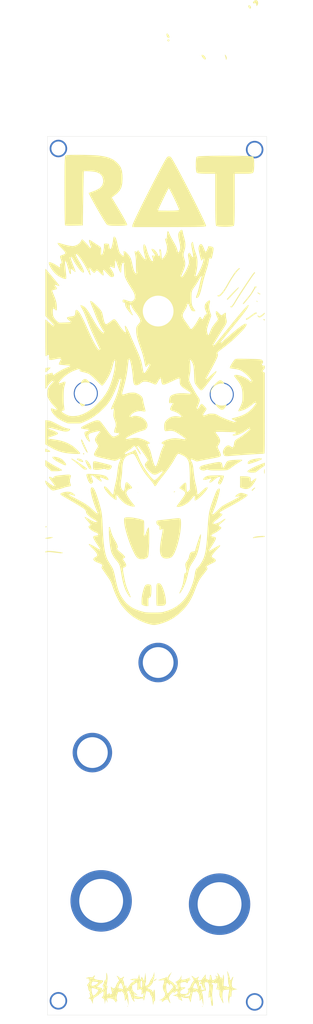
<source format=kicad_pcb>
(kicad_pcb (version 20171130) (host pcbnew "(5.1.12-1-10_14)")

  (general
    (thickness 1.6)
    (drawings 4)
    (tracks 0)
    (zones 0)
    (modules 15)
    (nets 1)
  )

  (page A4)
  (layers
    (0 F.Cu signal)
    (31 B.Cu signal)
    (32 B.Adhes user)
    (33 F.Adhes user)
    (34 B.Paste user)
    (35 F.Paste user)
    (36 B.SilkS user)
    (37 F.SilkS user)
    (38 B.Mask user)
    (39 F.Mask user)
    (40 Dwgs.User user)
    (41 Cmts.User user)
    (42 Eco1.User user)
    (43 Eco2.User user)
    (44 Edge.Cuts user)
    (45 Margin user)
    (46 B.CrtYd user)
    (47 F.CrtYd user)
    (48 B.Fab user)
    (49 F.Fab user)
  )

  (setup
    (last_trace_width 0.25)
    (trace_clearance 0.2)
    (zone_clearance 0.508)
    (zone_45_only no)
    (trace_min 0.2)
    (via_size 0.8)
    (via_drill 0.4)
    (via_min_size 0.4)
    (via_min_drill 0.3)
    (uvia_size 0.3)
    (uvia_drill 0.1)
    (uvias_allowed no)
    (uvia_min_size 0.2)
    (uvia_min_drill 0.1)
    (edge_width 0.05)
    (segment_width 0.2)
    (pcb_text_width 0.3)
    (pcb_text_size 1.5 1.5)
    (mod_edge_width 0.12)
    (mod_text_size 1 1)
    (mod_text_width 0.15)
    (pad_size 1.524 1.524)
    (pad_drill 0.762)
    (pad_to_mask_clearance 0)
    (aux_axis_origin 0 0)
    (visible_elements FFFFFF7F)
    (pcbplotparams
      (layerselection 0x010fc_ffffffff)
      (usegerberextensions false)
      (usegerberattributes true)
      (usegerberadvancedattributes true)
      (creategerberjobfile true)
      (excludeedgelayer true)
      (linewidth 0.100000)
      (plotframeref false)
      (viasonmask false)
      (mode 1)
      (useauxorigin false)
      (hpglpennumber 1)
      (hpglpenspeed 20)
      (hpglpendiameter 15.000000)
      (psnegative false)
      (psa4output false)
      (plotreference true)
      (plotvalue true)
      (plotinvisibletext false)
      (padsonsilk false)
      (subtractmaskfromsilk false)
      (outputformat 1)
      (mirror false)
      (drillshape 1)
      (scaleselection 1)
      (outputdirectory ""))
  )

  (net 0 "")

  (net_class Default "This is the default net class."
    (clearance 0.2)
    (trace_width 0.25)
    (via_dia 0.8)
    (via_drill 0.4)
    (uvia_dia 0.3)
    (uvia_drill 0.1)
  )

  (module ao_panel:Kosmo_Switch_Hole (layer F.Cu) (tedit 5F6F2622) (tstamp 61D7B5A4)
    (at 110.25 170.25)
    (descr "Mounting Hole 6mm")
    (tags "mounting hole 6mm")
    (attr virtual)
    (fp_text reference REF** (at 0 -7) (layer F.SilkS) hide
      (effects (font (size 1 1) (thickness 0.15)))
    )
    (fp_text value Kosmo_Switch_Hole (at 0 7) (layer F.Fab)
      (effects (font (size 1 1) (thickness 0.15)))
    )
    (fp_text user %R (at 0.3 0) (layer F.Fab)
      (effects (font (size 1 1) (thickness 0.15)))
    )
    (fp_circle (center 0 0) (end 6.25 0) (layer F.CrtYd) (width 0.05))
    (fp_circle (center 0 0) (end 6 0) (layer Cmts.User) (width 0.15))
    (pad 1 thru_hole circle (at 0 0) (size 9 9) (drill 7) (layers *.Cu *.Mask))
  )

  (module ao_panel:Kosmo_Jack_Hole (layer F.Cu) (tedit 5F6F25EE) (tstamp 61D7B216)
    (at 139.25 204.75)
    (descr "Mounting Hole 6mm")
    (tags "mounting hole 6mm")
    (attr virtual)
    (fp_text reference REF** (at 0 -11) (layer F.SilkS) hide
      (effects (font (size 1 1) (thickness 0.15)))
    )
    (fp_text value Kosmo_Jack_Hole (at 0 11) (layer F.Fab)
      (effects (font (size 1 1) (thickness 0.15)))
    )
    (fp_circle (center 0 0) (end 10 0) (layer F.CrtYd) (width 0.05))
    (fp_circle (center 0 0) (end 9.5 0) (layer Cmts.User) (width 0.15))
    (fp_text user %R (at 0.3 0) (layer F.Fab)
      (effects (font (size 1 1) (thickness 0.15)))
    )
    (pad 1 thru_hole circle (at 0 0) (size 14 14) (drill 10) (layers *.Cu *.Mask))
  )

  (module ao_panel:Kosmo_Jack_Hole (layer F.Cu) (tedit 5F6F25EE) (tstamp 61D7B214)
    (at 112.25 204)
    (descr "Mounting Hole 6mm")
    (tags "mounting hole 6mm")
    (attr virtual)
    (fp_text reference REF** (at 0 -11) (layer F.SilkS) hide
      (effects (font (size 1 1) (thickness 0.15)))
    )
    (fp_text value Kosmo_Jack_Hole (at 0 11) (layer F.Fab)
      (effects (font (size 1 1) (thickness 0.15)))
    )
    (fp_text user %R (at 0.3 0) (layer F.Fab)
      (effects (font (size 1 1) (thickness 0.15)))
    )
    (fp_circle (center 0 0) (end 10 0) (layer F.CrtYd) (width 0.05))
    (fp_circle (center 0 0) (end 9.5 0) (layer Cmts.User) (width 0.15))
    (pad 1 thru_hole circle (at 0 0) (size 14 14) (drill 10) (layers *.Cu *.Mask))
  )

  (module ao_panel:Kosmo_Pot_Hole (layer F.Cu) (tedit 5F6F2614) (tstamp 61D7AEF5)
    (at 125.25 149.75)
    (descr "Mounting Hole 6mm")
    (tags "mounting hole 6mm")
    (attr virtual)
    (fp_text reference REF** (at 0 -7) (layer F.SilkS) hide
      (effects (font (size 1 1) (thickness 0.15)))
    )
    (fp_text value Kosmo_Pot_Hole (at 0 7) (layer F.Fab)
      (effects (font (size 1 1) (thickness 0.15)))
    )
    (fp_text user %R (at 0.3 0) (layer F.Fab)
      (effects (font (size 1 1) (thickness 0.15)))
    )
    (fp_circle (center 0 0) (end 6.25 0) (layer F.CrtYd) (width 0.05))
    (fp_circle (center 0 0) (end 6 0) (layer Cmts.User) (width 0.15))
    (pad 1 thru_hole circle (at 0 0) (size 9 9) (drill 7) (layers *.Cu *.Mask))
  )

  (module ao_panel:Kosmo_Pot_Hole (layer F.Cu) (tedit 5F6F2614) (tstamp 61D7AEBC)
    (at 125.25 69.75)
    (descr "Mounting Hole 6mm")
    (tags "mounting hole 6mm")
    (attr virtual)
    (fp_text reference REF** (at 0 -7) (layer F.SilkS) hide
      (effects (font (size 1 1) (thickness 0.15)))
    )
    (fp_text value Kosmo_Pot_Hole (at 0 7) (layer F.Fab)
      (effects (font (size 1 1) (thickness 0.15)))
    )
    (fp_text user %R (at 0.3 0) (layer F.Fab)
      (effects (font (size 1 1) (thickness 0.15)))
    )
    (fp_circle (center 0 0) (end 6.25 0) (layer F.CrtYd) (width 0.05))
    (fp_circle (center 0 0) (end 6 0) (layer Cmts.User) (width 0.15))
    (pad 1 thru_hole circle (at 0 0) (size 9 9) (drill 7) (layers *.Cu *.Mask))
  )

  (module ao_panel:Kosmo_LED_Hole (layer F.Cu) (tedit 5F6F25FC) (tstamp 61D7AC9D)
    (at 139.75 88.75)
    (descr "Mounting Hole 6mm")
    (tags "mounting hole 6mm")
    (attr virtual)
    (fp_text reference REF** (at 0 -6) (layer F.SilkS) hide
      (effects (font (size 1 1) (thickness 0.15)))
    )
    (fp_text value Kosmo_LED_Hole (at 0 6) (layer F.Fab)
      (effects (font (size 1 1) (thickness 0.15)))
    )
    (fp_text user %R (at 0.3 0) (layer F.Fab)
      (effects (font (size 1 1) (thickness 0.15)))
    )
    (fp_circle (center 0 0) (end 4.25 0) (layer F.CrtYd) (width 0.05))
    (fp_circle (center 0 0) (end 4 0) (layer Cmts.User) (width 0.15))
    (pad 1 thru_hole circle (at 0 0) (size 5.5 5.5) (drill 5) (layers *.Cu *.Mask))
  )

  (module ao_panel:Kosmo_LED_Hole (layer F.Cu) (tedit 5F6F25FC) (tstamp 61D7AAC1)
    (at 108.75 88.5)
    (descr "Mounting Hole 6mm")
    (tags "mounting hole 6mm")
    (attr virtual)
    (fp_text reference REF** (at 0 -6) (layer F.SilkS) hide
      (effects (font (size 1 1) (thickness 0.15)))
    )
    (fp_text value Kosmo_LED_Hole (at 0 6) (layer F.Fab)
      (effects (font (size 1 1) (thickness 0.15)))
    )
    (fp_text user %R (at 0.3 0) (layer F.Fab)
      (effects (font (size 1 1) (thickness 0.15)))
    )
    (fp_circle (center 0 0) (end 4.25 0) (layer F.CrtYd) (width 0.05))
    (fp_circle (center 0 0) (end 4 0) (layer Cmts.User) (width 0.15))
    (pad 1 thru_hole circle (at 0 0) (size 5.5 5.5) (drill 5) (layers *.Cu *.Mask))
  )

  (module ao_panel:Kosmo_Panel_Dual_Mounting_Holes (layer F.Cu) (tedit 5F6CB77A) (tstamp 61D7A83D)
    (at 147.25 227)
    (descr "Mounting Hole 3.2mm, M3")
    (tags "mounting hole 3.2mm m3")
    (attr virtual)
    (fp_text reference REF** (at 0 -4.2) (layer F.SilkS) hide
      (effects (font (size 1 1) (thickness 0.15)))
    )
    (fp_text value Kosmo_Panel_Dual_Mounting_Holes (at 0 4.2) (layer F.Fab)
      (effects (font (size 1 1) (thickness 0.15)))
    )
    (fp_circle (center 0 -194) (end 3 -194) (layer Cmts.User) (width 0.15))
    (fp_circle (center 0 -194) (end 3.25 -194) (layer F.CrtYd) (width 0.05))
    (fp_circle (center 0 0) (end 3.25 0) (layer F.CrtYd) (width 0.05))
    (fp_circle (center 0 0) (end 3 0) (layer Cmts.User) (width 0.15))
    (fp_text user %R (at 0.3 0) (layer F.Fab)
      (effects (font (size 1 1) (thickness 0.15)))
    )
    (pad 1 thru_hole circle (at 0 -194) (size 4 4) (drill 3.2) (layers *.Cu *.Mask))
    (pad 1 thru_hole circle (at 0 0) (size 4 4) (drill 3.2) (layers *.Cu *.Mask))
  )

  (module ao_tht:1dots (layer F.Cu) (tedit 0) (tstamp 61D7A3F9)
    (at 137.75 6)
    (fp_text reference G*** (at 0 0) (layer F.SilkS) hide
      (effects (font (size 1.524 1.524) (thickness 0.3)))
    )
    (fp_text value LOGO (at 0.75 0) (layer F.SilkS) hide
      (effects (font (size 1.524 1.524) (thickness 0.3)))
    )
    (fp_poly (pts (xy -2.281443 5.432728) (xy -1.920438 5.73276) (xy -1.666396 6.145888) (xy -1.646857 6.411097)
      (xy -1.869866 6.490761) (xy -2.255549 6.168349) (xy -2.562423 5.710307) (xy -2.576556 5.428486)
      (xy -2.281443 5.432728)) (layer F.SilkS) (width 0.01))
    (fp_poly (pts (xy 2.904128 5.498824) (xy 2.926776 5.519495) (xy 3.147764 6.011844) (xy 3.130826 6.3216)
      (xy 3.017413 6.592512) (xy 2.972068 6.505551) (xy 2.860629 5.997183) (xy 2.768018 5.703446)
      (xy 2.698451 5.382743) (xy 2.904128 5.498824)) (layer F.SilkS) (width 0.01))
    (fp_poly (pts (xy -9.900401 2.075039) (xy -9.892631 2.138947) (xy -10.096092 2.398546) (xy -10.16 2.406316)
      (xy -10.419599 2.202855) (xy -10.427368 2.138947) (xy -10.223907 1.879348) (xy -10.16 1.871579)
      (xy -9.900401 2.075039)) (layer F.SilkS) (width 0.01))
    (fp_poly (pts (xy -10.149556 0.809848) (xy -9.910256 1.357136) (xy -10.058181 1.597432) (xy -10.131394 1.60421)
      (xy -10.418476 1.389898) (xy -10.53874 1.16489) (xy -10.606095 0.69615) (xy -10.430488 0.552134)
      (xy -10.149556 0.809848)) (layer F.SilkS) (width 0.01))
    (fp_poly (pts (xy 8.5521 -5.669331) (xy 8.652477 -5.481053) (xy 8.647648 -5.125704) (xy 8.358397 -5.132577)
      (xy 8.199299 -5.258246) (xy 8.027035 -5.627085) (xy 8.181676 -5.871105) (xy 8.259816 -5.882105)
      (xy 8.5521 -5.669331)) (layer F.SilkS) (width 0.01))
    (fp_poly (pts (xy 10.210224 -6.796866) (xy 10.309132 -6.324891) (xy 10.18925 -5.962946) (xy 9.970753 -5.629599)
      (xy 9.906778 -5.769417) (xy 9.900762 -5.977553) (xy 9.752205 -6.337424) (xy 9.491579 -6.320155)
      (xy 9.145304 -6.304955) (xy 9.147072 -6.564673) (xy 9.456105 -6.922138) (xy 9.885884 -7.048277)
      (xy 10.210224 -6.796866)) (layer F.SilkS) (width 0.01))
  )

  (module ao_panel:Kosmo_Panel_Dual_Mounting_Holes (layer F.Cu) (tedit 5F6CB77A) (tstamp 61D7A819)
    (at 102.5 226.75)
    (descr "Mounting Hole 3.2mm, M3")
    (tags "mounting hole 3.2mm m3")
    (attr virtual)
    (fp_text reference REF** (at 0 -4.2) (layer F.SilkS) hide
      (effects (font (size 1 1) (thickness 0.15)))
    )
    (fp_text value Kosmo_Panel_Dual_Mounting_Holes (at 0 4.2) (layer F.Fab)
      (effects (font (size 1 1) (thickness 0.15)))
    )
    (fp_text user %R (at 0.3 0) (layer F.Fab)
      (effects (font (size 1 1) (thickness 0.15)))
    )
    (fp_circle (center 0 -194) (end 3 -194) (layer Cmts.User) (width 0.15))
    (fp_circle (center 0 -194) (end 3.25 -194) (layer F.CrtYd) (width 0.05))
    (fp_circle (center 0 0) (end 3.25 0) (layer F.CrtYd) (width 0.05))
    (fp_circle (center 0 0) (end 3 0) (layer Cmts.User) (width 0.15))
    (pad 1 thru_hole circle (at 0 0) (size 4 4) (drill 3.2) (layers *.Cu *.Mask))
    (pad 1 thru_hole circle (at 0 -194) (size 4 4) (drill 3.2) (layers *.Cu *.Mask))
  )

  (module ao_tht:br2 (layer F.Cu) (tedit 0) (tstamp 61D7A1E5)
    (at 124.5 125)
    (fp_text reference G*** (at 0 0) (layer F.SilkS) hide
      (effects (font (size 1.524 1.524) (thickness 0.3)))
    )
    (fp_text value LOGO (at 0.75 0) (layer F.SilkS) hide
      (effects (font (size 1.524 1.524) (thickness 0.3)))
    )
    (fp_poly (pts (xy -14.108449 -15.084381) (xy -13.923637 -14.869204) (xy -13.719161 -14.506325) (xy -13.493574 -13.992266)
      (xy -13.245429 -13.323547) (xy -12.97328 -12.496692) (xy -12.675679 -11.508222) (xy -12.496492 -10.879667)
      (xy -12.375479 -10.433796) (xy -12.273921 -10.020284) (xy -12.189213 -9.616414) (xy -12.11875 -9.199467)
      (xy -12.059926 -8.746726) (xy -12.010135 -8.235474) (xy -11.966773 -7.642994) (xy -11.927234 -6.946567)
      (xy -11.888913 -6.123476) (xy -11.85427 -5.27995) (xy -11.780581 -3.852303) (xy -11.678121 -2.585953)
      (xy -11.545975 -1.475171) (xy -11.383225 -0.514229) (xy -11.188957 0.302604) (xy -10.962254 0.981056)
      (xy -10.792986 1.358641) (xy -10.653543 1.611909) (xy -10.451496 1.951733) (xy -10.219213 2.324478)
      (xy -10.0819 2.53689) (xy -9.872664 2.863494) (xy -9.705195 3.15184) (xy -9.568381 3.433012)
      (xy -9.45111 3.738092) (xy -9.34227 4.098161) (xy -9.23075 4.544302) (xy -9.105438 5.107597)
      (xy -9.021407 5.503333) (xy -8.82584 6.400754) (xy -8.644753 7.155811) (xy -8.469845 7.793933)
      (xy -8.292813 8.34055) (xy -8.105353 8.821091) (xy -7.899163 9.260986) (xy -7.665941 9.685664)
      (xy -7.643352 9.723989) (xy -7.119646 10.513021) (xy -6.542921 11.188756) (xy -5.894111 11.763999)
      (xy -5.154152 12.251552) (xy -4.303981 12.664222) (xy -3.324533 13.01481) (xy -2.348285 13.280281)
      (xy -2.101924 13.316384) (xy -1.722226 13.343965) (xy -1.244971 13.363018) (xy -0.70594 13.373539)
      (xy -0.140915 13.375524) (xy 0.414325 13.368968) (xy 0.923997 13.353868) (xy 1.352321 13.330219)
      (xy 1.663515 13.298016) (xy 1.755618 13.280778) (xy 2.943332 12.937982) (xy 3.99937 12.504976)
      (xy 4.941961 11.970301) (xy 5.789337 11.3225) (xy 6.559726 10.550114) (xy 7.040439 9.959143)
      (xy 7.496518 9.269378) (xy 7.929404 8.454464) (xy 8.321781 7.558484) (xy 8.656338 6.62552)
      (xy 8.915762 5.699653) (xy 9.082739 4.824968) (xy 9.095671 4.726104) (xy 9.200773 4.099813)
      (xy 9.341132 3.630831) (xy 9.515525 3.322302) (xy 9.693564 3.187011) (xy 9.819161 3.08577)
      (xy 10.004667 2.871952) (xy 10.225515 2.579734) (xy 10.457137 2.243292) (xy 10.674965 1.896807)
      (xy 10.854431 1.574454) (xy 10.858551 1.566333) (xy 11.043832 1.171412) (xy 11.206261 0.757155)
      (xy 11.34848 0.307402) (xy 11.473129 -0.194005) (xy 11.582851 -0.763225) (xy 11.680286 -1.416418)
      (xy 11.768076 -2.169743) (xy 11.848863 -3.039358) (xy 11.925288 -4.041424) (xy 11.999992 -5.192099)
      (xy 12.021111 -5.545667) (xy 12.079386 -6.494093) (xy 12.135614 -7.297585) (xy 12.19335 -7.980449)
      (xy 12.256151 -8.566991) (xy 12.32757 -9.081518) (xy 12.411165 -9.548336) (xy 12.51049 -9.991751)
      (xy 12.629101 -10.436071) (xy 12.770553 -10.9056) (xy 12.834569 -11.10667) (xy 12.988917 -11.566643)
      (xy 13.173825 -12.087644) (xy 13.375476 -12.633633) (xy 13.580052 -13.168569) (xy 13.773736 -13.656413)
      (xy 13.942711 -14.061125) (xy 14.073158 -14.346664) (xy 14.0879 -14.375736) (xy 14.261479 -14.627346)
      (xy 14.463013 -14.797335) (xy 14.650891 -14.853865) (xy 14.699387 -14.843555) (xy 14.77443 -14.776587)
      (xy 14.806109 -14.637263) (xy 14.79216 -14.407471) (xy 14.730322 -14.069096) (xy 14.618333 -13.604027)
      (xy 14.480329 -13.08944) (xy 14.25439 -12.290202) (xy 14.051774 -11.619756) (xy 13.860091 -11.041366)
      (xy 13.666949 -10.5183) (xy 13.459956 -10.013824) (xy 13.38407 -9.839665) (xy 13.247185 -9.515006)
      (xy 13.147009 -9.248823) (xy 13.096899 -9.078249) (xy 13.095779 -9.038167) (xy 13.169736 -8.980993)
      (xy 13.289647 -9.005427) (xy 13.470242 -9.121839) (xy 13.726251 -9.340601) (xy 14.072406 -9.672085)
      (xy 14.255361 -9.854602) (xy 14.562248 -10.161659) (xy 14.821057 -10.411439) (xy 15.056406 -10.620434)
      (xy 15.292914 -10.805135) (xy 15.555198 -10.982037) (xy 15.867876 -11.167629) (xy 16.255568 -11.378406)
      (xy 16.74289 -11.630858) (xy 17.35446 -11.941479) (xy 17.419917 -11.974613) (xy 17.913351 -12.227603)
      (xy 18.36495 -12.465215) (xy 18.749258 -12.673571) (xy 19.040819 -12.838792) (xy 19.214177 -12.946999)
      (xy 19.24025 -12.967071) (xy 19.431 -13.13469) (xy 19.177 -13.086106) (xy 18.899136 -13.03289)
      (xy 18.647834 -12.984683) (xy 18.443479 -12.977066) (xy 18.367521 -13.046423) (xy 18.408559 -13.174176)
      (xy 18.555192 -13.341744) (xy 18.79602 -13.530547) (xy 19.09108 -13.707083) (xy 19.364901 -13.827479)
      (xy 19.625258 -13.874294) (xy 19.923799 -13.847889) (xy 20.312171 -13.748627) (xy 20.416915 -13.716384)
      (xy 20.788713 -13.594756) (xy 21.017693 -13.501111) (xy 21.124277 -13.418416) (xy 21.128888 -13.329638)
      (xy 21.051948 -13.217745) (xy 21.0363 -13.199796) (xy 20.829519 -13.013024) (xy 20.48549 -12.760374)
      (xy 20.01888 -12.450769) (xy 19.444359 -12.093131) (xy 18.776595 -11.696385) (xy 18.030255 -11.269452)
      (xy 17.220009 -10.821254) (xy 16.425334 -10.394939) (xy 15.86815 -10.094734) (xy 15.411606 -9.837128)
      (xy 15.068559 -9.629895) (xy 14.851864 -9.480809) (xy 14.774376 -9.397644) (xy 14.774334 -9.396539)
      (xy 14.8471 -9.290393) (xy 15.026262 -9.19079) (xy 15.066911 -9.176436) (xy 15.267236 -9.093375)
      (xy 15.380658 -9.011694) (xy 15.386693 -9.000255) (xy 15.350166 -8.852431) (xy 15.166986 -8.627484)
      (xy 14.836307 -8.324562) (xy 14.357279 -7.942812) (xy 14.262398 -7.871042) (xy 13.832632 -7.536008)
      (xy 13.53833 -7.276217) (xy 13.369448 -7.080308) (xy 13.315943 -6.936915) (xy 13.35595 -6.845517)
      (xy 13.511267 -6.799801) (xy 13.774981 -6.834215) (xy 14.114034 -6.935805) (xy 14.495371 -7.091618)
      (xy 14.885934 -7.288701) (xy 15.252667 -7.514098) (xy 15.465916 -7.672337) (xy 15.726172 -7.855913)
      (xy 15.933178 -7.949657) (xy 16.059987 -7.9445) (xy 16.086667 -7.881306) (xy 16.025142 -7.798808)
      (xy 15.858701 -7.635874) (xy 15.614538 -7.41799) (xy 15.388167 -7.226731) (xy 15.019139 -6.920426)
      (xy 14.768914 -6.701295) (xy 14.626475 -6.547789) (xy 14.580804 -6.438362) (xy 14.620882 -6.351467)
      (xy 14.735691 -6.265557) (xy 14.859 -6.191885) (xy 15.045658 -6.061581) (xy 15.148417 -5.950636)
      (xy 15.155334 -5.927294) (xy 15.085531 -5.775885) (xy 14.895538 -5.568114) (xy 14.614478 -5.327489)
      (xy 14.271474 -5.077518) (xy 13.895649 -4.84171) (xy 13.637517 -4.702106) (xy 13.257274 -4.501317)
      (xy 13.015787 -4.347866) (xy 12.893865 -4.228049) (xy 12.869334 -4.153523) (xy 12.889917 -4.048889)
      (xy 12.974655 -3.97581) (xy 13.15803 -3.917549) (xy 13.474527 -3.857368) (xy 13.482138 -3.856083)
      (xy 13.703105 -3.800474) (xy 13.846941 -3.710867) (xy 13.910018 -3.572406) (xy 13.888705 -3.370231)
      (xy 13.779373 -3.089485) (xy 13.578394 -2.71531) (xy 13.282137 -2.232848) (xy 12.967381 -1.748755)
      (xy 12.740361 -1.398518) (xy 12.552074 -1.096094) (xy 12.420221 -0.870806) (xy 12.362505 -0.751975)
      (xy 12.361334 -0.744863) (xy 12.369295 -0.704033) (xy 12.406679 -0.692579) (xy 12.493736 -0.720102)
      (xy 12.650715 -0.796202) (xy 12.897866 -0.93048) (xy 13.255439 -1.132535) (xy 13.625366 -1.344133)
      (xy 14.01015 -1.560403) (xy 14.348063 -1.742324) (xy 14.609583 -1.874601) (xy 14.765185 -1.941936)
      (xy 14.789533 -1.947333) (xy 14.890142 -1.909762) (xy 14.869978 -1.792569) (xy 14.724951 -1.589032)
      (xy 14.450972 -1.292432) (xy 14.298748 -1.140729) (xy 13.929857 -0.761147) (xy 13.593253 -0.380997)
      (xy 13.308682 -0.025792) (xy 13.09589 0.278958) (xy 12.974622 0.507743) (xy 12.954 0.596607)
      (xy 13.034125 0.740256) (xy 13.266411 0.91419) (xy 13.3985 0.989459) (xy 13.719513 1.207168)
      (xy 13.872715 1.425737) (xy 13.857496 1.643988) (xy 13.791108 1.747184) (xy 13.671256 1.837242)
      (xy 13.436074 1.97441) (xy 13.124812 2.136681) (xy 12.916775 2.237451) (xy 12.563265 2.411307)
      (xy 12.247095 2.580163) (xy 12.014286 2.718823) (xy 11.938736 2.77285) (xy 11.799793 2.899247)
      (xy 11.782689 2.989189) (xy 11.877485 3.112562) (xy 11.888669 3.124934) (xy 11.966477 3.230168)
      (xy 11.993346 3.341246) (xy 11.958238 3.481396) (xy 11.850114 3.673847) (xy 11.657935 3.941826)
      (xy 11.370662 4.30856) (xy 11.261322 4.445) (xy 10.807388 5.022075) (xy 10.44456 5.518792)
      (xy 10.148297 5.978485) (xy 9.894062 6.444489) (xy 9.657315 6.960139) (xy 9.413517 7.56877)
      (xy 9.260084 7.979088) (xy 8.799065 9.138906) (xy 8.316964 10.157052) (xy 7.797313 11.061126)
      (xy 7.223643 11.878727) (xy 6.579487 12.637453) (xy 6.3164 12.912425) (xy 5.286598 13.854867)
      (xy 4.210031 14.638128) (xy 3.075939 15.268487) (xy 1.873564 15.752225) (xy 1.035921 15.994581)
      (xy 0.521552 16.113367) (xy 0.11838 16.181188) (xy -0.222742 16.201522) (xy -0.550961 16.17784)
      (xy -0.846666 16.127672) (xy -1.799324 15.879142) (xy -2.790116 15.515513) (xy -3.762547 15.062107)
      (xy -4.660121 14.544249) (xy -5.170976 14.189347) (xy -5.757014 13.7074) (xy -6.358649 13.141146)
      (xy -6.933833 12.534562) (xy -7.440517 11.931625) (xy -7.786765 11.453582) (xy -8.14738 10.858386)
      (xy -8.522129 10.15722) (xy -8.883203 9.408169) (xy -9.202794 8.669319) (xy -9.453095 7.998758)
      (xy -9.480157 7.916333) (xy -9.669341 7.340482) (xy -9.828805 6.890511) (xy -9.975292 6.529465)
      (xy -10.125541 6.220389) (xy -10.296293 5.926328) (xy -10.504288 5.610327) (xy -10.564096 5.523528)
      (xy -10.822788 5.150533) (xy -11.132474 4.704259) (xy -11.44751 4.250475) (xy -11.638982 3.974793)
      (xy -11.889086 3.608362) (xy -12.050408 3.35183) (xy -12.135541 3.179459) (xy -12.15708 3.065512)
      (xy -12.127616 2.984253) (xy -12.125277 2.980931) (xy -12.005817 2.779763) (xy -11.98139 2.616078)
      (xy -12.067015 2.471985) (xy -12.27771 2.329591) (xy -12.628494 2.171004) (xy -12.890952 2.068743)
      (xy -13.425296 1.839792) (xy -13.791728 1.618494) (xy -13.991348 1.402047) (xy -14.025253 1.18765)
      (xy -13.894543 0.9725) (xy -13.600316 0.753797) (xy -13.440833 0.666603) (xy -13.213011 0.514418)
      (xy -13.126208 0.351235) (xy -13.123333 0.309128) (xy -13.193846 0.051222) (xy -13.402846 -0.29332)
      (xy -13.746522 -0.719343) (xy -14.221066 -1.221692) (xy -14.345224 -1.344457) (xy -14.718041 -1.722659)
      (xy -14.957335 -1.997618) (xy -15.063411 -2.169843) (xy -15.036575 -2.23984) (xy -14.877131 -2.208115)
      (xy -14.861884 -2.20243) (xy -14.443065 -2.014396) (xy -13.905985 -1.725093) (xy -13.264794 -1.342297)
      (xy -12.894525 -1.117447) (xy -12.640929 -0.981071) (xy -12.500927 -0.941348) (xy -12.471441 -1.006458)
      (xy -12.549395 -1.184579) (xy -12.731709 -1.48389) (xy -13.015305 -1.912572) (xy -13.037669 -1.945851)
      (xy -13.417267 -2.51855) (xy -13.702177 -2.971425) (xy -13.898567 -3.320674) (xy -14.012605 -3.582495)
      (xy -14.050458 -3.773087) (xy -14.018295 -3.908647) (xy -13.922283 -4.005375) (xy -13.839016 -4.05041)
      (xy -13.608627 -4.115949) (xy -13.326029 -4.148023) (xy -13.286025 -4.148667) (xy -13.026637 -4.190781)
      (xy -12.902594 -4.299808) (xy -12.907656 -4.449777) (xy -13.035583 -4.614717) (xy -13.280137 -4.768655)
      (xy -13.451071 -4.83565) (xy -13.858934 -5.007248) (xy -14.270954 -5.244508) (xy -14.638322 -5.514073)
      (xy -14.912227 -5.782583) (xy -14.986369 -5.884931) (xy -15.110361 -6.097536) (xy -15.135804 -6.220745)
      (xy -15.053582 -6.308953) (xy -14.901333 -6.392333) (xy -14.728975 -6.50369) (xy -14.648178 -6.599665)
      (xy -14.647333 -6.606896) (xy -14.700909 -6.698998) (xy -14.846764 -6.88815) (xy -15.062588 -7.146731)
      (xy -15.324666 -7.44555) (xy -15.674815 -7.849023) (xy -15.899723 -8.139869) (xy -15.99921 -8.319626)
      (xy -15.973098 -8.389831) (xy -15.821205 -8.352023) (xy -15.543352 -8.207739) (xy -15.255914 -8.032927)
      (xy -14.772592 -7.745135) (xy -14.313335 -7.503925) (xy -13.909052 -7.323539) (xy -13.590655 -7.218216)
      (xy -13.440833 -7.196734) (xy -13.253297 -7.226251) (xy -13.220873 -7.312402) (xy -13.340504 -7.451356)
      (xy -13.609132 -7.639282) (xy -13.948362 -7.832544) (xy -14.248955 -8.014238) (xy -14.588069 -8.252005)
      (xy -14.928722 -8.515959) (xy -15.233931 -8.776213) (xy -15.466713 -9.002879) (xy -15.584362 -9.154642)
      (xy -15.665263 -9.381547) (xy -15.698473 -9.577253) (xy -15.768502 -9.80859) (xy -15.913804 -10.029238)
      (xy -15.915285 -10.03082) (xy -16.104073 -10.191445) (xy -16.434629 -10.424828) (xy -16.89844 -10.72569)
      (xy -17.486998 -11.088749) (xy -18.19179 -11.508723) (xy -19.004307 -11.980331) (xy -19.645665 -12.345739)
      (xy -20.133489 -12.625153) (xy -20.577567 -12.88597) (xy -20.954392 -13.113865) (xy -21.24046 -13.294512)
      (xy -21.412268 -13.413587) (xy -21.445517 -13.442682) (xy -21.542993 -13.571104) (xy -21.519317 -13.662341)
      (xy -21.442519 -13.737001) (xy -21.191925 -13.88452) (xy -20.823923 -14.006675) (xy -20.389879 -14.091863)
      (xy -19.941159 -14.128482) (xy -19.725344 -14.124841) (xy -19.372321 -14.090932) (xy -19.108027 -14.019767)
      (xy -18.852231 -13.885297) (xy -18.720586 -13.798602) (xy -18.400079 -13.55351) (xy -18.239056 -13.364525)
      (xy -18.237611 -13.231761) (xy -18.248309 -13.219468) (xy -18.320803 -13.21451) (xy -18.495567 -13.255639)
      (xy -18.787886 -13.3475) (xy -19.213045 -13.494738) (xy -19.536833 -13.611076) (xy -19.630574 -13.581438)
      (xy -19.642667 -13.531014) (xy -19.571523 -13.449151) (xy -19.377225 -13.310883) (xy -19.088473 -13.134734)
      (xy -18.733966 -12.939226) (xy -18.690166 -12.916279) (xy -18.010307 -12.561341) (xy -17.459261 -12.271629)
      (xy -17.0152 -12.03503) (xy -16.656297 -11.839429) (xy -16.360726 -11.672715) (xy -16.106657 -11.522773)
      (xy -15.872266 -11.377491) (xy -15.635723 -11.224756) (xy -15.600571 -11.201679) (xy -15.258643 -10.957168)
      (xy -14.850039 -10.634959) (xy -14.427133 -10.277778) (xy -14.058211 -9.943448) (xy -13.650103 -9.562802)
      (xy -13.35345 -9.304194) (xy -13.161138 -9.168764) (xy -13.066056 -9.157656) (xy -13.061089 -9.272011)
      (xy -13.139127 -9.512971) (xy -13.293056 -9.881678) (xy -13.369314 -10.054051) (xy -13.585641 -10.5765)
      (xy -13.804247 -11.171758) (xy -14.0159 -11.807645) (xy -14.211367 -12.451983) (xy -14.381415 -13.072591)
      (xy -14.516812 -13.63729) (xy -14.608325 -14.113901) (xy -14.646722 -14.470245) (xy -14.647333 -14.508463)
      (xy -14.602907 -14.833874) (xy -14.481297 -15.059243) (xy -14.300008 -15.154155) (xy -14.275044 -15.155333)
      (xy -14.108449 -15.084381)) (layer F.SilkS) (width 0.01))
    (fp_poly (pts (xy -1.448515 6.960028) (xy -1.193149 6.98453) (xy -1.008815 7.042566) (xy -0.885316 7.157767)
      (xy -0.812455 7.353767) (xy -0.780038 7.654198) (xy -0.777866 8.082693) (xy -0.789441 8.487636)
      (xy -0.818218 9.037692) (xy -0.865478 9.440505) (xy -0.938368 9.717786) (xy -1.044034 9.891245)
      (xy -1.189622 9.982594) (xy -1.289081 10.005671) (xy -1.373237 10.025131) (xy -1.428442 10.075167)
      (xy -1.46079 10.186121) (xy -1.476377 10.388332) (xy -1.481298 10.71214) (xy -1.481666 10.964333)
      (xy -1.481666 11.895667) (xy -1.862666 11.915412) (xy -2.339141 11.858865) (xy -2.624666 11.746079)
      (xy -3.005666 11.557) (xy -3.030349 10.801092) (xy -2.998696 10.02634) (xy -2.861353 9.161916)
      (xy -2.625039 8.244786) (xy -2.490604 7.831667) (xy -2.331192 7.426914) (xy -2.167884 7.163694)
      (xy -1.969989 7.016336) (xy -1.70682 6.959172) (xy -1.448515 6.960028)) (layer F.SilkS) (width 0.01))
    (fp_poly (pts (xy 1.198386 6.806207) (xy 1.348427 6.935987) (xy 1.553536 7.227706) (xy 1.763513 7.653804)
      (xy 1.967578 8.180052) (xy 2.154953 8.772221) (xy 2.314861 9.39608) (xy 2.436523 10.017401)
      (xy 2.509162 10.601953) (xy 2.511265 10.628958) (xy 2.533398 10.972946) (xy 2.530706 11.196601)
      (xy 2.494691 11.348137) (xy 2.416851 11.475765) (xy 2.347078 11.560292) (xy 2.237149 11.678061)
      (xy 2.125714 11.752745) (xy 1.971481 11.795388) (xy 1.733154 11.817034) (xy 1.36944 11.82873)
      (xy 1.34093 11.829398) (xy 0.983093 11.832713) (xy 0.684629 11.826225) (xy 0.489501 11.81132)
      (xy 0.4445 11.801176) (xy 0.411492 11.746466) (xy 0.385543 11.60492) (xy 0.366003 11.361842)
      (xy 0.352221 11.002536) (xy 0.343546 10.512306) (xy 0.339329 9.876456) (xy 0.338667 9.409783)
      (xy 0.339906 8.699487) (xy 0.344291 8.139231) (xy 0.352827 7.709736) (xy 0.366515 7.391722)
      (xy 0.38636 7.165911) (xy 0.413365 7.013022) (xy 0.448532 6.913776) (xy 0.470468 6.876839)
      (xy 0.672618 6.715645) (xy 0.928496 6.692993) (xy 1.198386 6.806207)) (layer F.SilkS) (width 0.01))
    (fp_poly (pts (xy -10.263038 -6.080529) (xy -10.244666 -6.065298) (xy -10.22561 -5.974846) (xy -10.174766 -5.759941)
      (xy -10.101617 -5.460356) (xy -10.069563 -5.331047) (xy -9.88176 -4.691639) (xy -9.634382 -4.067932)
      (xy -9.306157 -3.411541) (xy -8.967371 -2.824255) (xy -8.725282 -2.380654) (xy -8.557655 -1.983151)
      (xy -8.471226 -1.655579) (xy -8.472734 -1.421766) (xy -8.541566 -1.31837) (xy -8.629019 -1.202144)
      (xy -8.581164 -1.037224) (xy -8.392606 -0.814999) (xy -8.057951 -0.526854) (xy -8.034025 -0.508)
      (xy -7.641591 -0.184427) (xy -7.30131 0.125853) (xy -7.033103 0.402011) (xy -6.856891 0.623218)
      (xy -6.792595 0.768646) (xy -6.795107 0.787399) (xy -6.889373 0.89513) (xy -7.054752 0.999453)
      (xy -7.216392 1.103869) (xy -7.281333 1.195032) (xy -7.233334 1.30417) (xy -7.109327 1.497494)
      (xy -6.98459 1.668791) (xy -6.795651 1.953666) (xy -6.641233 2.251445) (xy -6.586851 2.394518)
      (xy -6.531071 2.616525) (xy -6.549469 2.753648) (xy -6.660478 2.880899) (xy -6.718982 2.932139)
      (xy -6.905436 3.066285) (xy -7.055936 3.131476) (xy -7.070181 3.132667) (xy -7.185425 3.162477)
      (xy -7.254574 3.265287) (xy -7.278698 3.46116) (xy -7.258868 3.770165) (xy -7.196154 4.212365)
      (xy -7.14409 4.517812) (xy -6.998079 5.321318) (xy -6.865668 5.990134) (xy -6.737448 6.557333)
      (xy -6.604015 7.055989) (xy -6.455963 7.519175) (xy -6.283886 7.979964) (xy -6.078378 8.471431)
      (xy -5.915108 8.839203) (xy -5.703547 9.32838) (xy -5.576185 9.6714) (xy -5.533022 9.868113)
      (xy -5.574058 9.918367) (xy -5.699294 9.82201) (xy -5.90873 9.578893) (xy -5.914786 9.571261)
      (xy -6.286195 9.036033) (xy -6.616083 8.414578) (xy -6.909686 7.691477) (xy -7.172243 6.851311)
      (xy -7.408991 5.878663) (xy -7.625167 4.758111) (xy -7.69797 4.321712) (xy -7.801616 3.695583)
      (xy -7.893602 3.206299) (xy -7.985745 2.82301) (xy -8.089865 2.514862) (xy -8.217779 2.251005)
      (xy -8.381305 2.000586) (xy -8.592261 1.732754) (xy -8.769642 1.524) (xy -9.338146 0.784717)
      (xy -9.748288 0.067571) (xy -9.890289 -0.270116) (xy -10.008315 -0.668969) (xy -10.122271 -1.205253)
      (xy -10.227877 -1.847063) (xy -10.320852 -2.562496) (xy -10.396915 -3.31965) (xy -10.451787 -4.086621)
      (xy -10.476036 -4.6355) (xy -10.491327 -5.167319) (xy -10.497853 -5.552959) (xy -10.494153 -5.815416)
      (xy -10.478767 -5.977687) (xy -10.450231 -6.062767) (xy -10.407086 -6.093653) (xy -10.383223 -6.096)
      (xy -10.263038 -6.080529)) (layer F.SilkS) (width 0.01))
    (fp_poly (pts (xy 10.478642 -4.416736) (xy 10.499342 -4.237649) (xy 10.487046 -3.933652) (xy 10.443497 -3.524969)
      (xy 10.370436 -3.031824) (xy 10.269603 -2.474441) (xy 10.240444 -2.328333) (xy 10.072609 -1.535022)
      (xy 9.915032 -0.876005) (xy 9.755098 -0.317797) (xy 9.580192 0.173089) (xy 9.3777 0.63014)
      (xy 9.135006 1.086843) (xy 8.839496 1.576683) (xy 8.66912 1.842758) (xy 8.435137 2.205616)
      (xy 8.249199 2.50744) (xy 8.100176 2.777481) (xy 7.976941 3.044988) (xy 7.868364 3.33921)
      (xy 7.763316 3.689397) (xy 7.650669 4.124798) (xy 7.519293 4.674662) (xy 7.405413 5.164092)
      (xy 7.048821 6.411511) (xy 6.58499 7.549218) (xy 6.227231 8.224843) (xy 6.003689 8.587267)
      (xy 5.816491 8.852894) (xy 5.677927 9.007019) (xy 5.600286 9.034935) (xy 5.588 8.989724)
      (xy 5.621294 8.875699) (xy 5.710044 8.650047) (xy 5.83755 8.354332) (xy 5.889817 8.238524)
      (xy 6.170651 7.545882) (xy 6.380237 6.837621) (xy 6.533212 6.057443) (xy 6.611933 5.461)
      (xy 6.666876 5.008833) (xy 6.718947 4.69934) (xy 6.77762 4.506315) (xy 6.852367 4.403547)
      (xy 6.952661 4.36483) (xy 7.009418 4.361316) (xy 7.129313 4.284732) (xy 7.178915 4.063579)
      (xy 7.157646 3.707599) (xy 7.074176 3.265881) (xy 6.98148 2.822329) (xy 6.947708 2.492644)
      (xy 6.980128 2.229429) (xy 7.086009 1.985288) (xy 7.27262 1.712826) (xy 7.322269 1.648188)
      (xy 7.544757 1.323736) (xy 7.698189 1.023691) (xy 7.749032 0.854834) (xy 7.863254 0.304687)
      (xy 8.016779 -0.092476) (xy 8.219177 -0.35037) (xy 8.480018 -0.482714) (xy 8.699885 -0.508)
      (xy 9.011396 -0.552926) (xy 9.184884 -0.690706) (xy 9.228667 -0.877991) (xy 9.254586 -1.011697)
      (xy 9.325931 -1.269965) (xy 9.433078 -1.624017) (xy 9.566406 -2.045076) (xy 9.716292 -2.504363)
      (xy 9.873115 -2.973101) (xy 10.027253 -3.42251) (xy 10.169084 -3.823815) (xy 10.288986 -4.148236)
      (xy 10.377336 -4.366995) (xy 10.423205 -4.450689) (xy 10.478642 -4.416736)) (layer F.SilkS) (width 0.01))
    (fp_poly (pts (xy -5.696021 -8.288206) (xy -5.30474 -8.263981) (xy -4.994005 -8.229399) (xy -4.936001 -8.219463)
      (xy -4.623528 -8.160502) (xy -4.243134 -8.089981) (xy -3.979333 -8.041747) (xy -3.438125 -7.927937)
      (xy -2.999493 -7.803742) (xy -2.686237 -7.676663) (xy -2.52925 -7.564714) (xy -2.488484 -7.467245)
      (xy -2.459891 -7.276376) (xy -2.442506 -6.973892) (xy -2.435362 -6.541577) (xy -2.437494 -5.961217)
      (xy -2.438615 -5.854854) (xy -2.440049 -5.169951) (xy -2.426868 -4.652275) (xy -2.398869 -4.300335)
      (xy -2.355852 -4.112641) (xy -2.297613 -4.087701) (xy -2.223951 -4.224023) (xy -2.219436 -4.236202)
      (xy -2.154882 -4.41404) (xy -2.052819 -4.696432) (xy -1.933044 -5.028591) (xy -1.90739 -5.099825)
      (xy -1.733685 -5.550523) (xy -1.59256 -5.843817) (xy -1.479387 -5.9875) (xy -1.389538 -5.989363)
      (xy -1.382756 -5.983159) (xy -1.360796 -5.881242) (xy -1.338956 -5.635605) (xy -1.318567 -5.271855)
      (xy -1.300963 -4.815602) (xy -1.287474 -4.292452) (xy -1.283656 -4.078292) (xy -1.279692 -3.345799)
      (xy -1.289366 -2.606436) (xy -1.311219 -1.88464) (xy -1.343793 -1.204848) (xy -1.385629 -0.591496)
      (xy -1.435269 -0.069021) (xy -1.491253 0.33814) (xy -1.552125 0.605551) (xy -1.565356 0.641577)
      (xy -1.748717 0.882025) (xy -2.054657 1.070321) (xy -2.441977 1.197325) (xy -2.869477 1.253902)
      (xy -3.295959 1.230915) (xy -3.680223 1.119226) (xy -3.692829 1.113397) (xy -3.896916 0.999883)
      (xy -4.080237 0.850723) (xy -4.258876 0.643328) (xy -4.44892 0.355108) (xy -4.666457 -0.036526)
      (xy -4.927573 -0.554164) (xy -5.029468 -0.763559) (xy -5.352922 -1.479231) (xy -5.672503 -2.272918)
      (xy -5.978786 -3.113875) (xy -6.262343 -3.971359) (xy -6.513747 -4.814628) (xy -6.723574 -5.612938)
      (xy -6.882395 -6.335545) (xy -6.980785 -6.951707) (xy -7.003929 -7.203033) (xy -7.024822 -7.649602)
      (xy -7.007072 -7.95457) (xy -6.928354 -8.144882) (xy -6.76634 -8.247484) (xy -6.498705 -8.289319)
      (xy -6.103122 -8.297333) (xy -6.097188 -8.297333) (xy -5.696021 -8.288206)) (layer F.SilkS) (width 0.01))
    (fp_poly (pts (xy 5.611708 -8.097907) (xy 5.745993 -8.04183) (xy 5.842342 -7.935497) (xy 5.906027 -7.755039)
      (xy 5.942317 -7.47659) (xy 5.956485 -7.076281) (xy 5.954059 -6.547758) (xy 5.90565 -5.735646)
      (xy 5.788802 -4.827279) (xy 5.613446 -3.864371) (xy 5.38951 -2.888635) (xy 5.126922 -1.941786)
      (xy 4.835612 -1.065537) (xy 4.525507 -0.301602) (xy 4.409596 -0.058953) (xy 4.130701 0.415334)
      (xy 3.829988 0.743395) (xy 3.475434 0.948025) (xy 3.035017 1.052023) (xy 2.822669 1.07084)
      (xy 2.461282 1.078339) (xy 2.201738 1.044365) (xy 1.979525 0.959074) (xy 1.934448 0.935298)
      (xy 1.644934 0.72441) (xy 1.422613 0.437538) (xy 1.266563 0.063571) (xy 1.175858 -0.408603)
      (xy 1.149576 -0.990096) (xy 1.186793 -1.692021) (xy 1.286584 -2.525489) (xy 1.448027 -3.501613)
      (xy 1.529634 -3.934365) (xy 1.647785 -4.565629) (xy 1.726786 -5.043583) (xy 1.767905 -5.379357)
      (xy 1.772408 -5.584082) (xy 1.741564 -5.668886) (xy 1.727564 -5.672667) (xy 1.6273 -5.633594)
      (xy 1.449731 -5.538226) (xy 1.42765 -5.525297) (xy 1.250977 -5.434419) (xy 1.154 -5.438046)
      (xy 1.096188 -5.50413) (xy 1.05401 -5.668191) (xy 1.058433 -5.904197) (xy 1.063269 -5.938319)
      (xy 1.081172 -6.127149) (xy 1.03841 -6.256855) (xy 0.903435 -6.382537) (xy 0.746668 -6.491283)
      (xy 0.522568 -6.659105) (xy 0.407976 -6.811888) (xy 0.361643 -7.0117) (xy 0.355642 -7.079618)
      (xy 0.370027 -7.368222) (xy 0.450514 -7.522757) (xy 0.57972 -7.569801) (xy 0.838594 -7.621375)
      (xy 1.187841 -7.670805) (xy 1.534205 -7.706834) (xy 1.96609 -7.748202) (xy 2.508339 -7.805503)
      (xy 3.103454 -7.872375) (xy 3.693939 -7.942457) (xy 3.940831 -7.973094) (xy 4.432622 -8.030216)
      (xy 4.880161 -8.073116) (xy 5.250397 -8.099326) (xy 5.510276 -8.106376) (xy 5.611708 -8.097907)) (layer F.SilkS) (width 0.01))
    (fp_poly (pts (xy -24.232677 -0.661187) (xy -23.8139 -0.641918) (xy -23.352435 -0.605978) (xy -22.889924 -0.555817)
      (xy -22.563666 -0.509743) (xy -22.169372 -0.452) (xy -21.754992 -0.399056) (xy -21.479693 -0.369286)
      (xy -21.178698 -0.324907) (xy -21.03214 -0.26414) (xy -21.020658 -0.225088) (xy -21.079106 -0.155408)
      (xy -21.215044 -0.122758) (xy -21.457045 -0.125217) (xy -21.833685 -0.160867) (xy -21.886333 -0.166939)
      (xy -22.189594 -0.202466) (xy -22.598383 -0.250506) (xy -23.050065 -0.303692) (xy -23.337159 -0.337554)
      (xy -23.852546 -0.388973) (xy -24.235871 -0.403756) (xy -24.520262 -0.38249) (xy -24.628326 -0.360424)
      (xy -24.847174 -0.312505) (xy -24.948341 -0.323148) (xy -24.976039 -0.401276) (xy -24.976666 -0.430723)
      (xy -24.900801 -0.579474) (xy -24.775588 -0.639908) (xy -24.567121 -0.661334) (xy -24.232677 -0.661187)) (layer F.SilkS) (width 0.01))
    (fp_poly (pts (xy -23.312837 -3.770908) (xy -23.299884 -3.717543) (xy -23.30103 -3.71389) (xy -23.396398 -3.641718)
      (xy -23.607939 -3.569934) (xy -23.893717 -3.504685) (xy -24.211792 -3.452114) (xy -24.520225 -3.418369)
      (xy -24.777079 -3.409593) (xy -24.940414 -3.431933) (xy -24.976666 -3.468355) (xy -24.916215 -3.572817)
      (xy -24.725795 -3.65583) (xy -24.391809 -3.721445) (xy -23.971536 -3.767731) (xy -23.620982 -3.793779)
      (xy -23.410642 -3.795579) (xy -23.312837 -3.770908)) (layer F.SilkS) (width 0.01))
    (fp_poly (pts (xy 24.930166 -4.054154) (xy 25.024926 -4.026546) (xy 25.058776 -3.978534) (xy 25.061334 -3.950066)
      (xy 25.024563 -3.862054) (xy 24.889544 -3.819482) (xy 24.659167 -3.809305) (xy 24.379097 -3.79835)
      (xy 24.002055 -3.769881) (xy 23.580036 -3.729389) (xy 23.165034 -3.682361) (xy 22.809045 -3.634288)
      (xy 22.564063 -3.590657) (xy 22.545291 -3.586156) (xy 22.39787 -3.576907) (xy 22.352 -3.615807)
      (xy 22.434043 -3.739489) (xy 22.670485 -3.847796) (xy 23.046794 -3.937039) (xy 23.54844 -4.003528)
      (xy 24.010345 -4.036865) (xy 24.449884 -4.057083) (xy 24.747488 -4.06359) (xy 24.930166 -4.054154)) (layer F.SilkS) (width 0.01))
    (fp_poly (pts (xy -24.661105 -6.224137) (xy -24.660871 -6.134678) (xy -24.771925 -6.062725) (xy -24.922226 -6.017027)
      (xy -24.972264 -6.060917) (xy -24.976666 -6.138333) (xy -24.90608 -6.241762) (xy -24.807333 -6.265333)
      (xy -24.661105 -6.224137)) (layer F.SilkS) (width 0.01))
    (fp_poly (pts (xy 6.202245 -73.72316) (xy 6.271968 -73.636891) (xy 6.32826 -73.453235) (xy 6.385154 -73.139569)
      (xy 6.396458 -73.067333) (xy 6.446928 -72.820057) (xy 6.5343 -72.468056) (xy 6.644059 -72.067946)
      (xy 6.711193 -71.839667) (xy 6.903227 -71.051225) (xy 6.971806 -70.341131) (xy 6.917322 -69.67225)
      (xy 6.740949 -69.009671) (xy 6.602296 -68.568007) (xy 6.53845 -68.201129) (xy 6.549123 -67.847104)
      (xy 6.634023 -67.443999) (xy 6.732081 -67.116275) (xy 6.857556 -66.671929) (xy 6.924682 -66.275192)
      (xy 6.929075 -65.891524) (xy 6.866347 -65.486385) (xy 6.732113 -65.025235) (xy 6.521987 -64.473535)
      (xy 6.342771 -64.050333) (xy 6.147934 -63.577754) (xy 6.037082 -63.250841) (xy 6.009846 -63.068428)
      (xy 6.023544 -63.034333) (xy 6.128316 -63.033782) (xy 6.282916 -63.166392) (xy 6.474424 -63.408045)
      (xy 6.689921 -63.734624) (xy 6.916488 -64.122012) (xy 7.141203 -64.54609) (xy 7.351149 -64.982742)
      (xy 7.533405 -65.407851) (xy 7.675053 -65.797297) (xy 7.763171 -66.126965) (xy 7.786419 -66.325175)
      (xy 7.770379 -66.566776) (xy 7.725305 -66.906661) (xy 7.660309 -67.278132) (xy 7.647601 -67.341242)
      (xy 7.579616 -67.69556) (xy 7.551428 -67.932958) (xy 7.562031 -68.100856) (xy 7.610417 -68.246679)
      (xy 7.627575 -68.283734) (xy 7.759359 -68.479871) (xy 7.895695 -68.515956) (xy 8.044005 -68.389615)
      (xy 8.211711 -68.098472) (xy 8.212667 -68.09648) (xy 8.392307 -67.751285) (xy 8.532477 -67.554437)
      (xy 8.644916 -67.492881) (xy 8.721294 -67.530761) (xy 8.743037 -67.653092) (xy 8.718954 -67.932324)
      (xy 8.648785 -68.370525) (xy 8.551961 -68.873237) (xy 8.461848 -69.335345) (xy 8.385749 -69.758365)
      (xy 8.329855 -70.105294) (xy 8.30036 -70.339127) (xy 8.297334 -70.394704) (xy 8.330701 -70.608724)
      (xy 8.412793 -70.810785) (xy 8.516591 -70.954902) (xy 8.61508 -70.995089) (xy 8.640593 -70.978968)
      (xy 8.684337 -70.868569) (xy 8.742763 -70.632539) (xy 8.806099 -70.312807) (xy 8.834655 -70.146333)
      (xy 8.927149 -69.702765) (xy 9.063334 -69.195585) (xy 9.218054 -68.715888) (xy 9.263799 -68.592319)
      (xy 9.412158 -68.167552) (xy 9.545149 -67.717382) (xy 9.641034 -67.317833) (xy 9.663185 -67.195319)
      (xy 9.715257 -66.590675) (xy 9.706119 -65.888142) (xy 9.639376 -65.146267) (xy 9.518631 -64.423598)
      (xy 9.482601 -64.262) (xy 9.40003 -63.910408) (xy 9.32802 -63.603094) (xy 9.278683 -63.391776)
      (xy 9.269422 -63.351833) (xy 9.278261 -63.199419) (xy 9.377701 -63.164446) (xy 9.531981 -63.251635)
      (xy 9.590172 -63.3095) (xy 9.67637 -63.438028) (xy 9.818354 -63.685787) (xy 9.997948 -64.019682)
      (xy 10.196978 -64.406616) (xy 10.242346 -64.497132) (xy 10.482786 -65.011349) (xy 10.692182 -65.520887)
      (xy 10.864211 -66.003045) (xy 10.992549 -66.43512) (xy 11.070874 -66.794411) (xy 11.092862 -67.058217)
      (xy 11.052188 -67.203834) (xy 11.002263 -67.225334) (xy 10.915974 -67.153894) (xy 10.828 -66.980623)
      (xy 10.823305 -66.967486) (xy 10.738456 -66.799236) (xy 10.653059 -66.737114) (xy 10.646843 -66.738497)
      (xy 10.586557 -66.831169) (xy 10.502484 -67.056282) (xy 10.403105 -67.380042) (xy 10.296898 -67.768658)
      (xy 10.192344 -68.188339) (xy 10.097921 -68.605294) (xy 10.022108 -68.985731) (xy 9.973385 -69.295858)
      (xy 9.959596 -69.477299) (xy 10.000357 -69.830516) (xy 10.106831 -70.143952) (xy 10.258703 -70.380623)
      (xy 10.435657 -70.503545) (xy 10.5273 -70.510777) (xy 10.700905 -70.406098) (xy 10.890147 -70.149346)
      (xy 11.085779 -69.755942) (xy 11.26617 -69.2785) (xy 11.372088 -69.009083) (xy 11.476564 -68.818501)
      (xy 11.554166 -68.749333) (xy 11.698985 -68.830553) (xy 11.856309 -69.063408) (xy 12.016199 -69.431697)
      (xy 12.072551 -69.594547) (xy 12.21786 -70.038805) (xy 12.575148 -69.989834) (xy 12.963664 -69.915924)
      (xy 13.209462 -69.810314) (xy 13.338641 -69.654505) (xy 13.377299 -69.429998) (xy 13.377334 -69.421262)
      (xy 13.358974 -69.175467) (xy 13.310171 -68.831361) (xy 13.24034 -68.436222) (xy 13.158894 -68.037327)
      (xy 13.075248 -67.681955) (xy 12.998817 -67.417385) (xy 12.958655 -67.318698) (xy 12.842404 -67.164986)
      (xy 12.721237 -67.169027) (xy 12.632267 -67.242267) (xy 12.516525 -67.298364) (xy 12.419757 -67.208173)
      (xy 12.337692 -66.963924) (xy 12.269428 -66.581873) (xy 12.232556 -66.345201) (xy 12.186497 -66.106079)
      (xy 12.124619 -65.840242) (xy 12.040287 -65.523426) (xy 11.926869 -65.131366) (xy 11.777732 -64.639798)
      (xy 11.586244 -64.024456) (xy 11.464481 -63.637196) (xy 11.315112 -63.135529) (xy 11.148068 -62.529122)
      (xy 10.979449 -61.879168) (xy 10.825352 -61.246858) (xy 10.756204 -60.944895) (xy 10.56426 -60.135879)
      (xy 10.382666 -59.485464) (xy 10.206938 -58.983569) (xy 10.032591 -58.620114) (xy 9.855141 -58.385017)
      (xy 9.670102 -58.268199) (xy 9.557572 -58.250667) (xy 9.42938 -58.27112) (xy 9.376793 -58.350377)
      (xy 9.400146 -58.51529) (xy 9.499778 -58.792707) (xy 9.56639 -58.95383) (xy 9.66988 -59.238693)
      (xy 9.795094 -59.644485) (xy 9.929244 -60.126353) (xy 10.059544 -60.639449) (xy 10.11834 -60.889684)
      (xy 10.232329 -61.381752) (xy 10.343209 -61.846348) (xy 10.441533 -62.244884) (xy 10.517856 -62.53877)
      (xy 10.547945 -62.644831) (xy 10.644337 -63.001373) (xy 10.671252 -63.204799) (xy 10.629892 -63.255868)
      (xy 10.521462 -63.155339) (xy 10.347166 -62.903971) (xy 10.108206 -62.502525) (xy 9.991143 -62.2935)
      (xy 9.745148 -61.86408) (xy 9.47962 -61.426744) (xy 9.228861 -61.036685) (xy 9.051023 -60.780919)
      (xy 8.797972 -60.42923) (xy 8.614102 -60.136162) (xy 8.4883 -59.862624) (xy 8.409457 -59.569527)
      (xy 8.366461 -59.21778) (xy 8.348201 -58.768291) (xy 8.343871 -58.293) (xy 8.350973 -57.6596)
      (xy 8.382545 -57.158852) (xy 8.446922 -56.754844) (xy 8.552436 -56.411665) (xy 8.707421 -56.093404)
      (xy 8.920209 -55.764151) (xy 8.935814 -55.742113) (xy 9.092206 -55.512222) (xy 9.19846 -55.337048)
      (xy 9.228667 -55.266438) (xy 9.156083 -55.218049) (xy 8.978759 -55.202787) (xy 8.757339 -55.21741)
      (xy 8.552464 -55.258679) (xy 8.441497 -55.3085) (xy 8.347834 -55.429775) (xy 8.213889 -55.667872)
      (xy 8.061516 -55.982094) (xy 7.978924 -56.169908) (xy 7.83149 -56.497706) (xy 7.697051 -56.761242)
      (xy 7.594832 -56.924495) (xy 7.557732 -56.95909) (xy 7.470497 -56.912067) (xy 7.403852 -56.753848)
      (xy 7.314259 -56.403133) (xy 7.202909 -56.097707) (xy 7.044366 -55.780159) (xy 6.813196 -55.393079)
      (xy 6.771817 -55.327266) (xy 6.544526 -54.940675) (xy 6.398597 -54.60631) (xy 6.338849 -54.296806)
      (xy 6.370104 -53.984798) (xy 6.497181 -53.642919) (xy 6.724899 -53.243803) (xy 7.058078 -52.760086)
      (xy 7.276111 -52.464022) (xy 7.52444 -52.123464) (xy 7.747001 -51.804122) (xy 7.916067 -51.546589)
      (xy 7.993422 -51.413833) (xy 8.11452 -51.232081) (xy 8.232606 -51.141089) (xy 8.249328 -51.138667)
      (xy 8.390692 -51.207914) (xy 8.594892 -51.398513) (xy 8.84083 -51.68475) (xy 9.107408 -52.040908)
      (xy 9.373524 -52.441274) (xy 9.525 -52.693412) (xy 9.723791 -53.038393) (xy 9.906889 -53.355567)
      (xy 10.047184 -53.597997) (xy 10.095256 -53.680713) (xy 10.229264 -53.871358) (xy 10.343009 -53.911962)
      (xy 10.467163 -53.79967) (xy 10.572115 -53.636333) (xy 10.701669 -53.449748) (xy 10.810873 -53.346958)
      (xy 10.833635 -53.34) (xy 10.908677 -53.41154) (xy 11.025014 -53.599896) (xy 11.15858 -53.865675)
      (xy 11.169847 -53.890333) (xy 11.321752 -54.197243) (xy 11.444397 -54.37029) (xy 11.559261 -54.437165)
      (xy 11.596681 -54.440667) (xy 11.764541 -54.489096) (xy 11.820761 -54.640094) (xy 11.765507 -54.902228)
      (xy 11.61238 -55.256997) (xy 11.399516 -55.81587) (xy 11.3441 -56.31577) (xy 11.447363 -56.763066)
      (xy 11.710534 -57.164125) (xy 12.036915 -57.455873) (xy 12.263632 -57.61462) (xy 12.400779 -57.677549)
      (xy 12.488472 -57.657724) (xy 12.529999 -57.616472) (xy 12.583854 -57.503713) (xy 12.573546 -57.33658)
      (xy 12.498255 -57.071129) (xy 12.381455 -56.539507) (xy 12.37963 -55.982047) (xy 12.494786 -55.362436)
      (xy 12.614663 -54.964162) (xy 12.867993 -54.208023) (xy 12.351363 -52.703568) (xy 12.165291 -52.154523)
      (xy 12.030717 -51.735421) (xy 11.940604 -51.41731) (xy 11.887912 -51.171239) (xy 11.865603 -50.968257)
      (xy 11.86664 -50.779412) (xy 11.87021 -50.72439) (xy 11.918289 -50.386764) (xy 12.001278 -50.083337)
      (xy 12.103578 -49.857615) (xy 12.20959 -49.753104) (xy 12.219182 -49.751074) (xy 12.277378 -49.82065)
      (xy 12.375365 -50.014985) (xy 12.496458 -50.299203) (xy 12.560913 -50.46534) (xy 12.771052 -50.986848)
      (xy 12.985138 -51.423368) (xy 13.235513 -51.829055) (xy 13.55452 -52.258065) (xy 13.837703 -52.603299)
      (xy 14.071349 -52.89171) (xy 14.256554 -53.140786) (xy 14.369662 -53.317509) (xy 14.393334 -53.378863)
      (xy 14.358902 -53.509421) (xy 14.268556 -53.741755) (xy 14.14172 -54.025989) (xy 14.1394 -54.030898)
      (xy 13.988685 -54.412722) (xy 13.904412 -54.763124) (xy 13.891089 -55.046406) (xy 13.95322 -55.226872)
      (xy 13.984992 -55.254266) (xy 14.092482 -55.226192) (xy 14.284683 -55.079304) (xy 14.542453 -54.828532)
      (xy 14.575541 -54.793596) (xy 14.812042 -54.555175) (xy 15.014627 -54.374794) (xy 15.149651 -54.281591)
      (xy 15.174382 -54.274943) (xy 15.292437 -54.329451) (xy 15.486575 -54.466794) (xy 15.659448 -54.609635)
      (xy 15.921023 -54.810301) (xy 16.093981 -54.868698) (xy 16.186024 -54.781827) (xy 16.204853 -54.54669)
      (xy 16.192672 -54.402031) (xy 16.192169 -54.100277) (xy 16.237927 -53.71864) (xy 16.29595 -53.434393)
      (xy 16.355592 -53.169025) (xy 16.384523 -52.942565) (xy 16.373486 -52.729148) (xy 16.313224 -52.502906)
      (xy 16.194481 -52.237973) (xy 16.008 -51.908483) (xy 15.744525 -51.488568) (xy 15.423222 -50.99566)
      (xy 15.120046 -50.528009) (xy 14.800174 -50.024624) (xy 14.478229 -49.509543) (xy 14.168836 -49.006804)
      (xy 13.886616 -48.540444) (xy 13.646194 -48.134501) (xy 13.462192 -47.813013) (xy 13.349234 -47.600018)
      (xy 13.32686 -47.54965) (xy 13.332499 -47.434127) (xy 13.404517 -47.413333) (xy 13.485735 -47.477216)
      (xy 13.659435 -47.659) (xy 13.912906 -47.943891) (xy 14.233439 -48.317096) (xy 14.608323 -48.76382)
      (xy 15.024847 -49.269267) (xy 15.459455 -49.805167) (xy 16.489121 -51.080064) (xy 17.417923 -52.220563)
      (xy 18.246736 -53.227627) (xy 18.976434 -54.102222) (xy 19.607894 -54.845312) (xy 20.141988 -55.45786)
      (xy 20.579594 -55.94083) (xy 20.921585 -56.295187) (xy 21.168836 -56.521895) (xy 21.322223 -56.621917)
      (xy 21.382621 -56.596219) (xy 21.350904 -56.445763) (xy 21.227947 -56.171515) (xy 21.21643 -56.148662)
      (xy 21.083707 -55.910222) (xy 20.899956 -55.621376) (xy 20.657623 -55.272232) (xy 20.349154 -54.852899)
      (xy 19.966995 -54.353485) (xy 19.503594 -53.764098) (xy 18.951397 -53.074849) (xy 18.302851 -52.275845)
      (xy 17.650443 -51.478963) (xy 17.022874 -50.714046) (xy 16.495752 -50.069368) (xy 16.061451 -49.534803)
      (xy 15.712347 -49.100226) (xy 15.440815 -48.755513) (xy 15.239231 -48.490539) (xy 15.099969 -48.295178)
      (xy 15.015406 -48.159307) (xy 14.977917 -48.0728) (xy 14.979876 -48.025532) (xy 15.01366 -48.007378)
      (xy 15.035077 -48.006) (xy 15.109851 -48.059644) (xy 15.292675 -48.210057) (xy 15.565077 -48.441465)
      (xy 15.908586 -48.738094) (xy 16.304731 -49.084167) (xy 16.53791 -49.289475) (xy 17.094767 -49.772469)
      (xy 17.674045 -50.259418) (xy 18.25393 -50.733225) (xy 18.812612 -51.176791) (xy 19.328278 -51.573016)
      (xy 19.779116 -51.904801) (xy 20.143315 -52.155048) (xy 20.362486 -52.28767) (xy 20.621889 -52.380818)
      (xy 20.813785 -52.359413) (xy 20.90793 -52.229518) (xy 20.912667 -52.177361) (xy 20.84719 -51.959835)
      (xy 20.654239 -51.643689) (xy 20.339034 -51.2355) (xy 19.906795 -50.741844) (xy 19.36274 -50.169297)
      (xy 19.142369 -49.946986) (xy 18.563465 -49.378769) (xy 18.016693 -48.865794) (xy 17.467621 -48.378385)
      (xy 16.881823 -47.886865) (xy 16.224867 -47.361557) (xy 15.462326 -46.772786) (xy 15.440855 -46.756421)
      (xy 14.997289 -46.417245) (xy 14.672874 -46.162913) (xy 14.451816 -45.975976) (xy 14.318323 -45.838983)
      (xy 14.2566 -45.734485) (xy 14.250857 -45.645032) (xy 14.285298 -45.553174) (xy 14.309631 -45.506532)
      (xy 14.375228 -45.314364) (xy 14.35503 -45.090676) (xy 14.323304 -44.973468) (xy 14.215479 -44.684489)
      (xy 14.030033 -44.269501) (xy 13.776619 -43.747602) (xy 13.464892 -43.137893) (xy 13.104507 -42.459473)
      (xy 12.705119 -41.731443) (xy 12.496918 -41.360283) (xy 12.189282 -40.81096) (xy 11.961691 -40.391734)
      (xy 11.807148 -40.087451) (xy 11.718653 -39.882961) (xy 11.689209 -39.763111) (xy 11.711815 -39.712749)
      (xy 11.734058 -39.708667) (xy 11.810429 -39.762716) (xy 11.989664 -39.912206) (xy 12.249807 -40.138153)
      (xy 12.568901 -40.421571) (xy 12.811183 -40.64) (xy 13.162615 -40.952943) (xy 13.475814 -41.221097)
      (xy 13.727397 -41.425282) (xy 13.89398 -41.546314) (xy 13.946458 -41.571333) (xy 14.035508 -41.536979)
      (xy 14.027813 -41.425076) (xy 13.917394 -41.222367) (xy 13.698272 -40.915591) (xy 13.583719 -40.767)
      (xy 13.3797 -40.50456) (xy 13.099654 -40.142241) (xy 12.770321 -39.714748) (xy 12.418442 -39.256785)
      (xy 12.115865 -38.862) (xy 11.705027 -38.327908) (xy 11.381198 -37.915804) (xy 11.130305 -37.611824)
      (xy 10.938274 -37.402104) (xy 10.791032 -37.272779) (xy 10.674503 -37.209986) (xy 10.574616 -37.199859)
      (xy 10.477296 -37.228535) (xy 10.463799 -37.234527) (xy 10.264992 -37.374535) (xy 10.012712 -37.620891)
      (xy 9.738906 -37.933733) (xy 9.475524 -38.273202) (xy 9.254514 -38.599438) (xy 9.107826 -38.872579)
      (xy 9.074494 -38.96787) (xy 9.042288 -39.170276) (xy 9.010254 -39.506199) (xy 8.980897 -39.939839)
      (xy 8.956718 -40.435394) (xy 8.942804 -40.851667) (xy 8.914674 -41.591332) (xy 8.870067 -42.189822)
      (xy 8.803811 -42.674919) (xy 8.710734 -43.074403) (xy 8.585665 -43.416054) (xy 8.423432 -43.727654)
      (xy 8.400271 -43.765893) (xy 8.223417 -44.020956) (xy 8.083425 -44.162297) (xy 7.996231 -44.181688)
      (xy 7.977767 -44.070905) (xy 7.996679 -43.974217) (xy 8.024479 -43.795112) (xy 8.053807 -43.49013)
      (xy 8.081093 -43.102648) (xy 8.101989 -42.694787) (xy 8.116265 -42.169749) (xy 8.105641 -41.742425)
      (xy 8.064933 -41.342349) (xy 7.988959 -40.899052) (xy 7.958848 -40.748729) (xy 7.885126 -40.340401)
      (xy 7.83389 -39.959686) (xy 7.811057 -39.657291) (xy 7.815281 -39.518317) (xy 7.87571 -39.316339)
      (xy 8.010871 -38.998157) (xy 8.205788 -38.591185) (xy 8.445487 -38.122841) (xy 8.714994 -37.620539)
      (xy 8.999334 -37.111694) (xy 9.283534 -36.623723) (xy 9.552617 -36.184041) (xy 9.79161 -35.820063)
      (xy 9.961989 -35.588084) (xy 10.171393 -35.257119) (xy 10.238789 -34.935785) (xy 10.17037 -34.57345)
      (xy 10.106563 -34.406173) (xy 9.904898 -33.90514) (xy 9.754162 -33.484019) (xy 9.660584 -33.163028)
      (xy 9.630392 -32.962384) (xy 9.645147 -32.90832) (xy 9.738978 -32.912937) (xy 9.842458 -33.032116)
      (xy 10.106349 -33.460352) (xy 10.301434 -33.762293) (xy 10.443303 -33.958452) (xy 10.547543 -34.069339)
      (xy 10.629741 -34.115464) (xy 10.669722 -34.120667) (xy 10.798164 -34.058827) (xy 10.992993 -33.898049)
      (xy 11.21978 -33.675441) (xy 11.444094 -33.428114) (xy 11.631505 -33.193179) (xy 11.747582 -33.007744)
      (xy 11.768667 -32.936196) (xy 11.720412 -32.799772) (xy 11.594367 -32.580454) (xy 11.431483 -32.344655)
      (xy 11.167701 -31.962917) (xy 11.030851 -31.692163) (xy 11.022175 -31.529907) (xy 11.142914 -31.473662)
      (xy 11.39431 -31.520942) (xy 11.770287 -31.666045) (xy 12.090203 -31.799483) (xy 12.340874 -31.876651)
      (xy 12.590122 -31.909418) (xy 12.905771 -31.909652) (xy 13.113427 -31.901105) (xy 13.489751 -31.876951)
      (xy 13.758598 -31.835298) (xy 13.981824 -31.758911) (xy 14.221286 -31.630552) (xy 14.336072 -31.560424)
      (xy 14.737966 -31.337252) (xy 15.259708 -31.086425) (xy 15.857912 -30.825337) (xy 16.489194 -30.571379)
      (xy 17.110169 -30.341945) (xy 17.677454 -30.154427) (xy 18.147664 -30.026219) (xy 18.182167 -30.018526)
      (xy 18.391035 -29.998111) (xy 18.462707 -30.047664) (xy 18.405271 -30.150174) (xy 18.226817 -30.288628)
      (xy 17.991667 -30.419109) (xy 17.746615 -30.551698) (xy 17.577927 -30.666686) (xy 17.526 -30.729817)
      (xy 17.559147 -30.781172) (xy 17.673716 -30.837548) (xy 17.892405 -30.906392) (xy 18.237907 -30.995149)
      (xy 18.584334 -31.077048) (xy 19.662687 -31.401065) (xy 20.624408 -31.847072) (xy 21.471563 -32.416293)
      (xy 22.206216 -33.10995) (xy 22.401106 -33.337735) (xy 22.728936 -33.764409) (xy 22.937621 -34.088926)
      (xy 23.029423 -34.306408) (xy 23.006604 -34.411976) (xy 22.871426 -34.400754) (xy 22.62615 -34.267862)
      (xy 22.273039 -34.008422) (xy 22.140334 -33.900124) (xy 21.335268 -33.303712) (xy 20.535307 -32.856929)
      (xy 19.754612 -32.567593) (xy 19.702036 -32.553692) (xy 19.426224 -32.485958) (xy 19.215305 -32.440099)
      (xy 19.130536 -32.427333) (xy 19.055364 -32.491417) (xy 19.086445 -32.679059) (xy 19.222092 -32.983345)
      (xy 19.30208 -33.130559) (xy 19.46632 -33.453076) (xy 19.640797 -33.84419) (xy 19.767746 -34.166076)
      (xy 19.855189 -34.424475) (xy 19.915139 -34.66051) (xy 19.952644 -34.916282) (xy 19.97275 -35.233897)
      (xy 19.980505 -35.655455) (xy 19.981334 -35.947817) (xy 19.956475 -36.736512) (xy 19.871563 -37.405165)
      (xy 19.71109 -37.997101) (xy 19.45955 -38.555645) (xy 19.101438 -39.124124) (xy 18.622616 -39.744203)
      (xy 18.355937 -40.075087) (xy 18.188797 -40.304445) (xy 18.107128 -40.456319) (xy 18.096863 -40.55475)
      (xy 18.121335 -40.600882) (xy 18.312809 -40.706978) (xy 18.619571 -40.730534) (xy 19.014254 -40.680242)
      (xy 19.469491 -40.564795) (xy 19.957916 -40.392886) (xy 20.452162 -40.173207) (xy 20.924863 -39.914452)
      (xy 21.348651 -39.625313) (xy 21.451052 -39.543234) (xy 21.67563 -39.364862) (xy 21.851456 -39.240958)
      (xy 21.932889 -39.200667) (xy 22.035539 -39.254164) (xy 22.020915 -39.404782) (xy 21.898804 -39.637712)
      (xy 21.678996 -39.938146) (xy 21.371281 -40.291273) (xy 20.985447 -40.682285) (xy 20.8995 -40.763982)
      (xy 20.33807 -41.248242) (xy 19.806005 -41.602525) (xy 19.257141 -41.848407) (xy 18.645313 -42.007466)
      (xy 18.066808 -42.087986) (xy 17.68784 -42.133576) (xy 17.373372 -42.185455) (xy 17.16048 -42.236621)
      (xy 17.087869 -42.272868) (xy 17.093873 -42.401847) (xy 17.181274 -42.633161) (xy 17.330138 -42.933476)
      (xy 17.520534 -43.269457) (xy 17.732528 -43.60777) (xy 17.946188 -43.915081) (xy 18.141581 -44.158056)
      (xy 18.298776 -44.30336) (xy 18.304011 -44.306684) (xy 18.381591 -44.340145) (xy 18.504855 -44.365746)
      (xy 18.691082 -44.383869) (xy 18.957551 -44.394899) (xy 19.321541 -44.39922) (xy 19.80033 -44.397216)
      (xy 20.411197 -44.38927) (xy 21.17142 -44.375766) (xy 21.300836 -44.373256) (xy 22.074853 -44.35732)
      (xy 22.697718 -44.342153) (xy 23.1876 -44.326526) (xy 23.56267 -44.309207) (xy 23.841095 -44.288967)
      (xy 24.041046 -44.264576) (xy 24.180692 -44.234805) (xy 24.278202 -44.198423) (xy 24.331524 -44.168098)
      (xy 24.590667 -43.937241) (xy 24.681871 -43.69229) (xy 24.606212 -43.429522) (xy 24.56387 -43.364131)
      (xy 24.444694 -43.175622) (xy 24.38545 -43.040472) (xy 24.384 -43.027822) (xy 24.460801 -42.924051)
      (xy 24.66199 -42.857072) (xy 24.856592 -42.841333) (xy 24.985834 -42.823096) (xy 25.045404 -42.737561)
      (xy 25.061706 -42.538495) (xy 25.062097 -42.4815) (xy 25.03866 -42.220064) (xy 24.940242 -42.037448)
      (xy 24.794376 -41.900983) (xy 24.60922 -41.69375) (xy 24.59003 -41.515327) (xy 24.736493 -41.369162)
      (xy 24.847497 -41.318158) (xy 25.061334 -41.236858) (xy 25.061334 -32.006096) (xy 25.061292 -30.557937)
      (xy 25.061055 -29.269749) (xy 25.06045 -28.13217) (xy 25.059307 -27.135839) (xy 25.057456 -26.271392)
      (xy 25.054726 -25.529467) (xy 25.050947 -24.900704) (xy 25.045946 -24.375739) (xy 25.039555 -23.94521)
      (xy 25.031602 -23.599755) (xy 25.021916 -23.330013) (xy 25.010327 -23.12662) (xy 24.996664 -22.980216)
      (xy 24.980757 -22.881437) (xy 24.962434 -22.820922) (xy 24.941526 -22.789308) (xy 24.91786 -22.777233)
      (xy 24.893047 -22.775333) (xy 24.682899 -22.76951) (xy 24.327648 -22.753065) (xy 23.851091 -22.727532)
      (xy 23.277022 -22.694448) (xy 22.629236 -22.655349) (xy 21.931527 -22.61177) (xy 21.20769 -22.565247)
      (xy 20.48152 -22.517315) (xy 19.776811 -22.46951) (xy 19.117359 -22.423368) (xy 18.526957 -22.380425)
      (xy 18.029402 -22.342215) (xy 17.648487 -22.310276) (xy 17.559244 -22.302025) (xy 16.979347 -22.248959)
      (xy 16.543322 -22.219359) (xy 16.226674 -22.218638) (xy 16.004908 -22.252209) (xy 15.853528 -22.325489)
      (xy 15.748038 -22.443889) (xy 15.663943 -22.612826) (xy 15.617157 -22.73128) (xy 15.530658 -23.003579)
      (xy 15.519782 -23.225815) (xy 15.575936 -23.485248) (xy 15.747608 -23.883663) (xy 16.010813 -24.246402)
      (xy 16.322631 -24.520462) (xy 16.485679 -24.608649) (xy 16.702145 -24.679377) (xy 16.880416 -24.664374)
      (xy 17.059617 -24.590332) (xy 17.278258 -24.467987) (xy 17.434905 -24.348085) (xy 17.447806 -24.333868)
      (xy 17.612141 -24.21743) (xy 17.767892 -24.257172) (xy 17.904419 -24.439953) (xy 18.01108 -24.752632)
      (xy 18.0693 -25.101356) (xy 18.12761 -25.438228) (xy 18.23739 -25.695034) (xy 18.428792 -25.910942)
      (xy 18.731973 -26.125123) (xy 18.959419 -26.257567) (xy 19.304625 -26.46735) (xy 19.694159 -26.731231)
      (xy 20.104318 -27.029972) (xy 20.511397 -27.344332) (xy 20.891694 -27.655072) (xy 21.221503 -27.942953)
      (xy 21.477121 -28.188735) (xy 21.634845 -28.373179) (xy 21.674667 -28.46142) (xy 21.64273 -28.523641)
      (xy 21.535897 -28.506681) (xy 21.337636 -28.40287) (xy 21.031412 -28.204537) (xy 20.846448 -28.077154)
      (xy 20.03061 -27.560834) (xy 19.282605 -27.196331) (xy 18.603768 -26.9842) (xy 18.060966 -26.924)
      (xy 17.804525 -26.944195) (xy 17.71231 -27.003256) (xy 17.78429 -27.098898) (xy 18.020432 -27.228836)
      (xy 18.065407 -27.249111) (xy 18.361762 -27.400859) (xy 18.492623 -27.521032) (xy 18.458708 -27.610421)
      (xy 18.41311 -27.632677) (xy 18.296501 -27.648124) (xy 18.034665 -27.66612) (xy 17.651672 -27.685556)
      (xy 17.171588 -27.705322) (xy 16.618482 -27.724311) (xy 16.098341 -27.73929) (xy 15.367592 -27.756068)
      (xy 14.794513 -27.763479) (xy 14.367687 -27.761334) (xy 14.075698 -27.749443) (xy 13.907131 -27.727616)
      (xy 13.852817 -27.701884) (xy 13.87419 -27.595103) (xy 13.984581 -27.400345) (xy 14.161203 -27.156805)
      (xy 14.192015 -27.118472) (xy 14.563894 -26.608752) (xy 14.790998 -26.159473) (xy 14.877008 -25.749615)
      (xy 14.825602 -25.358162) (xy 14.64046 -24.964096) (xy 14.584246 -24.878036) (xy 14.432133 -24.64366)
      (xy 14.321033 -24.451589) (xy 14.28983 -24.384) (xy 14.309548 -24.260681) (xy 14.397175 -24.026261)
      (xy 14.537712 -23.717287) (xy 14.672505 -23.451637) (xy 14.894956 -23.001857) (xy 15.01852 -22.665124)
      (xy 15.044541 -22.418004) (xy 14.974364 -22.237061) (xy 14.809334 -22.098861) (xy 14.75194 -22.06749)
      (xy 14.58958 -22.011973) (xy 14.295359 -21.93722) (xy 13.904545 -21.851224) (xy 13.452404 -21.76198)
      (xy 13.208 -21.717514) (xy 12.624198 -21.611778) (xy 11.973766 -21.489682) (xy 11.331568 -21.365513)
      (xy 10.772467 -21.25356) (xy 10.714378 -21.241597) (xy 9.533089 -20.997398) (xy 8.990372 -21.251366)
      (xy 8.70447 -21.378087) (xy 8.4703 -21.469106) (xy 8.337212 -21.505295) (xy 8.335158 -21.505333)
      (xy 8.19284 -21.452135) (xy 8.179548 -21.299582) (xy 8.295498 -21.058239) (xy 8.325075 -21.013529)
      (xy 8.463452 -20.781297) (xy 8.57073 -20.5217) (xy 8.655272 -20.201251) (xy 8.725442 -19.786462)
      (xy 8.789603 -19.243845) (xy 8.804893 -19.092333) (xy 8.930018 -17.979873) (xy 9.071388 -17.022976)
      (xy 9.231157 -16.208459) (xy 9.359077 -15.701758) (xy 9.468112 -15.24537) (xy 9.560836 -14.73398)
      (xy 9.619593 -14.26722) (xy 9.624698 -14.202833) (xy 9.656612 -13.872536) (xy 9.697504 -13.618087)
      (xy 9.740479 -13.477744) (xy 9.758223 -13.462) (xy 9.850606 -13.517034) (xy 10.033523 -13.665153)
      (xy 10.276605 -13.880885) (xy 10.444191 -14.037399) (xy 10.747658 -14.322564) (xy 11.045824 -14.596749)
      (xy 11.290909 -14.816234) (xy 11.369446 -14.884066) (xy 11.635763 -15.071994) (xy 11.848342 -15.149722)
      (xy 11.984332 -15.113391) (xy 12.022667 -14.994389) (xy 11.962855 -14.811921) (xy 11.7982 -14.542454)
      (xy 11.550871 -14.210979) (xy 11.243037 -13.842487) (xy 10.896869 -13.461966) (xy 10.534535 -13.094408)
      (xy 10.178205 -12.764803) (xy 9.850049 -12.498141) (xy 9.737797 -12.418812) (xy 9.421185 -12.21565)
      (xy 9.219024 -12.122044) (xy 9.110406 -12.145807) (xy 9.074426 -12.294749) (xy 9.090176 -12.576684)
      (xy 9.098542 -12.657667) (xy 9.119528 -12.989931) (xy 9.090256 -13.167943) (xy 9.004018 -13.192668)
      (xy 8.854101 -13.065074) (xy 8.633795 -12.78613) (xy 8.593667 -12.73046) (xy 7.996198 -12.024913)
      (xy 7.307509 -11.443993) (xy 6.548244 -11.003553) (xy 6.120983 -10.831364) (xy 5.769981 -10.733598)
      (xy 5.435238 -10.679706) (xy 5.159788 -10.672927) (xy 4.986663 -10.716498) (xy 4.958422 -10.743894)
      (xy 4.990557 -10.834647) (xy 5.111324 -11.030559) (xy 5.302864 -11.305132) (xy 5.54732 -11.631866)
      (xy 5.619511 -11.724864) (xy 6.008255 -12.237437) (xy 6.346218 -12.71377) (xy 6.620469 -13.1335)
      (xy 6.818078 -13.476262) (xy 6.926112 -13.721695) (xy 6.942667 -13.808489) (xy 6.862179 -14.038815)
      (xy 6.63018 -14.290002) (xy 6.260865 -14.548061) (xy 6.101396 -14.637626) (xy 5.844919 -14.783131)
      (xy 5.660864 -14.904344) (xy 5.58806 -14.975625) (xy 5.588 -14.976657) (xy 5.645194 -15.059331)
      (xy 5.799581 -15.230705) (xy 6.025371 -15.463079) (xy 6.214572 -15.649602) (xy 6.55404 -15.962927)
      (xy 6.805908 -16.146776) (xy 6.982893 -16.194198) (xy 7.097717 -16.098245) (xy 7.163097 -15.851967)
      (xy 7.191753 -15.448414) (xy 7.196667 -15.113) (xy 7.210895 -14.614296) (xy 7.252889 -14.276909)
      (xy 7.327566 -14.094371) (xy 7.439844 -14.060215) (xy 7.594641 -14.167972) (xy 7.763858 -14.367021)
      (xy 8.001 -14.679375) (xy 7.981888 -16.674187) (xy 7.965205 -17.761724) (xy 7.937129 -18.688601)
      (xy 7.896975 -19.463151) (xy 7.844057 -20.093708) (xy 7.777687 -20.588607) (xy 7.697181 -20.95618)
      (xy 7.610233 -21.188679) (xy 7.416234 -21.544341) (xy 7.226935 -21.80638) (xy 7.000334 -22.014294)
      (xy 6.69443 -22.20758) (xy 6.324406 -22.397855) (xy 5.983612 -22.557839) (xy 5.687782 -22.684201)
      (xy 5.477055 -22.760449) (xy 5.405655 -22.775333) (xy 5.268809 -22.720267) (xy 5.099319 -22.547424)
      (xy 4.888624 -22.245338) (xy 4.62816 -21.802544) (xy 4.488855 -21.547667) (xy 4.097189 -20.873236)
      (xy 3.598957 -20.105352) (xy 3.010351 -19.267203) (xy 2.347563 -18.381974) (xy 1.745442 -17.619088)
      (xy 1.401509 -17.184655) (xy 1.07969 -16.762145) (xy 0.801569 -16.381126) (xy 0.588728 -16.071163)
      (xy 0.462968 -15.862255) (xy 0.283386 -15.574964) (xy 0.11168 -15.42253) (xy -0.035868 -15.413132)
      (xy -0.142973 -15.554944) (xy -0.143911 -15.5575) (xy -0.265186 -15.793252) (xy -0.485367 -16.12344)
      (xy -0.785114 -16.521291) (xy -1.145085 -16.960032) (xy -1.220972 -17.048444) (xy -1.646806 -17.550866)
      (xy -2.015795 -18.012357) (xy -2.347014 -18.462382) (xy -2.659539 -18.930405) (xy -2.972445 -19.445892)
      (xy -3.304807 -20.038307) (xy -3.6757 -20.737117) (xy -3.937 -21.243826) (xy -4.217509 -21.790276)
      (xy -4.439384 -22.200848) (xy -4.623307 -22.489271) (xy -4.789959 -22.669276) (xy -4.960022 -22.754591)
      (xy -5.154179 -22.758947) (xy -5.393111 -22.696074) (xy -5.6975 -22.579702) (xy -5.854052 -22.516475)
      (xy -6.275817 -22.324771) (xy -6.579973 -22.12108) (xy -6.815252 -21.861731) (xy -7.030389 -21.503057)
      (xy -7.069198 -21.427616) (xy -7.197578 -21.081244) (xy -7.30603 -20.607634) (xy -7.387966 -20.048351)
      (xy -7.436801 -19.444965) (xy -7.447713 -19.039072) (xy -7.465532 -18.593182) (xy -7.510986 -18.063784)
      (xy -7.576165 -17.532929) (xy -7.619123 -17.261072) (xy -7.728881 -16.54102) (xy -7.779567 -15.956753)
      (xy -7.770937 -15.485273) (xy -7.70275 -15.103581) (xy -7.593439 -14.823996) (xy -7.398556 -14.505652)
      (xy -7.220364 -14.339701) (xy -7.06612 -14.331947) (xy -7.020777 -14.366023) (xy -6.96528 -14.491553)
      (xy -6.904971 -14.737341) (xy -6.851217 -15.055087) (xy -6.841865 -15.126121) (xy -6.769576 -15.654654)
      (xy -6.695427 -16.02315) (xy -6.604186 -16.240373) (xy -6.480623 -16.31509) (xy -6.309508 -16.256069)
      (xy -6.075611 -16.072074) (xy -5.763702 -15.771872) (xy -5.747713 -15.755897) (xy -5.439003 -15.432301)
      (xy -5.260453 -15.196758) (xy -5.211269 -15.029968) (xy -5.290655 -14.912632) (xy -5.497818 -14.825449)
      (xy -5.70729 -14.774386) (xy -5.959947 -14.663234) (xy -6.209436 -14.463331) (xy -6.409439 -14.222686)
      (xy -6.513634 -13.989304) (xy -6.519333 -13.932761) (xy -6.462216 -13.660919) (xy -6.300028 -13.291171)
      (xy -6.046517 -12.846258) (xy -5.715432 -12.348923) (xy -5.32052 -11.821908) (xy -5.025734 -11.461956)
      (xy -4.816035 -11.203508) (xy -4.657679 -10.986899) (xy -4.577073 -10.849011) (xy -4.572 -10.828291)
      (xy -4.645677 -10.756617) (xy -4.843645 -10.737573) (xy -5.13131 -10.765232) (xy -5.474075 -10.833667)
      (xy -5.837346 -10.93695) (xy -6.186528 -11.069154) (xy -6.30843 -11.125793) (xy -6.880797 -11.456808)
      (xy -7.388854 -11.86243) (xy -7.87276 -12.377686) (xy -8.155171 -12.736537) (xy -8.422599 -13.082562)
      (xy -8.608982 -13.288119) (xy -8.72495 -13.355111) (xy -8.781131 -13.285442) (xy -8.788155 -13.081015)
      (xy -8.768193 -12.846319) (xy -8.748338 -12.553216) (xy -8.75556 -12.33719) (xy -8.785197 -12.246778)
      (xy -8.90709 -12.262233) (xy -9.122999 -12.377328) (xy -9.406568 -12.572607) (xy -9.731442 -12.828611)
      (xy -10.071264 -13.125884) (xy -10.377836 -13.422556) (xy -10.769458 -13.846229) (xy -11.096776 -14.246865)
      (xy -11.350249 -14.607838) (xy -11.520336 -14.912522) (xy -11.597497 -15.14429) (xy -11.572191 -15.286517)
      (xy -11.469354 -15.324667) (xy -11.301254 -15.284365) (xy -11.10013 -15.15393) (xy -10.850086 -14.919066)
      (xy -10.535228 -14.565478) (xy -10.280485 -14.25552) (xy -10.026991 -13.947989) (xy -9.807559 -13.695973)
      (xy -9.645554 -13.525352) (xy -9.564338 -13.462005) (xy -9.564073 -13.462) (xy -9.505927 -13.498845)
      (xy -9.456497 -13.626621) (xy -9.409096 -13.871185) (xy -9.357037 -14.258398) (xy -9.356077 -14.266333)
      (xy -9.317059 -14.505946) (xy -9.246074 -14.86533) (xy -9.152429 -15.300032) (xy -9.045431 -15.765598)
      (xy -9.019278 -15.875) (xy -8.902239 -16.394471) (xy -8.791596 -16.945716) (xy -8.699431 -17.464761)
      (xy -8.637825 -17.887631) (xy -8.635544 -17.907) (xy -8.54957 -18.633928) (xy -8.475683 -19.216168)
      (xy -8.409344 -19.677546) (xy -8.346011 -20.041889) (xy -8.281143 -20.333023) (xy -8.210201 -20.574774)
      (xy -8.128643 -20.79097) (xy -8.053934 -20.958906) (xy -7.896969 -21.326068) (xy -7.83831 -21.557991)
      (xy -7.883058 -21.660809) (xy -8.036317 -21.640658) (xy -8.30319 -21.503673) (xy -8.437969 -21.420667)
      (xy -8.708243 -21.276625) (xy -8.963841 -21.184577) (xy -9.081483 -21.166667) (xy -9.232836 -21.185221)
      (xy -9.519291 -21.23656) (xy -9.911234 -21.314194) (xy -10.37905 -21.411637) (xy -10.893124 -21.5224)
      (xy -11.423842 -21.639997) (xy -11.94159 -21.757939) (xy -12.416752 -21.869739) (xy -12.819715 -21.968908)
      (xy -13.120864 -22.04896) (xy -13.158576 -22.059841) (xy -13.560055 -22.217409) (xy -13.803991 -22.406836)
      (xy -13.885333 -22.621937) (xy -13.851843 -22.760686) (xy -6.850056 -22.760686) (xy -6.806279 -22.689746)
      (xy -6.69819 -22.667595) (xy -6.484592 -22.726604) (xy -6.148321 -22.871797) (xy -6.090904 -22.899083)
      (xy -5.782 -23.039326) (xy -5.519514 -23.144429) (xy -5.349864 -23.196191) (xy -5.326864 -23.198667)
      (xy -5.181621 -23.248734) (xy -4.972107 -23.375636) (xy -4.865519 -23.454904) (xy -4.660553 -23.598984)
      (xy -4.502006 -23.677156) (xy -4.455111 -23.681815) (xy -4.394741 -23.596821) (xy -4.28622 -23.381764)
      (xy -4.14243 -23.064532) (xy -3.976255 -22.673011) (xy -3.882391 -22.442122) (xy -3.584618 -21.717634)
      (xy -3.315568 -21.111169) (xy -3.052896 -20.579298) (xy -2.774255 -20.078595) (xy -2.4573 -19.565633)
      (xy -2.205358 -19.182998) (xy -1.747067 -18.52324) (xy -1.317963 -17.951135) (xy -0.928226 -17.478147)
      (xy -0.588039 -17.115738) (xy -0.307583 -16.875372) (xy -0.09704 -16.768512) (xy -0.056845 -16.764)
      (xy 0.047482 -16.812759) (xy 0.231894 -16.93737) (xy 0.358654 -17.033831) (xy 0.566991 -17.219237)
      (xy 0.817798 -17.472536) (xy 1.084467 -17.762831) (xy 1.340389 -18.059223) (xy 1.558956 -18.330815)
      (xy 1.713558 -18.546712) (xy 1.777587 -18.676014) (xy 1.778 -18.68192) (xy 1.754887 -18.768296)
      (xy 1.670372 -18.781192) (xy 1.501695 -18.713714) (xy 1.226095 -18.558971) (xy 1.079869 -18.470515)
      (xy 0.653003 -18.222284) (xy 0.324077 -18.069198) (xy 0.057037 -18.002867) (xy -0.184172 -18.0149)
      (xy -0.435602 -18.096908) (xy -0.467023 -18.110544) (xy -0.774929 -18.295824) (xy -1.131139 -18.586598)
      (xy -1.495418 -18.94402) (xy -1.827526 -19.329242) (xy -2.044173 -19.633164) (xy -2.233365 -20.000315)
      (xy -2.280153 -20.307157) (xy -2.18176 -20.589189) (xy -1.947333 -20.870333) (xy -1.759991 -21.073245)
      (xy -1.637001 -21.244764) (xy -1.608666 -21.319892) (xy -1.655557 -21.430595) (xy -1.784534 -21.652233)
      (xy -1.978051 -21.958819) (xy -2.218564 -22.324366) (xy -2.488529 -22.722885) (xy -2.770402 -23.128391)
      (xy -3.046637 -23.514895) (xy -3.29969 -23.85641) (xy -3.462747 -24.066184) (xy -3.712153 -24.351769)
      (xy -3.902937 -24.516783) (xy -4.023914 -24.553842) (xy -4.064 -24.463169) (xy -4.025861 -24.355128)
      (xy -3.922826 -24.134221) (xy -3.771968 -23.835754) (xy -3.640666 -23.587724) (xy -3.407375 -23.139451)
      (xy -3.266644 -22.831555) (xy -3.218077 -22.662876) (xy -3.261276 -22.632256) (xy -3.329441 -22.678308)
      (xy -3.41664 -22.784162) (xy -3.569779 -23.002295) (xy -3.766832 -23.300292) (xy -3.973613 -23.626185)
      (xy -4.19181 -23.964842) (xy -4.388432 -24.248354) (xy -4.54141 -24.446269) (xy -4.626781 -24.527492)
      (xy -4.757117 -24.494982) (xy -4.941941 -24.34392) (xy -5.019777 -24.259604) (xy -5.215137 -24.07414)
      (xy -5.507793 -23.843877) (xy -5.847536 -23.607177) (xy -6.002938 -23.508455) (xy -6.413585 -23.244555)
      (xy -6.683429 -23.040342) (xy -6.824807 -22.883244) (xy -6.850056 -22.760686) (xy -13.851843 -22.760686)
      (xy -13.838904 -22.814287) (xy -13.7122 -23.10633) (xy -13.524095 -23.460488) (xy -13.293465 -23.839183)
      (xy -13.212913 -23.960667) (xy -13.066229 -24.2085) (xy -12.972516 -24.427093) (xy -12.954362 -24.518384)
      (xy -13.00172 -24.673759) (xy -13.126227 -24.911297) (xy -13.300942 -25.179599) (xy -13.301133 -25.179867)
      (xy -13.503846 -25.491579) (xy -13.62053 -25.764561) (xy -13.64551 -26.027116) (xy -13.573112 -26.307546)
      (xy -13.39766 -26.634153) (xy -13.113479 -27.03524) (xy -12.865565 -27.352047) (xy -12.676017 -27.605952)
      (xy -12.547669 -27.811121) (xy -12.501664 -27.932496) (xy -12.506771 -27.947042) (xy -12.612891 -27.953801)
      (xy -12.844084 -27.920402) (xy -13.163435 -27.856007) (xy -13.534026 -27.769778) (xy -13.918939 -27.670877)
      (xy -14.281258 -27.568466) (xy -14.584064 -27.471707) (xy -14.790442 -27.389763) (xy -14.823757 -27.372011)
      (xy -15.038706 -27.212388) (xy -15.150335 -27.02768) (xy -15.164063 -26.783456) (xy -15.08531 -26.445282)
      (xy -15.006359 -26.211824) (xy -14.90707 -25.908024) (xy -14.846669 -25.666477) (xy -14.835208 -25.529538)
      (xy -14.841317 -25.516461) (xy -14.932474 -25.532658) (xy -15.093521 -25.644414) (xy -15.189588 -25.730836)
      (xy -15.450671 -26.035315) (xy -15.682991 -26.399591) (xy -15.870397 -26.785237) (xy -15.996734 -27.153827)
      (xy -16.04585 -27.466935) (xy -16.007299 -27.676098) (xy -15.851484 -27.807022) (xy -15.558898 -27.902041)
      (xy -15.518337 -27.90991) (xy -15.227141 -27.992012) (xy -15.094565 -28.101309) (xy -15.088638 -28.120877)
      (xy -15.087372 -28.181368) (xy -15.126679 -28.22833) (xy -15.231204 -28.267782) (xy -15.42559 -28.305745)
      (xy -15.734479 -28.34824) (xy -16.182516 -28.401287) (xy -16.28389 -28.412883) (xy -16.629746 -28.479178)
      (xy -16.810415 -28.580746) (xy -16.826483 -28.718317) (xy -16.678534 -28.892623) (xy -16.672285 -28.897833)
      (xy -16.519586 -28.997647) (xy -16.249461 -29.148562) (xy -15.8984 -29.331079) (xy -15.502892 -29.525698)
      (xy -15.451666 -29.550132) (xy -14.767394 -29.867753) (xy -14.210422 -30.106358) (xy -13.76072 -30.2704)
      (xy -13.398256 -30.364336) (xy -13.103 -30.392621) (xy -12.854921 -30.359709) (xy -12.633989 -30.270055)
      (xy -12.522021 -30.201708) (xy -12.377806 -30.067563) (xy -12.158822 -29.816249) (xy -11.884118 -29.471563)
      (xy -11.572741 -29.057306) (xy -11.285231 -28.656541) (xy -10.842085 -28.036857) (xy -10.474303 -27.550021)
      (xy -10.170218 -27.183624) (xy -9.918167 -26.925257) (xy -9.706484 -26.762509) (xy -9.523504 -26.682971)
      (xy -9.417902 -26.67) (xy -9.192886 -26.712771) (xy -8.894167 -26.821719) (xy -8.584927 -26.967795)
      (xy -8.328345 -27.121949) (xy -8.207562 -27.226484) (xy -8.144907 -27.338329) (xy -8.191575 -27.413876)
      (xy -8.367139 -27.463633) (xy -8.691172 -27.498107) (xy -8.717148 -27.500019) (xy -9.060656 -27.546506)
      (xy -9.240909 -27.624101) (xy -9.264946 -27.658421) (xy -9.275814 -27.832387) (xy -9.236281 -28.103326)
      (xy -9.159589 -28.411291) (xy -9.058983 -28.696339) (xy -9.014704 -28.791106) (xy -8.912443 -29.103799)
      (xy -8.906803 -29.478655) (xy -9.000271 -29.939558) (xy -9.192985 -30.504359) (xy -9.335423 -30.884848)
      (xy -9.42105 -31.166083) (xy -9.46038 -31.404183) (xy -9.463924 -31.65527) (xy -9.450111 -31.877)
      (xy -9.418168 -32.232418) (xy -9.380579 -32.568644) (xy -9.34953 -32.787167) (xy -9.332963 -33.013566)
      (xy -9.396429 -33.099655) (xy -9.555015 -33.053142) (xy -9.699954 -32.966198) (xy -9.863594 -32.878448)
      (xy -9.956348 -32.882287) (xy -9.976344 -32.988245) (xy -9.921709 -33.206849) (xy -9.790571 -33.548628)
      (xy -9.581058 -34.02411) (xy -9.468484 -34.26784) (xy -9.028784 -35.286645) (xy -8.632771 -36.352695)
      (xy -8.627165 -36.370541) (xy -7.440289 -36.370541) (xy -7.387885 -36.265601) (xy -7.286379 -36.237333)
      (xy -7.130261 -36.265421) (xy -6.868585 -36.339627) (xy -6.553682 -36.444868) (xy -6.503212 -36.463083)
      (xy -6.072176 -36.59853) (xy -5.662838 -36.670726) (xy -5.182938 -36.695673) (xy -5.160781 -36.695917)
      (xy -4.785927 -36.693298) (xy -4.51357 -36.666985) (xy -4.277127 -36.602453) (xy -4.01001 -36.485181)
      (xy -3.866674 -36.413674) (xy -3.381504 -36.13294) (xy -3.041436 -35.845423) (xy -2.823578 -35.523091)
      (xy -2.705036 -35.137908) (xy -2.680406 -34.960988) (xy -2.632933 -34.649497) (xy -2.548948 -34.236785)
      (xy -2.441579 -33.783522) (xy -2.356012 -33.462017) (xy -2.231485 -32.996758) (xy -2.165663 -32.672755)
      (xy -2.163212 -32.470788) (xy -2.228798 -32.371635) (xy -2.367087 -32.356072) (xy -2.582743 -32.404879)
      (xy -2.610605 -32.413118) (xy -3.203132 -32.505654) (xy -3.856574 -32.444971) (xy -4.254338 -32.343098)
      (xy -4.631092 -32.192862) (xy -4.975673 -31.994738) (xy -5.264586 -31.770854) (xy -5.474337 -31.543335)
      (xy -5.581432 -31.334308) (xy -5.562378 -31.1659) (xy -5.537284 -31.13484) (xy -5.438848 -31.1397)
      (xy -5.249379 -31.210965) (xy -5.151867 -31.258579) (xy -4.930523 -31.354354) (xy -4.700075 -31.399595)
      (xy -4.39679 -31.403391) (xy -4.20775 -31.393236) (xy -3.646567 -31.29958) (xy -3.126818 -31.106434)
      (xy -2.663707 -30.832511) (xy -2.272437 -30.496526) (xy -1.968213 -30.117194) (xy -1.766239 -29.71323)
      (xy -1.681717 -29.303348) (xy -1.729851 -28.906263) (xy -1.908441 -28.562962) (xy -2.062963 -28.378554)
      (xy -2.223896 -28.243356) (xy -2.431799 -28.136082) (xy -2.727233 -28.035441) (xy -3.115883 -27.929192)
      (xy -3.518113 -27.806809) (xy -3.975457 -27.638538) (xy -4.462564 -27.43699) (xy -4.954084 -27.214777)
      (xy -5.424665 -26.984511) (xy -5.848956 -26.758803) (xy -6.201608 -26.550267) (xy -6.457268 -26.371513)
      (xy -6.590586 -26.235154) (xy -6.604 -26.193872) (xy -6.557341 -26.104794) (xy -6.395312 -26.104108)
      (xy -6.371166 -26.108496) (xy -5.688372 -26.234213) (xy -5.139627 -26.321864) (xy -4.694607 -26.374058)
      (xy -4.322988 -26.393408) (xy -3.994444 -26.382524) (xy -3.67865 -26.344016) (xy -3.663726 -26.341589)
      (xy -3.315126 -26.263408) (xy -2.925066 -26.14201) (xy -2.518927 -25.98975) (xy -2.122088 -25.818981)
      (xy -1.759932 -25.642059) (xy -1.45784 -25.471337) (xy -1.241192 -25.31917) (xy -1.13537 -25.197912)
      (xy -1.160055 -25.12291) (xy -1.286286 -25.076485) (xy -1.4605 -25.029093) (xy -1.629159 -24.952548)
      (xy -1.693333 -24.857443) (xy -1.652725 -24.732718) (xy -1.545241 -24.507825) (xy -1.392389 -24.227032)
      (xy -1.358937 -24.169207) (xy -1.075727 -23.577223) (xy -0.88236 -22.953318) (xy -0.68012 -22.079866)
      (xy -0.490299 -21.344935) (xy -0.314756 -20.754111) (xy -0.155351 -20.312979) (xy -0.013943 -20.027123)
      (xy 0.107609 -19.902129) (xy 0.135252 -19.896667) (xy 0.251051 -19.96493) (xy 0.369933 -20.129272)
      (xy 0.370885 -20.131105) (xy 0.461944 -20.34477) (xy 0.587359 -20.692705) (xy 0.737658 -21.145618)
      (xy 0.903372 -21.674216) (xy 1.075028 -22.249206) (xy 1.218961 -22.754076) (xy 1.355461 -23.188499)
      (xy 1.523892 -23.645582) (xy 1.693197 -24.042582) (xy 1.734556 -24.127795) (xy 1.87593 -24.419555)
      (xy 1.980889 -24.65718) (xy 2.030419 -24.797081) (xy 2.032 -24.809624) (xy 1.960588 -24.897749)
      (xy 1.787755 -24.985886) (xy 1.778 -24.989354) (xy 1.601532 -25.083184) (xy 1.52415 -25.188312)
      (xy 1.524 -25.192307) (xy 1.602114 -25.345933) (xy 1.820308 -25.52567) (xy 2.15436 -25.716654)
      (xy 2.58005 -25.904025) (xy 2.835721 -25.997186) (xy 3.767342 -26.237125) (xy 4.681366 -26.313624)
      (xy 5.598242 -26.228251) (xy 5.67278 -26.214388) (xy 6.206907 -26.118444) (xy 6.591155 -26.066585)
      (xy 6.838924 -26.058008) (xy 6.963609 -26.091908) (xy 6.985 -26.135649) (xy 6.917119 -26.224805)
      (xy 6.731971 -26.3826) (xy 6.457302 -26.590234) (xy 6.120856 -26.828908) (xy 5.750377 -27.07982)
      (xy 5.37361 -27.324172) (xy 5.0183 -27.543163) (xy 4.712192 -27.717993) (xy 4.487334 -27.828093)
      (xy 4.040005 -27.97048) (xy 3.585229 -28.017072) (xy 3.063392 -27.971964) (xy 2.87313 -27.93895)
      (xy 2.572512 -27.899061) (xy 2.371474 -27.931222) (xy 2.247266 -28.059496) (xy 2.177141 -28.307949)
      (xy 2.138348 -28.700646) (xy 2.137274 -28.717368) (xy 2.131934 -29.274994) (xy 2.204519 -29.717171)
      (xy 2.368029 -30.084842) (xy 2.635468 -30.418953) (xy 2.697008 -30.48) (xy 3.259658 -30.924537)
      (xy 3.854625 -31.2065) (xy 4.476165 -31.323339) (xy 4.602545 -31.326667) (xy 4.978956 -31.309973)
      (xy 5.364531 -31.267008) (xy 5.581191 -31.22754) (xy 5.834501 -31.181624) (xy 6.01629 -31.171819)
      (xy 6.068312 -31.186089) (xy 6.055011 -31.280772) (xy 5.931219 -31.442092) (xy 5.726165 -31.641017)
      (xy 5.469075 -31.848516) (xy 5.251331 -31.997575) (xy 4.965291 -32.150426) (xy 4.600169 -32.309815)
      (xy 4.275667 -32.42748) (xy 3.891429 -32.558703) (xy 3.64829 -32.672621) (xy 3.523015 -32.792769)
      (xy 3.492368 -32.94268) (xy 3.533113 -33.145889) (xy 3.54075 -33.171819) (xy 3.649958 -33.443373)
      (xy 3.812181 -33.749891) (xy 3.889951 -33.873694) (xy 4.019081 -34.092793) (xy 4.082423 -34.256043)
      (xy 4.077792 -34.310075) (xy 3.961917 -34.330984) (xy 3.760588 -34.299614) (xy 3.72851 -34.290911)
      (xy 3.462543 -34.250537) (xy 3.301831 -34.323869) (xy 3.233951 -34.524907) (xy 3.243135 -34.837771)
      (xy 3.321287 -35.335172) (xy 3.442025 -35.696336) (xy 3.619923 -35.952028) (xy 3.852334 -36.123722)
      (xy 4.337588 -36.322421) (xy 4.947611 -36.463823) (xy 5.64589 -36.542233) (xy 6.395915 -36.551955)
      (xy 6.552895 -36.544939) (xy 6.971311 -36.518857) (xy 7.359776 -36.488976) (xy 7.667215 -36.459524)
      (xy 7.8105 -36.44083) (xy 8.019332 -36.41805) (xy 8.109783 -36.453658) (xy 8.127422 -36.54557)
      (xy 8.120019 -36.611538) (xy 8.085175 -36.678091) (xy 8.003157 -36.76038) (xy 7.854233 -36.873557)
      (xy 7.618671 -37.032773) (xy 7.276736 -37.253178) (xy 6.869127 -37.511709) (xy 6.50232 -37.764186)
      (xy 6.182356 -38.022169) (xy 5.954773 -38.248133) (xy 5.916627 -38.29663) (xy 5.786658 -38.496007)
      (xy 5.712926 -38.683931) (xy 5.680055 -38.921014) (xy 5.672667 -39.258361) (xy 5.662066 -39.616151)
      (xy 5.627433 -39.829993) (xy 5.564525 -39.924114) (xy 5.555318 -39.928346) (xy 5.432359 -39.913303)
      (xy 5.197319 -39.836159) (xy 4.889403 -39.710881) (xy 4.687484 -39.619131) (xy 3.970744 -39.282435)
      (xy 3.389781 -39.014112) (xy 2.928311 -38.808031) (xy 2.570048 -38.658064) (xy 2.298707 -38.558082)
      (xy 2.098002 -38.501955) (xy 1.951647 -38.483554) (xy 1.843359 -38.496749) (xy 1.777151 -38.523788)
      (xy 1.635662 -38.680914) (xy 1.522696 -38.959562) (xy 1.453721 -39.312425) (xy 1.439806 -39.555503)
      (xy 1.41143 -39.830199) (xy 1.329298 -39.946677) (xy 1.196302 -39.906299) (xy 1.015331 -39.710428)
      (xy 0.789273 -39.360422) (xy 0.703946 -39.208905) (xy 0.505989 -38.857505) (xy 0.353558 -38.638345)
      (xy 0.213265 -38.533844) (xy 0.051723 -38.526421) (xy -0.164457 -38.598495) (xy -0.323613 -38.667823)
      (xy -0.93302 -38.921311) (xy -1.438727 -39.087943) (xy -1.876019 -39.177598) (xy -2.227034 -39.200667)
      (xy -2.536061 -39.1888) (xy -2.752496 -39.136362) (xy -2.95239 -39.018093) (xy -3.081613 -38.916831)
      (xy -3.527813 -38.594858) (xy -3.915655 -38.410857) (xy -4.25834 -38.354) (xy -4.479787 -38.384338)
      (xy -4.653976 -38.486987) (xy -4.78775 -38.679403) (xy -4.887949 -38.97904) (xy -4.961415 -39.403353)
      (xy -5.01499 -39.969796) (xy -5.038208 -40.343667) (xy -5.072727 -40.760569) (xy -5.132941 -41.266881)
      (xy -5.212485 -41.825068) (xy -5.304994 -42.397592) (xy -5.404103 -42.946918) (xy -5.503448 -43.43551)
      (xy -5.596664 -43.82583) (xy -5.66764 -44.055779) (xy -5.775193 -44.238434) (xy -5.890731 -44.27301)
      (xy -5.964365 -44.203499) (xy -5.989354 -44.095912) (xy -6.026203 -43.851422) (xy -6.070726 -43.5017)
      (xy -6.118738 -43.078414) (xy -6.14061 -42.869999) (xy -6.261443 -41.83506) (xy -6.40896 -40.862602)
      (xy -6.592998 -39.903509) (xy -6.823394 -38.908661) (xy -7.109985 -37.82894) (xy -7.246195 -37.349695)
      (xy -7.37018 -36.892221) (xy -7.434632 -36.572626) (xy -7.440289 -36.370541) (xy -8.627165 -36.370541)
      (xy -8.304022 -37.399093) (xy -8.132712 -38.057667) (xy -8.057251 -38.375294) (xy -7.98358 -38.679478)
      (xy -7.959408 -38.777333) (xy -7.900286 -39.05226) (xy -7.842556 -39.378453) (xy -7.827792 -39.475833)
      (xy -7.802261 -39.724821) (xy -7.822987 -39.84648) (xy -7.893858 -39.878) (xy -7.995211 -39.801333)
      (xy -8.104114 -39.597187) (xy -8.148467 -39.475833) (xy -8.224967 -39.258924) (xy -8.350816 -38.922389)
      (xy -8.511747 -38.50353) (xy -8.693495 -38.039652) (xy -8.804161 -37.761333) (xy -9.204847 -36.803139)
      (xy -9.591104 -35.979848) (xy -9.982195 -35.260416) (xy -10.397381 -34.613797) (xy -10.855924 -34.008947)
      (xy -11.377087 -33.414822) (xy -11.725508 -33.052947) (xy -12.832891 -32.031006) (xy -13.969346 -31.17237)
      (xy -15.141467 -30.472512) (xy -16.173771 -29.997873) (xy -16.975666 -29.677176) (xy -18.415 -29.676421)
      (xy -19.854333 -29.675667) (xy -20.605508 -29.98996) (xy -21.017703 -30.176995) (xy -21.4467 -30.395198)
      (xy -21.815495 -30.604842) (xy -21.896895 -30.656214) (xy -22.345777 -30.989433) (xy -22.765818 -31.376364)
      (xy -23.134447 -31.788779) (xy -23.429095 -32.198451) (xy -23.627193 -32.57715) (xy -23.70617 -32.896649)
      (xy -23.706667 -32.919731) (xy -23.674546 -33.049175) (xy -23.563156 -33.097582) (xy -23.349951 -33.065426)
      (xy -23.012387 -32.95318) (xy -22.964925 -32.935291) (xy -22.640989 -32.820397) (xy -22.438909 -32.774331)
      (xy -22.358736 -32.806197) (xy -22.400522 -32.925099) (xy -22.564318 -33.140144) (xy -22.850178 -33.460435)
      (xy -22.968639 -33.587926) (xy -23.456628 -34.135286) (xy -23.835463 -34.622502) (xy -24.13316 -35.088722)
      (xy -24.357741 -35.528989) (xy -24.468491 -35.794529) (xy -24.528675 -36.025917) (xy -24.548248 -36.288454)
      (xy -24.537162 -36.64744) (xy -24.534789 -36.690477) (xy -24.469746 -37.241632) (xy -24.328266 -37.711908)
      (xy -24.088055 -38.150478) (xy -23.726814 -38.606514) (xy -23.606185 -38.738431) (xy -23.552433 -38.796844)
      (xy -21.895007 -38.796844) (xy -21.88878 -38.781292) (xy -21.792696 -38.773432) (xy -21.583021 -38.827295)
      (xy -21.29928 -38.932295) (xy -21.253864 -38.951337) (xy -20.847966 -39.114316) (xy -20.578041 -39.187398)
      (xy -20.429416 -39.158016) (xy -20.387417 -39.013601) (xy -20.437371 -38.741586) (xy -20.55648 -38.354)
      (xy -20.635228 -38.096256) (xy -20.693535 -37.847595) (xy -20.735512 -37.572605) (xy -20.765267 -37.23587)
      (xy -20.786912 -36.801978) (xy -20.804556 -36.235514) (xy -20.805204 -36.21085) (xy -20.814313 -35.454937)
      (xy -20.802192 -34.754595) (xy -20.770024 -34.152602) (xy -20.739644 -33.840184) (xy -20.68198 -33.368775)
      (xy -20.645954 -33.039638) (xy -20.635706 -32.826617) (xy -20.655372 -32.703559) (xy -20.70909 -32.644307)
      (xy -20.800999 -32.622708) (xy -20.933833 -32.612723) (xy -21.168292 -32.561288) (xy -21.24245 -32.456746)
      (xy -21.157398 -32.295536) (xy -21.060833 -32.197432) (xy -20.852398 -32.045771) (xy -20.537079 -31.861786)
      (xy -20.166482 -31.672767) (xy -19.792215 -31.506008) (xy -19.645109 -31.448718) (xy -19.290228 -31.368648)
      (xy -18.82366 -31.335727) (xy -18.296046 -31.348905) (xy -17.758025 -31.407133) (xy -17.30671 -31.4972)
      (xy -16.356781 -31.820244) (xy -15.398477 -32.305088) (xy -14.441849 -32.945207) (xy -13.496949 -33.734073)
      (xy -12.795127 -34.426678) (xy -11.936416 -35.403052) (xy -11.223339 -36.375788) (xy -10.636606 -37.379639)
      (xy -10.156926 -38.449357) (xy -9.765009 -39.619693) (xy -9.624902 -40.137904) (xy -9.453475 -40.828227)
      (xy -9.323469 -41.394406) (xy -9.228102 -41.874623) (xy -9.160595 -42.307061) (xy -9.114167 -42.729905)
      (xy -9.082036 -43.181336) (xy -9.080916 -43.201167) (xy -9.063009 -43.586627) (xy -9.063221 -43.832467)
      (xy -9.084381 -43.967705) (xy -9.129319 -44.021362) (xy -9.161377 -44.026667) (xy -9.231904 -43.971926)
      (xy -9.315098 -43.797732) (xy -9.41653 -43.489125) (xy -9.541769 -43.031147) (xy -9.563329 -42.947167)
      (xy -9.696886 -42.461648) (xy -9.851088 -41.960694) (xy -10.005877 -41.506626) (xy -10.12878 -41.190333)
      (xy -10.369668 -40.675619) (xy -10.661327 -40.126119) (xy -10.977453 -39.586061) (xy -11.291743 -39.099669)
      (xy -11.577893 -38.711171) (xy -11.663504 -38.609911) (xy -11.852476 -38.402885) (xy -11.973678 -38.304455)
      (xy -12.070913 -38.295838) (xy -12.187986 -38.358254) (xy -12.212769 -38.374418) (xy -12.340892 -38.478958)
      (xy -12.56373 -38.682108) (xy -12.857604 -38.96141) (xy -13.198837 -39.294406) (xy -13.516469 -39.610978)
      (xy -14.000877 -40.087907) (xy -14.404092 -40.455118) (xy -14.755027 -40.731542) (xy -15.08259 -40.936114)
      (xy -15.415693 -41.087765) (xy -15.783246 -41.205429) (xy -16.053581 -41.272483) (xy -16.510447 -41.3798)
      (xy -16.825529 -41.464393) (xy -17.022716 -41.538562) (xy -17.125895 -41.614608) (xy -17.158957 -41.704831)
      (xy -17.145788 -41.821529) (xy -17.1432 -41.833526) (xy -17.119213 -41.971248) (xy -17.14028 -42.046694)
      (xy -17.234092 -42.062537) (xy -17.42834 -42.021452) (xy -17.750716 -41.926111) (xy -17.834581 -41.900281)
      (xy -18.851589 -41.500232) (xy -19.822519 -40.946142) (xy -20.724041 -40.25177) (xy -20.897173 -40.094271)
      (xy -21.221674 -39.771095) (xy -21.503275 -39.453856) (xy -21.722409 -39.168462) (xy -21.859508 -38.940822)
      (xy -21.895007 -38.796844) (xy -23.552433 -38.796844) (xy -23.345123 -39.022127) (xy -23.19102 -39.206186)
      (xy -23.131948 -39.311553) (xy -23.155979 -39.359172) (xy -23.246522 -39.37) (xy -23.385392 -39.306984)
      (xy -23.597277 -39.137231) (xy -23.853873 -38.88968) (xy -24.126875 -38.593272) (xy -24.387983 -38.276948)
      (xy -24.59417 -37.992006) (xy -24.758629 -37.750434) (xy -24.884604 -37.576784) (xy -24.945667 -37.507425)
      (xy -24.94632 -37.507333) (xy -24.955811 -37.587646) (xy -24.964088 -37.811167) (xy -24.970654 -38.151774)
      (xy -24.975011 -38.583344) (xy -24.976664 -39.079754) (xy -24.976666 -39.101448) (xy -24.976666 -40.695563)
      (xy -24.251444 -40.971042) (xy -23.918802 -41.088234) (xy -23.638585 -41.170145) (xy -23.453035 -41.205168)
      (xy -23.410504 -41.202115) (xy -23.32162 -41.094342) (xy -23.26833 -40.896303) (xy -23.267893 -40.892125)
      (xy -23.241 -40.626541) (xy -22.473067 -41.132362) (xy -21.684871 -41.622432) (xy -20.951327 -42.013069)
      (xy -20.216617 -42.333174) (xy -19.984665 -42.420859) (xy -19.684544 -42.539579) (xy -19.453672 -42.64766)
      (xy -19.332638 -42.725613) (xy -19.324373 -42.73788) (xy -19.349268 -42.780572) (xy -19.464888 -42.819504)
      (xy -19.687331 -42.856868) (xy -20.032694 -42.89486) (xy -20.517076 -42.935671) (xy -21.067131 -42.975387)
      (xy -21.491273 -43.014389) (xy -21.760441 -43.063735) (xy -21.88883 -43.12633) (xy -21.901294 -43.146124)
      (xy -21.885573 -43.276404) (xy -21.799931 -43.498988) (xy -21.68333 -43.728021) (xy -21.544978 -43.992535)
      (xy -21.449817 -44.211506) (xy -21.420666 -44.321718) (xy -21.479603 -44.411906) (xy -21.663042 -44.445984)
      (xy -21.980928 -44.423656) (xy -22.443205 -44.344627) (xy -22.737289 -44.282499) (xy -23.27375 -44.173031)
      (xy -23.6673 -44.120935) (xy -23.936742 -44.133354) (xy -24.100876 -44.217431) (xy -24.178506 -44.38031)
      (xy -24.188432 -44.629132) (xy -24.169229 -44.826523) (xy -24.147285 -45.126263) (xy -24.188039 -45.275248)
      (xy -24.309201 -45.285973) (xy -24.528486 -45.170933) (xy -24.595666 -45.127333) (xy -24.780621 -45.015398)
      (xy -24.903599 -44.959864) (xy -24.913166 -44.958558) (xy -24.925656 -45.040427) (xy -24.937331 -45.275524)
      (xy -24.947948 -45.647741) (xy -24.957263 -46.140974) (xy -24.965033 -46.739117) (xy -24.971013 -47.426064)
      (xy -24.974959 -48.18571) (xy -24.976627 -49.00195) (xy -24.976666 -49.150373) (xy -24.976666 -53.342745)
      (xy -24.086935 -52.621706) (xy -23.754172 -52.356816) (xy -23.465154 -52.135699) (xy -23.24659 -51.978131)
      (xy -23.125186 -51.90389) (xy -23.113268 -51.900667) (xy -23.040815 -51.928292) (xy -23.052312 -52.018653)
      (xy -23.155876 -52.182974) (xy -23.359628 -52.432482) (xy -23.671687 -52.778402) (xy -24.001183 -53.128333)
      (xy -24.969244 -54.144333) (xy -24.970473 -59.520667) (xy -24.971703 -64.897) (xy -24.741351 -64.6384)
      (xy -24.510153 -64.374561) (xy -24.220379 -64.037308) (xy -23.889075 -63.647153) (xy -23.533286 -63.22461)
      (xy -23.170056 -62.790194) (xy -22.816433 -62.364419) (xy -22.489461 -61.967799) (xy -22.206185 -61.620847)
      (xy -21.983651 -61.344079) (xy -21.838904 -61.158007) (xy -21.789526 -61.085893) (xy -21.799 -60.980903)
      (xy -21.944462 -60.974107) (xy -22.224033 -61.065377) (xy -22.363823 -61.125198) (xy -22.642414 -61.22372)
      (xy -22.79169 -61.217114) (xy -22.806758 -61.110966) (xy -22.682725 -60.910861) (xy -22.618587 -60.8344)
      (xy -22.41724 -60.564153) (xy -22.361608 -60.364493) (xy -22.457775 -60.22207) (xy -22.711826 -60.123534)
      (xy -22.96386 -60.076789) (xy -23.208234 -60.028795) (xy -23.373774 -59.972783) (xy -23.40841 -59.947111)
      (xy -23.394801 -59.845255) (xy -23.324714 -59.621708) (xy -23.209664 -59.309865) (xy -23.067076 -58.95717)
      (xy -22.790303 -58.266488) (xy -22.589952 -57.684061) (xy -22.456548 -57.172213) (xy -22.380611 -56.693271)
      (xy -22.352666 -56.209559) (xy -22.352 -56.114535) (xy -22.359609 -55.72077) (xy -22.391168 -55.482795)
      (xy -22.459775 -55.387413) (xy -22.578531 -55.421428) (xy -22.760532 -55.571645) (xy -22.827487 -55.635518)
      (xy -23.009712 -55.782556) (xy -23.153666 -55.847401) (xy -23.191351 -55.842188) (xy -23.240051 -55.729326)
      (xy -23.269289 -55.492364) (xy -23.279044 -55.175417) (xy -23.269293 -54.822599) (xy -23.240016 -54.478024)
      (xy -23.192156 -54.189967) (xy -23.040773 -53.812794) (xy -22.771946 -53.412783) (xy -22.421926 -53.038176)
      (xy -22.174906 -52.836112) (xy -21.854233 -52.603817) (xy -20.55795 -52.642774) (xy -20.104778 -52.659988)
      (xy -19.711996 -52.681702) (xy -19.410531 -52.705675) (xy -19.231313 -52.729666) (xy -19.196664 -52.741434)
      (xy -19.223075 -52.818184) (xy -19.358942 -52.954394) (xy -19.513899 -53.075639) (xy -19.817913 -53.326363)
      (xy -19.997869 -53.547348) (xy -20.040724 -53.721065) (xy -20.024523 -53.761948) (xy -19.906807 -53.840168)
      (xy -19.683057 -53.920572) (xy -19.415388 -53.985335) (xy -19.165912 -54.016631) (xy -19.134666 -54.017333)
      (xy -18.908616 -54.041044) (xy -18.637933 -54.097686) (xy -18.608618 -54.105591) (xy -18.383827 -54.196417)
      (xy -18.261899 -54.347415) (xy -18.206924 -54.507285) (xy -18.145825 -54.818298) (xy -18.119175 -55.133998)
      (xy -18.119139 -55.141824) (xy -18.078441 -55.401835) (xy -17.965385 -55.51964) (xy -17.792057 -55.49981)
      (xy -17.570543 -55.346914) (xy -17.312926 -55.065523) (xy -17.090078 -54.752683) (xy -16.827427 -54.311199)
      (xy -16.509876 -53.710396) (xy -16.137786 -52.951016) (xy -15.711523 -52.033803) (xy -15.231447 -50.959498)
      (xy -15.197955 -50.88326) (xy -14.76249 -49.915981) (xy -14.349504 -49.047979) (xy -13.96389 -48.287708)
      (xy -13.61054 -47.643623) (xy -13.294346 -47.12418) (xy -13.0202 -46.737832) (xy -12.792995 -46.493034)
      (xy -12.617624 -46.398241) (xy -12.60216 -46.397333) (xy -12.566002 -46.403654) (xy -12.548597 -46.432981)
      (xy -12.556356 -46.500869) (xy -12.59569 -46.622867) (xy -12.673009 -46.814528) (xy -12.794725 -47.091403)
      (xy -12.967249 -47.469044) (xy -13.19699 -47.963003) (xy -13.49036 -48.58883) (xy -13.614318 -48.852667)
      (xy -13.955789 -49.581601) (xy -14.238121 -50.191506) (xy -14.475592 -50.715944) (xy -14.682477 -51.188476)
      (xy -14.873053 -51.642666) (xy -15.061594 -52.112075) (xy -15.262378 -52.630265) (xy -15.48968 -53.230799)
      (xy -15.587053 -53.490448) (xy -15.874345 -54.225782) (xy -16.15566 -54.88494) (xy -16.419802 -55.443675)
      (xy -16.655575 -55.877735) (xy -16.774626 -56.062404) (xy -16.872364 -56.249027) (xy -16.928815 -56.445869)
      (xy -16.932688 -56.595289) (xy -16.888185 -56.642) (xy -16.79342 -56.606762) (xy -16.598415 -56.516249)
      (xy -16.438313 -56.436911) (xy -16.211584 -56.309245) (xy -15.999996 -56.157039) (xy -15.791219 -55.964054)
      (xy -15.572926 -55.714048) (xy -15.332791 -55.390779) (xy -15.058484 -54.978007) (xy -14.737679 -54.45949)
      (xy -14.358048 -53.818989) (xy -14.055497 -53.297667) (xy -13.657069 -52.618616) (xy -13.3172 -52.067292)
      (xy -13.019119 -51.619769) (xy -12.746052 -51.25212) (xy -12.481227 -50.940419) (xy -12.207873 -50.660737)
      (xy -12.205381 -50.658348) (xy -11.929605 -50.420076) (xy -11.73179 -50.305101) (xy -11.62144 -50.317521)
      (xy -11.601145 -50.397833) (xy -11.645848 -50.513889) (xy -11.76318 -50.729674) (xy -11.930679 -51.004801)
      (xy -11.98961 -51.096333) (xy -12.225701 -51.488323) (xy -12.498568 -51.989078) (xy -12.783806 -52.549468)
      (xy -13.057014 -53.120362) (xy -13.293788 -53.652632) (xy -13.440469 -54.017333) (xy -13.835158 -55.045713)
      (xy -14.266873 -56.121282) (xy -14.388185 -56.416366) (xy -14.584875 -56.917954) (xy -14.697035 -57.274428)
      (xy -14.720582 -57.489678) (xy -14.651434 -57.567593) (xy -14.48551 -57.512062) (xy -14.218727 -57.326974)
      (xy -13.847004 -57.016218) (xy -13.800993 -56.975817) (xy -13.319517 -56.52934) (xy -12.884938 -56.083668)
      (xy -12.517094 -55.662117) (xy -12.235822 -55.288002) (xy -12.060957 -54.984639) (xy -12.025377 -54.888774)
      (xy -11.968633 -54.66541) (xy -11.892133 -54.330714) (xy -11.808198 -53.939623) (xy -11.763592 -53.721692)
      (xy -11.628401 -53.130005) (xy -11.491078 -52.698123) (xy -11.347511 -52.416527) (xy -11.193588 -52.2757)
      (xy -11.130733 -52.257001) (xy -10.973188 -52.300337) (xy -10.71172 -52.452199) (xy -10.36318 -52.70242)
      (xy -10.262656 -52.780539) (xy -9.955949 -53.015049) (xy -9.683583 -53.210397) (xy -9.481724 -53.341331)
      (xy -9.403053 -53.38073) (xy -9.267479 -53.396724) (xy -9.126587 -53.346304) (xy -8.964516 -53.213459)
      (xy -8.765406 -52.982177) (xy -8.513396 -52.636448) (xy -8.192626 -52.160259) (xy -8.189719 -52.155849)
      (xy -7.798379 -51.581933) (xy -7.45018 -51.110888) (xy -7.152335 -50.750147) (xy -6.912056 -50.507141)
      (xy -6.736555 -50.389303) (xy -6.633045 -50.404065) (xy -6.607016 -50.524833) (xy -6.627842 -50.683759)
      (xy -6.678717 -50.943694) (xy -6.732693 -51.181) (xy -6.812386 -51.527951) (xy -6.847158 -51.742429)
      (xy -6.837272 -51.855156) (xy -6.782992 -51.896853) (xy -6.738852 -51.900667) (xy -6.6511 -51.827366)
      (xy -6.510978 -51.625505) (xy -6.332866 -51.322143) (xy -6.131144 -50.944341) (xy -5.920195 -50.519159)
      (xy -5.714399 -50.073658) (xy -5.528137 -49.634898) (xy -5.508107 -49.584805) (xy -5.3997 -49.322323)
      (xy -5.234261 -48.935384) (xy -5.024778 -48.453709) (xy -4.78424 -47.907019) (xy -4.525635 -47.325035)
      (xy -4.324131 -46.875471) (xy -3.967477 -46.073078) (xy -3.67705 -45.393352) (xy -3.443164 -44.807598)
      (xy -3.256134 -44.287121) (xy -3.106274 -43.803224) (xy -2.983898 -43.327212) (xy -2.87932 -42.830388)
      (xy -2.791013 -42.333333) (xy -2.69882 -41.812755) (xy -2.616465 -41.448456) (xy -2.534375 -41.228498)
      (xy -2.442979 -41.140945) (xy -2.332706 -41.173857) (xy -2.193984 -41.315298) (xy -2.08716 -41.455464)
      (xy -1.901862 -41.729274) (xy -1.706866 -42.048278) (xy -1.520241 -42.37849) (xy -1.360056 -42.685927)
      (xy -1.24438 -42.936605) (xy -1.191282 -43.096542) (xy -1.19506 -43.133282) (xy -1.320268 -43.151375)
      (xy -1.49766 -43.027745) (xy -1.693333 -42.796616) (xy -1.862297 -42.597111) (xy -1.995546 -42.530788)
      (xy -2.104455 -42.606378) (xy -2.200399 -42.832613) (xy -2.294752 -43.218225) (xy -2.304521 -43.265805)
      (xy -2.453977 -43.987411) (xy -2.587423 -44.587714) (xy -2.717717 -45.112267) (xy -2.857722 -45.606619)
      (xy -3.020296 -46.116323) (xy -3.218302 -46.686931) (xy -3.451586 -47.328667) (xy -3.751729 -48.184274)
      (xy -3.975761 -48.920903) (xy -4.130439 -49.567241) (xy -4.222526 -50.151979) (xy -4.258781 -50.703804)
      (xy -4.25959 -50.757667) (xy -4.255338 -51.18509) (xy -4.218283 -51.499051) (xy -4.127961 -51.754968)
      (xy -3.963906 -52.008262) (xy -3.705653 -52.314353) (xy -3.669991 -52.354324) (xy -3.42348 -52.673107)
      (xy -3.309677 -52.926181) (xy -3.302827 -52.989324) (xy -3.367537 -53.309922) (xy -3.553626 -53.721774)
      (xy -3.852018 -54.208172) (xy -4.253638 -54.75241) (xy -4.275063 -54.779333) (xy -4.636618 -55.240051)
      (xy -4.903814 -55.601684) (xy -5.094583 -55.891893) (xy -5.226858 -56.138339) (xy -5.318571 -56.368683)
      (xy -5.331715 -56.409167) (xy -5.438628 -56.634997) (xy -5.558747 -56.719968) (xy -5.668634 -56.655587)
      (xy -5.717654 -56.548972) (xy -5.745274 -56.231674) (xy -5.669034 -55.816193) (xy -5.496298 -55.33203)
      (xy -5.32411 -54.972221) (xy -5.142111 -54.603638) (xy -5.055927 -54.3728) (xy -5.063774 -54.279075)
      (xy -5.163867 -54.321832) (xy -5.354419 -54.50044) (xy -5.633647 -54.814268) (xy -5.942638 -55.190945)
      (xy -6.313345 -55.680632) (xy -6.56762 -56.081314) (xy -6.717114 -56.414747) (xy -6.773481 -56.702689)
      (xy -6.77463 -56.744461) (xy -6.80853 -57.035041) (xy -6.915938 -57.185961) (xy -7.110534 -57.215974)
      (xy -7.118037 -57.215183) (xy -7.266043 -57.225956) (xy -7.331786 -57.334176) (xy -7.349157 -57.453545)
      (xy -7.346449 -57.684655) (xy -7.27097 -57.818911) (xy -7.103933 -57.860502) (xy -6.826548 -57.81362)
      (xy -6.420029 -57.682453) (xy -6.38294 -57.669017) (xy -5.937839 -57.515752) (xy -5.611321 -57.432891)
      (xy -5.367475 -57.421522) (xy -5.170389 -57.482731) (xy -4.984152 -57.617607) (xy -4.882444 -57.714445)
      (xy -4.703083 -57.909769) (xy -4.610363 -58.079774) (xy -4.576168 -58.296662) (xy -4.572 -58.511746)
      (xy -4.587575 -58.760219) (xy -4.641524 -59.014745) (xy -4.744679 -59.298589) (xy -4.907875 -59.635015)
      (xy -5.141946 -60.04729) (xy -5.457726 -60.55868) (xy -5.704521 -60.943801) (xy -6.143848 -61.648522)
      (xy -6.478445 -62.244591) (xy -6.717165 -62.748945) (xy -6.86461 -63.16347) (xy -6.905264 -63.380393)
      (xy -6.945576 -63.72668) (xy -6.981935 -64.162391) (xy -7.010735 -64.647587) (xy -7.021164 -64.896061)
      (xy -7.041449 -65.408833) (xy -7.062025 -65.776424) (xy -7.086259 -66.022958) (xy -7.117516 -66.172561)
      (xy -7.159162 -66.249357) (xy -7.213884 -66.277342) (xy -7.328347 -66.219647) (xy -7.437936 -66.023632)
      (xy -7.53409 -65.720273) (xy -7.608249 -65.340543) (xy -7.651851 -64.915417) (xy -7.659752 -64.664167)
      (xy -7.675941 -64.289568) (xy -7.721749 -64.071018) (xy -7.798377 -64.00992) (xy -7.907022 -64.107678)
      (xy -8.048884 -64.365696) (xy -8.225163 -64.785377) (xy -8.437057 -65.368126) (xy -8.553027 -65.709958)
      (xy -8.688665 -66.107614) (xy -8.810376 -66.447035) (xy -8.906073 -66.695712) (xy -8.963668 -66.821138)
      (xy -8.968647 -66.827709) (xy -8.999313 -66.777716) (xy -9.031546 -66.589822) (xy -9.061129 -66.295362)
      (xy -9.080423 -65.99695) (xy -9.103979 -65.623003) (xy -9.131807 -65.314577) (xy -9.160008 -65.109211)
      (xy -9.179339 -65.045106) (xy -9.279104 -65.048395) (xy -9.475433 -65.115268) (xy -9.613789 -65.177365)
      (xy -9.950967 -65.319314) (xy -10.161928 -65.356874) (xy -10.243681 -65.289586) (xy -10.244666 -65.274177)
      (xy -10.199902 -65.168761) (xy -10.080045 -64.960885) (xy -9.906746 -64.687064) (xy -9.811918 -64.544381)
      (xy -9.519851 -64.05725) (xy -9.355136 -63.654198) (xy -9.317801 -63.341222) (xy -9.407879 -63.124319)
      (xy -9.625399 -63.009487) (xy -9.803965 -62.992) (xy -9.963946 -63.007843) (xy -10.115382 -63.070949)
      (xy -10.293364 -63.204688) (xy -10.532983 -63.432427) (xy -10.662172 -63.5635) (xy -10.94101 -63.853349)
      (xy -11.203957 -64.133716) (xy -11.407571 -64.358048) (xy -11.460231 -64.418776) (xy -11.64905 -64.601868)
      (xy -11.771284 -64.630969) (xy -11.824089 -64.508969) (xy -11.80462 -64.238757) (xy -11.777434 -64.096666)
      (xy -11.704514 -63.706242) (xy -11.69039 -63.458299) (xy -11.744493 -63.350537) (xy -11.876253 -63.380658)
      (xy -12.095101 -63.54636) (xy -12.410467 -63.845346) (xy -12.488333 -63.923333) (xy -12.753563 -64.176776)
      (xy -12.988311 -64.376122) (xy -13.159722 -64.494707) (xy -13.218533 -64.516) (xy -13.348488 -64.448401)
      (xy -13.496795 -64.280109) (xy -13.535448 -64.219667) (xy -13.664489 -64.033132) (xy -13.772501 -63.93032)
      (xy -13.794865 -63.923333) (xy -13.934343 -63.985524) (xy -14.130467 -64.144905) (xy -14.341722 -64.360689)
      (xy -14.526591 -64.592089) (xy -14.607922 -64.722099) (xy -14.723528 -64.911714) (xy -14.813706 -65.016635)
      (xy -14.830923 -65.024) (xy -14.908079 -64.988639) (xy -14.934588 -64.866927) (xy -14.909963 -64.635425)
      (xy -14.833721 -64.270692) (xy -14.813533 -64.185125) (xy -14.727865 -63.825617) (xy -14.677023 -63.59993)
      (xy -14.657285 -63.476996) (xy -14.664931 -63.425749) (xy -14.69624 -63.41512) (xy -14.721339 -63.415333)
      (xy -14.784723 -63.486625) (xy -14.907151 -63.682125) (xy -15.07257 -63.974275) (xy -15.264924 -64.335514)
      (xy -15.32206 -64.446536) (xy -15.658072 -65.08049) (xy -16.004994 -65.691916) (xy -16.353194 -66.267795)
      (xy -16.693038 -66.795108) (xy -17.014895 -67.260835) (xy -17.30913 -67.651958) (xy -17.566112 -67.955456)
      (xy -17.776208 -68.15831) (xy -17.929785 -68.247501) (xy -18.01721 -68.21001) (xy -18.034 -68.111919)
      (xy -17.992136 -67.953405) (xy -17.878745 -67.687716) (xy -17.712129 -67.351222) (xy -17.510592 -66.980291)
      (xy -17.292436 -66.611292) (xy -17.224326 -66.503029) (xy -17.003144 -66.133923) (xy -16.778884 -65.719654)
      (xy -16.567953 -65.295373) (xy -16.386756 -64.896232) (xy -16.251702 -64.557381) (xy -16.179195 -64.313974)
      (xy -16.171333 -64.246979) (xy -16.215919 -64.05489) (xy -16.343905 -64.002662) (xy -16.546639 -64.088028)
      (xy -16.815465 -64.308723) (xy -16.956548 -64.4525) (xy -17.226265 -64.77136) (xy -17.544983 -65.193808)
      (xy -17.881572 -65.674256) (xy -18.204904 -66.167117) (xy -18.48385 -66.626804) (xy -18.651252 -66.934318)
      (xy -18.835659 -67.256922) (xy -19.002925 -67.469269) (xy -19.136373 -67.5529) (xy -19.192977 -67.533912)
      (xy -19.206148 -67.411524) (xy -19.152391 -67.151065) (xy -19.036563 -66.767825) (xy -18.863519 -66.277099)
      (xy -18.638116 -65.694178) (xy -18.504855 -65.367021) (xy -18.342415 -64.959597) (xy -18.213507 -64.607304)
      (xy -18.127978 -64.339481) (xy -18.095678 -64.185468) (xy -18.100316 -64.161818) (xy -18.191925 -64.179648)
      (xy -18.369057 -64.28987) (xy -18.59391 -64.468838) (xy -18.600931 -64.474964) (xy -18.887227 -64.714984)
      (xy -19.070856 -64.829269) (xy -19.169778 -64.810917) (xy -19.201957 -64.653029) (xy -19.185355 -64.348704)
      (xy -19.176195 -64.253982) (xy -19.148327 -63.942827) (xy -19.146794 -63.765867) (xy -19.17734 -63.689223)
      (xy -19.245709 -63.679013) (xy -19.272906 -63.68354) (xy -19.375146 -63.751856) (xy -19.468379 -63.931704)
      (xy -19.56572 -64.249632) (xy -19.580097 -64.305391) (xy -19.692164 -64.723878) (xy -19.820096 -65.164874)
      (xy -19.953516 -65.596679) (xy -20.082052 -65.987596) (xy -20.195327 -66.305925) (xy -20.282968 -66.519969)
      (xy -20.329945 -66.59648) (xy -20.417059 -66.621998) (xy -20.470904 -66.55768) (xy -20.493109 -66.385586)
      (xy -20.485301 -66.087777) (xy -20.449111 -65.646314) (xy -20.431952 -65.473248) (xy -20.352618 -64.69665)
      (xy -20.289881 -64.072103) (xy -20.244246 -63.583093) (xy -20.216214 -63.213105) (xy -20.20629 -62.945623)
      (xy -20.214974 -62.764133) (xy -20.242771 -62.652119) (xy -20.290184 -62.593066) (xy -20.357714 -62.57046)
      (xy -20.445864 -62.567785) (xy -20.520375 -62.568928) (xy -20.771378 -62.61736) (xy -21.116795 -62.749028)
      (xy -21.516726 -62.944048) (xy -21.93127 -63.182537) (xy -22.320526 -63.444612) (xy -22.40441 -63.507774)
      (xy -22.825053 -63.892652) (xy -23.252241 -64.389854) (xy -23.646467 -64.948753) (xy -23.959073 -65.500057)
      (xy -24.131563 -65.88133) (xy -24.20752 -66.141418) (xy -24.187069 -66.298171) (xy -24.070337 -66.369439)
      (xy -23.965223 -66.378667) (xy -23.753825 -66.334671) (xy -23.444353 -66.216639) (xy -23.078927 -66.045506)
      (xy -22.699667 -65.842206) (xy -22.348693 -65.627673) (xy -22.109155 -65.456169) (xy -21.847692 -65.265812)
      (xy -21.688432 -65.200784) (xy -21.615576 -65.26497) (xy -21.613325 -65.462251) (xy -21.627925 -65.57445)
      (xy -21.654944 -65.81235) (xy -21.629794 -65.939554) (xy -21.533397 -66.011437) (xy -21.468205 -66.038021)
      (xy -21.324937 -66.127809) (xy -21.261633 -66.274983) (xy -21.278233 -66.505297) (xy -21.374678 -66.844502)
      (xy -21.465734 -67.09745) (xy -21.582846 -67.437877) (xy -21.613216 -67.663316) (xy -21.539567 -67.813209)
      (xy -21.344626 -67.926998) (xy -21.057705 -68.029016) (xy -20.738351 -68.143991) (xy -20.526727 -68.258552)
      (xy -20.425621 -68.391015) (xy -20.437821 -68.559696) (xy -20.566114 -68.782913) (xy -20.813288 -69.078981)
      (xy -21.182131 -69.466217) (xy -21.293667 -69.579404) (xy -21.701418 -70.00524) (xy -21.981679 -70.331073)
      (xy -22.138525 -70.563508) (xy -22.176031 -70.709145) (xy -22.09827 -70.774587) (xy -22.0345 -70.779776)
      (xy -21.896293 -70.754354) (xy -21.637266 -70.686761) (xy -21.297376 -70.587972) (xy -20.997333 -70.494889)
      (xy -20.534982 -70.360053) (xy -20.035676 -70.234483) (xy -19.577657 -70.137126) (xy -19.384849 -70.104395)
      (xy -19.001045 -70.054051) (xy -18.722059 -70.039211) (xy -18.486844 -70.061281) (xy -18.234355 -70.121668)
      (xy -18.199516 -70.131696) (xy -17.663277 -70.354469) (xy -17.219887 -70.673468) (xy -16.901204 -71.064353)
      (xy -16.847563 -71.164613) (xy -16.728521 -71.392155) (xy -16.630277 -71.548351) (xy -16.597114 -71.584154)
      (xy -16.513505 -71.544274) (xy -16.345135 -71.401094) (xy -16.116833 -71.180407) (xy -15.853426 -70.908004)
      (xy -15.57974 -70.609675) (xy -15.320604 -70.311214) (xy -15.100843 -70.038411) (xy -15.070666 -69.998427)
      (xy -14.857855 -69.746003) (xy -14.692991 -69.615981) (xy -14.590363 -69.61626) (xy -14.562666 -69.717586)
      (xy -14.592154 -69.848476) (xy -14.67071 -70.091396) (xy -14.783476 -70.401572) (xy -14.827798 -70.516516)
      (xy -14.979394 -70.95563) (xy -15.035999 -71.256847) (xy -14.9978 -71.422328) (xy -14.908517 -71.458667)
      (xy -14.809719 -71.41425) (xy -14.600769 -71.293134) (xy -14.311755 -71.113525) (xy -13.972768 -70.893625)
      (xy -13.95336 -70.880782) (xy -13.583552 -70.637352) (xy -13.234717 -70.410467) (xy -12.947818 -70.226608)
      (xy -12.773018 -70.117759) (xy -12.537175 -69.964901) (xy -12.382428 -69.818633) (xy -12.291808 -69.638773)
      (xy -12.248349 -69.385139) (xy -12.235084 -69.017549) (xy -12.23443 -68.842271) (xy -12.229177 -68.450857)
      (xy -12.210989 -68.202398) (xy -12.176058 -68.070761) (xy -12.120573 -68.029812) (xy -12.115975 -68.029667)
      (xy -12.033161 -68.107153) (xy -11.936665 -68.314273) (xy -11.836681 -68.61302) (xy -11.743406 -68.965386)
      (xy -11.667036 -69.333364) (xy -11.617767 -69.678947) (xy -11.604931 -69.934667) (xy -11.608366 -70.213777)
      (xy -11.608292 -70.429698) (xy -11.606267 -70.506167) (xy -11.526725 -70.567551) (xy -11.333892 -70.603586)
      (xy -11.081903 -70.614272) (xy -10.824894 -70.599609) (xy -10.616998 -70.559596) (xy -10.519742 -70.506167)
      (xy -10.464429 -70.365615) (xy -10.41509 -70.121709) (xy -10.394325 -69.95085) (xy -10.337317 -69.592768)
      (xy -10.246428 -69.399626) (xy -10.120926 -69.370308) (xy -10.044935 -69.416761) (xy -9.953893 -69.562945)
      (xy -9.851149 -69.841193) (xy -9.745891 -70.215533) (xy -9.64731 -70.649989) (xy -9.564595 -71.108588)
      (xy -9.512501 -71.501) (xy -9.471003 -71.841935) (xy -9.428522 -72.046576) (xy -9.373831 -72.147649)
      (xy -9.295701 -72.177883) (xy -9.280137 -72.178333) (xy -9.139453 -72.142446) (xy -9.013084 -72.023518)
      (xy -8.893786 -71.804654) (xy -8.77432 -71.468957) (xy -8.647441 -70.999528) (xy -8.50591 -70.379473)
      (xy -8.50262 -70.364211) (xy -8.371766 -69.76768) (xy -8.263078 -69.310491) (xy -8.166172 -68.965811)
      (xy -8.070664 -68.706805) (xy -7.966171 -68.506642) (xy -7.842311 -68.338486) (xy -7.688699 -68.175504)
      (xy -7.635827 -68.12415) (xy -7.369849 -67.905497) (xy -7.182616 -67.833378) (xy -7.077165 -67.907043)
      (xy -7.056531 -68.125744) (xy -7.074233 -68.262687) (xy -7.123906 -68.575431) (xy -7.136073 -68.759829)
      (xy -7.105991 -68.853667) (xy -7.028918 -68.894731) (xy -6.993903 -68.902826) (xy -6.85383 -68.857944)
      (xy -6.644557 -68.703116) (xy -6.393464 -68.467489) (xy -6.127928 -68.18021) (xy -5.875326 -67.870424)
      (xy -5.663035 -67.567279) (xy -5.54709 -67.362524) (xy -5.447876 -67.107483) (xy -5.335432 -66.735688)
      (xy -5.223727 -66.297516) (xy -5.128705 -65.853668) (xy -5.036036 -65.408392) (xy -4.935893 -64.98875)
      (xy -4.840267 -64.641673) (xy -4.761151 -64.414087) (xy -4.760473 -64.41255) (xy -4.610165 -64.125097)
      (xy -4.459115 -63.918191) (xy -4.327332 -63.803361) (xy -4.23482 -63.792136) (xy -4.201587 -63.896045)
      (xy -4.244072 -64.114975) (xy -4.270947 -64.288087) (xy -4.293645 -64.596774) (xy -4.310682 -65.0073)
      (xy -4.32058 -65.485929) (xy -4.322352 -65.898313) (xy -4.323827 -66.49099) (xy -4.334292 -66.9514)
      (xy -4.356609 -67.3165) (xy -4.393639 -67.623245) (xy -4.448242 -67.908592) (xy -4.492065 -68.090533)
      (xy -4.581923 -68.493364) (xy -4.604542 -68.750429) (xy -4.556684 -68.872732) (xy -4.435107 -68.871281)
      (xy -4.286004 -68.790654) (xy -4.129796 -68.699943) (xy -4.049646 -68.720937) (xy -3.982715 -68.867439)
      (xy -3.8991 -69.028222) (xy -3.827975 -69.088) (xy -3.755583 -69.021476) (xy -3.613576 -68.841117)
      (xy -3.423573 -68.575741) (xy -3.240467 -68.304833) (xy -2.870686 -67.760565) (xy -2.573422 -67.358442)
      (xy -2.350433 -67.100577) (xy -2.203475 -66.989079) (xy -2.150309 -66.995339) (xy -2.137681 -67.10428)
      (xy -2.168624 -67.327515) (xy -2.236446 -67.617636) (xy -2.239936 -67.630339) (xy -2.410651 -68.283247)
      (xy -2.526549 -68.817554) (xy -2.594585 -69.272321) (xy -2.621714 -69.686612) (xy -2.622902 -69.781503)
      (xy -2.611853 -70.131143) (xy -2.569296 -70.335252) (xy -2.485133 -70.416271) (xy -2.349266 -70.396643)
      (xy -2.346584 -70.395621) (xy -2.225952 -70.283145) (xy -2.09554 -70.02964) (xy -1.951763 -69.626375)
      (xy -1.791035 -69.06462) (xy -1.774922 -69.003333) (xy -1.635635 -68.544645) (xy -1.455617 -68.059274)
      (xy -1.253354 -67.588465) (xy -1.04733 -67.173461) (xy -0.856032 -66.855507) (xy -0.754694 -66.727071)
      (xy -0.618714 -66.597142) (xy -0.535847 -66.585817) (xy -0.45804 -66.671112) (xy -0.410922 -66.752993)
      (xy -0.39528 -66.853774) (xy -0.416532 -67.006629) (xy -0.4801 -67.244733) (xy -0.591403 -67.601259)
      (xy -0.629174 -67.718512) (xy -0.658061 -67.836459) (xy -0.618018 -67.885289) (xy -0.471923 -67.880823)
      (xy -0.304053 -67.857065) (xy -0.033567 -67.834943) (xy 0.080413 -67.873432) (xy 0.084667 -67.891255)
      (xy 0.037549 -67.998108) (xy -0.08797 -68.202266) (xy -0.268138 -68.465987) (xy -0.338666 -68.563944)
      (xy -0.592842 -68.937206) (xy -0.728004 -69.19998) (xy -0.746562 -69.359808) (xy -0.65092 -69.424232)
      (xy -0.613833 -69.42635) (xy -0.371133 -69.354099) (xy -0.092668 -69.161501) (xy 0.189619 -68.883419)
      (xy 0.443789 -68.554715) (xy 0.6379 -68.210252) (xy 0.723983 -67.966167) (xy 0.815694 -67.77962)
      (xy 0.94084 -67.749053) (xy 1.066552 -67.874631) (xy 1.107974 -67.96422) (xy 1.152501 -68.257168)
      (xy 1.105879 -68.552045) (xy 1.029371 -68.943311) (xy 1.026857 -69.207135) (xy 1.097869 -69.33271)
      (xy 1.140021 -69.342) (xy 1.268449 -69.289122) (xy 1.366027 -69.120582) (xy 1.43697 -68.821528)
      (xy 1.485493 -68.377103) (xy 1.504536 -68.057237) (xy 1.532379 -67.606404) (xy 1.57245 -67.315343)
      (xy 1.635486 -67.174499) (xy 1.732221 -67.174319) (xy 1.873391 -67.305248) (xy 2.068168 -67.555601)
      (xy 2.418012 -68.106992) (xy 2.637167 -68.649387) (xy 2.749093 -69.243874) (xy 2.759191 -69.355112)
      (xy 2.775813 -69.673375) (xy 2.763142 -69.946029) (xy 2.712697 -70.23145) (xy 2.615994 -70.588018)
      (xy 2.547603 -70.811359) (xy 2.415368 -71.265307) (xy 2.349867 -71.570736) (xy 2.350715 -71.734594)
      (xy 2.417528 -71.763827) (xy 2.497667 -71.712667) (xy 2.587457 -71.665879) (xy 2.654543 -71.709501)
      (xy 2.704893 -71.862743) (xy 2.744472 -72.144812) (xy 2.779248 -72.574917) (xy 2.782976 -72.631159)
      (xy 2.823017 -73.067885) (xy 2.878096 -73.337835) (xy 2.952677 -73.44324) (xy 3.051222 -73.386328)
      (xy 3.178196 -73.169326) (xy 3.300226 -72.889414) (xy 3.416643 -72.614942) (xy 3.54991 -72.330169)
      (xy 3.714318 -72.008005) (xy 3.924154 -71.621358) (xy 4.193707 -71.143136) (xy 4.523704 -70.569667)
      (xy 4.810889 -70.024027) (xy 5.019084 -69.49597) (xy 5.182167 -68.897644) (xy 5.201223 -68.812833)
      (xy 5.275421 -68.632535) (xy 5.374832 -68.595025) (xy 5.486032 -68.678223) (xy 5.5956 -68.860052)
      (xy 5.690112 -69.118432) (xy 5.756145 -69.431285) (xy 5.780291 -69.765333) (xy 5.759659 -70.044969)
      (xy 5.70351 -70.429956) (xy 5.621257 -70.86238) (xy 5.553181 -71.162333) (xy 5.412699 -71.80265)
      (xy 5.340009 -72.307831) (xy 5.33422 -72.697522) (xy 5.394447 -72.991367) (xy 5.46406 -73.133262)
      (xy 5.70713 -73.46619) (xy 5.930143 -73.676098) (xy 6.105053 -73.744667) (xy 6.202245 -73.72316)) (layer F.SilkS) (width 0.01))
    (fp_poly (pts (xy -3.81 -13.927667) (xy -3.852333 -13.885333) (xy -3.894666 -13.927667) (xy -3.852333 -13.97)
      (xy -3.81 -13.927667)) (layer F.SilkS) (width 0.01))
    (fp_poly (pts (xy 4.568583 -14.231616) (xy 4.560599 -14.185988) (xy 4.498569 -14.059182) (xy 4.403466 -13.983105)
      (xy 4.329782 -13.991166) (xy 4.318 -14.037244) (xy 4.376396 -14.152283) (xy 4.454766 -14.232105)
      (xy 4.5556 -14.298735) (xy 4.568583 -14.231616)) (layer F.SilkS) (width 0.01))
    (fp_poly (pts (xy 22.849407 -15.03805) (xy 22.818209 -14.932645) (xy 22.659063 -14.743115) (xy 22.53893 -14.622183)
      (xy 22.309943 -14.411487) (xy 22.172387 -14.321999) (xy 22.108478 -14.345523) (xy 22.098 -14.419058)
      (xy 22.158275 -14.546588) (xy 22.305909 -14.724302) (xy 22.491116 -14.903065) (xy 22.664112 -15.033736)
      (xy 22.758198 -15.070667) (xy 22.849407 -15.03805)) (layer F.SilkS) (width 0.01))
    (fp_poly (pts (xy -19.474238 -18.012582) (xy -19.373094 -17.984512) (xy -19.294171 -17.940641) (xy -19.267547 -17.92177)
      (xy -19.184456 -17.847275) (xy -19.156049 -17.753607) (xy -19.180986 -17.592255) (xy -19.251365 -17.337239)
      (xy -19.361213 -16.854693) (xy -19.375469 -16.450976) (xy -19.294136 -16.065144) (xy -19.251383 -15.944523)
      (xy -19.162507 -15.661482) (xy -19.172393 -15.481123) (xy -19.301791 -15.374856) (xy -19.571451 -15.314091)
      (xy -19.721867 -15.296264) (xy -20.042888 -15.247529) (xy -20.328545 -15.178501) (xy -20.47029 -15.125454)
      (xy -20.660092 -15.050368) (xy -20.970202 -14.950072) (xy -21.361905 -14.834855) (xy -21.796486 -14.715006)
      (xy -22.23523 -14.600813) (xy -22.639422 -14.502565) (xy -22.970348 -14.430551) (xy -23.189293 -14.395061)
      (xy -23.226119 -14.393069) (xy -23.404275 -14.435182) (xy -23.626364 -14.572954) (xy -23.919756 -14.824078)
      (xy -23.979593 -14.880167) (xy -24.440348 -15.361105) (xy -24.762899 -15.798502) (xy -24.941092 -16.182917)
      (xy -24.976666 -16.409625) (xy -24.976666 -16.699431) (xy -24.7015 -16.489733) (xy -24.352002 -16.23214)
      (xy -23.988513 -15.979) (xy -23.639221 -15.748216) (xy -23.332316 -15.557692) (xy -23.095988 -15.42533)
      (xy -22.958427 -15.369034) (xy -22.939105 -15.370437) (xy -22.879805 -15.434185) (xy -22.88132 -15.533243)
      (xy -22.954827 -15.688752) (xy -23.111503 -15.921854) (xy -23.362525 -16.253688) (xy -23.496513 -16.424713)
      (xy -23.743149 -16.749431) (xy -23.944921 -17.037558) (xy -24.080859 -17.257566) (xy -24.13 -17.377213)
      (xy -24.068114 -17.497075) (xy -23.910288 -17.519874) (xy -23.698271 -17.447116) (xy -23.560436 -17.356667)
      (xy -23.358678 -17.22018) (xy -23.229974 -17.210536) (xy -23.131289 -17.331302) (xy -23.100515 -17.394786)
      (xy -23.021584 -17.517467) (xy -22.894718 -17.615689) (xy -22.697691 -17.695388) (xy -22.408279 -17.762497)
      (xy -22.004259 -17.82295) (xy -21.463405 -17.882683) (xy -21.166666 -17.911169) (xy -20.588678 -17.964141)
      (xy -20.154824 -18.000632) (xy -19.840721 -18.020779) (xy -19.621986 -18.024717) (xy -19.474238 -18.012582)) (layer F.SilkS) (width 0.01))
    (fp_poly (pts (xy 20.376284 -17.637739) (xy 20.886902 -17.619493) (xy 21.254586 -17.581696) (xy 21.504941 -17.521157)
      (xy 21.582784 -17.487398) (xy 21.741085 -17.388527) (xy 21.818137 -17.267255) (xy 21.842556 -17.063198)
      (xy 21.844 -16.936156) (xy 21.860098 -16.684161) (xy 21.901074 -16.50876) (xy 21.92972 -16.467016)
      (xy 22.03167 -16.491719) (xy 22.219001 -16.606645) (xy 22.452418 -16.787436) (xy 22.468014 -16.800686)
      (xy 22.78537 -17.049266) (xy 22.999215 -17.167312) (xy 23.108927 -17.15878) (xy 23.113887 -17.027625)
      (xy 23.013474 -16.777802) (xy 22.807068 -16.413268) (xy 22.582982 -16.067929) (xy 22.193873 -15.537839)
      (xy 21.836052 -15.154757) (xy 21.489983 -14.904165) (xy 21.136129 -14.771547) (xy 20.797265 -14.741007)
      (xy 20.486257 -14.763199) (xy 20.202413 -14.808899) (xy 20.108334 -14.83402) (xy 19.847124 -14.930775)
      (xy 19.642667 -15.01876) (xy 19.431 -15.119493) (xy 19.431 -17.653) (xy 20.376284 -17.637739)) (layer F.SilkS) (width 0.01))
    (fp_poly (pts (xy 14.932266 -17.844658) (xy 15.316381 -17.832418) (xy 15.567177 -17.811779) (xy 15.659374 -17.789079)
      (xy 15.721816 -17.721663) (xy 15.731652 -17.608936) (xy 15.686541 -17.407855) (xy 15.628103 -17.214036)
      (xy 15.451275 -16.717491) (xy 15.260972 -16.300228) (xy 15.070495 -15.985087) (xy 14.893147 -15.794909)
      (xy 14.774334 -15.748) (xy 14.644123 -15.805475) (xy 14.533456 -15.902834) (xy 14.442549 -16.019799)
      (xy 14.407767 -16.137494) (xy 14.435271 -16.29369) (xy 14.531219 -16.52616) (xy 14.686736 -16.842846)
      (xy 14.835112 -17.15342) (xy 14.905412 -17.350647) (xy 14.906354 -17.46658) (xy 14.870111 -17.516779)
      (xy 14.715786 -17.540429) (xy 14.463759 -17.456736) (xy 14.136289 -17.27787) (xy 13.755634 -17.016001)
      (xy 13.344052 -16.683301) (xy 13.341096 -16.680735) (xy 13.06503 -16.454954) (xy 12.821093 -16.280484)
      (xy 12.646806 -16.183123) (xy 12.600262 -16.171333) (xy 12.471849 -16.22745) (xy 12.456848 -16.377301)
      (xy 12.550709 -16.593137) (xy 12.702842 -16.796634) (xy 12.83957 -16.980692) (xy 12.889831 -17.110415)
      (xy 12.876296 -17.140697) (xy 12.759545 -17.141815) (xy 12.53122 -17.096112) (xy 12.239344 -17.013354)
      (xy 12.220675 -17.007364) (xy 11.788689 -16.887108) (xy 11.430656 -16.825291) (xy 11.172607 -16.824233)
      (xy 11.040575 -16.886256) (xy 11.033119 -16.901508) (xy 11.062665 -17.045392) (xy 11.203217 -17.234598)
      (xy 11.417823 -17.432099) (xy 11.66953 -17.600864) (xy 11.789518 -17.659464) (xy 11.946921 -17.714414)
      (xy 12.142021 -17.75641) (xy 12.400991 -17.787775) (xy 12.750004 -17.81083) (xy 13.215235 -17.827897)
      (xy 13.822856 -17.8413) (xy 13.843 -17.84166) (xy 14.434561 -17.847929) (xy 14.932266 -17.844658)) (layer F.SilkS) (width 0.01))
    (fp_poly (pts (xy -14.415892 -18.174993) (xy -14.329863 -18.170671) (xy -13.499796 -18.122405) (xy -12.819814 -18.066327)
      (xy -12.270708 -17.998283) (xy -11.83327 -17.914117) (xy -11.48829 -17.809675) (xy -11.216562 -17.680802)
      (xy -10.998875 -17.523343) (xy -10.900833 -17.428972) (xy -10.70552 -17.185598) (xy -10.600076 -16.9737)
      (xy -10.593557 -16.823208) (xy -10.695018 -16.764051) (xy -10.699642 -16.764) (xy -10.823019 -16.796804)
      (xy -11.060946 -16.885097) (xy -11.374088 -17.013703) (xy -11.589289 -17.107264) (xy -12.029822 -17.288384)
      (xy -12.331577 -17.377086) (xy -12.49846 -17.372139) (xy -12.534377 -17.272314) (xy -12.443232 -17.076378)
      (xy -12.305972 -16.881446) (xy -12.166631 -16.664248) (xy -12.149683 -16.529423) (xy -12.172449 -16.495684)
      (xy -12.22167 -16.464207) (xy -12.292359 -16.467286) (xy -12.403461 -16.516782) (xy -12.573925 -16.624556)
      (xy -12.822697 -16.802467) (xy -13.168723 -17.062375) (xy -13.57831 -17.375705) (xy -13.932619 -17.63948)
      (xy -14.18 -17.801846) (xy -14.340087 -17.873896) (xy -14.432514 -17.866721) (xy -14.438968 -17.861927)
      (xy -14.498035 -17.762913) (xy -14.490978 -17.596112) (xy -14.412925 -17.331551) (xy -14.308666 -17.060333)
      (xy -14.177404 -16.717172) (xy -14.116481 -16.486013) (xy -14.124038 -16.325689) (xy -14.198212 -16.195036)
      (xy -14.26622 -16.121416) (xy -14.46918 -15.96074) (xy -14.644795 -15.940598) (xy -14.830986 -16.066007)
      (xy -14.963966 -16.213705) (xy -15.115165 -16.454044) (xy -15.276798 -16.804342) (xy -15.423501 -17.209053)
      (xy -15.434383 -17.2439) (xy -15.544213 -17.610134) (xy -15.60021 -17.872384) (xy -15.583609 -18.046397)
      (xy -15.475643 -18.147918) (xy -15.257545 -18.192693) (xy -14.910551 -18.19647) (xy -14.415892 -18.174993)) (layer F.SilkS) (width 0.01))
    (fp_poly (pts (xy 25.04225 -19.169486) (xy 25.054565 -18.881439) (xy 25.055383 -18.817167) (xy 25.054133 -18.464884)
      (xy 25.039959 -18.268809) (xy 25.009867 -18.216108) (xy 24.960861 -18.293947) (xy 24.943392 -18.337258)
      (xy 24.9035 -18.563162) (xy 24.903778 -18.862429) (xy 24.940974 -19.14475) (xy 24.976667 -19.261667)
      (xy 25.016582 -19.294544) (xy 25.04225 -19.169486)) (layer F.SilkS) (width 0.01))
    (fp_poly (pts (xy 25.061334 -20.357773) (xy 25.040146 -20.10496) (xy 24.981135 -19.986836) (xy 24.960557 -19.981333)
      (xy 24.860084 -19.932485) (xy 24.652814 -19.798278) (xy 24.365688 -19.597221) (xy 24.025647 -19.347821)
      (xy 23.893668 -19.248402) (xy 22.927555 -18.51547) (xy 22.322278 -18.492649) (xy 21.969443 -18.489108)
      (xy 21.640931 -18.502225) (xy 21.421628 -18.527081) (xy 21.182349 -18.609914) (xy 21.107124 -18.733048)
      (xy 21.195836 -18.895297) (xy 21.448367 -19.095476) (xy 21.480154 -19.115965) (xy 22.137268 -19.496386)
      (xy 22.910157 -19.881863) (xy 23.747743 -20.248573) (xy 24.598949 -20.572695) (xy 24.616834 -20.578954)
      (xy 25.061334 -20.734213) (xy 25.061334 -20.357773)) (layer F.SilkS) (width 0.01))
    (fp_poly (pts (xy -24.235833 -20.84911) (xy -23.875792 -20.625093) (xy -23.418898 -20.356586) (xy -22.919721 -20.07489)
      (xy -22.432832 -19.811304) (xy -22.357051 -19.771509) (xy -21.958873 -19.558421) (xy -21.617422 -19.366079)
      (xy -21.359674 -19.210435) (xy -21.212603 -19.107443) (xy -21.189037 -19.080791) (xy -21.235721 -18.977108)
      (xy -21.438845 -18.894655) (xy -21.786578 -18.835725) (xy -22.26709 -18.802607) (xy -22.659595 -18.796)
      (xy -23.619255 -18.796) (xy -24.294884 -19.409833) (xy -24.970514 -20.023667) (xy -24.97359 -20.677934)
      (xy -24.976666 -21.332202) (xy -24.235833 -20.84911)) (layer F.SilkS) (width 0.01))
    (fp_poly (pts (xy 19.596796 -21.413945) (xy 19.833083 -21.389383) (xy 19.919983 -21.332901) (xy 19.864056 -21.236986)
      (xy 19.671866 -21.094121) (xy 19.349973 -20.896792) (xy 19.175918 -20.79484) (xy 18.802419 -20.564154)
      (xy 18.36069 -20.271375) (xy 17.914969 -19.959884) (xy 17.638567 -19.756642) (xy 17.288573 -19.503924)
      (xy 16.957174 -19.285242) (xy 16.683138 -19.124954) (xy 16.513018 -19.049441) (xy 16.340692 -19.024757)
      (xy 16.028804 -19.002941) (xy 15.607119 -18.985151) (xy 15.105398 -18.972546) (xy 14.553406 -18.966283)
      (xy 14.363796 -18.965806) (xy 13.724554 -18.967758) (xy 13.23167 -18.974935) (xy 12.86221 -18.988763)
      (xy 12.593243 -19.01067) (xy 12.401835 -19.042083) (xy 12.265053 -19.084431) (xy 12.233498 -19.098405)
      (xy 12.022441 -19.180213) (xy 11.860953 -19.173641) (xy 11.712703 -19.110287) (xy 11.337973 -18.963343)
      (xy 11.005909 -18.939675) (xy 10.711454 -19.010314) (xy 10.405609 -19.161887) (xy 10.212496 -19.351367)
      (xy 10.16 -19.51301) (xy 10.238055 -19.720583) (xy 10.448929 -19.919942) (xy 10.757683 -20.07981)
      (xy 10.816212 -20.100422) (xy 11.110988 -20.186196) (xy 11.527918 -20.292308) (xy 12.02746 -20.410208)
      (xy 12.570073 -20.531342) (xy 13.116215 -20.647157) (xy 13.626344 -20.749102) (xy 14.06092 -20.828624)
      (xy 14.3804 -20.877171) (xy 14.435667 -20.883273) (xy 14.840778 -20.886406) (xy 15.118558 -20.794292)
      (xy 15.289985 -20.59341) (xy 15.37506 -20.277667) (xy 15.428778 -19.914852) (xy 15.477009 -19.692774)
      (xy 15.527721 -19.583369) (xy 15.57943 -19.558) (xy 15.649697 -19.628975) (xy 15.773192 -19.820265)
      (xy 15.9301 -20.099416) (xy 16.042546 -20.316442) (xy 16.218478 -20.661629) (xy 16.34904 -20.888005)
      (xy 16.464423 -21.028303) (xy 16.594814 -21.115252) (xy 16.770402 -21.181586) (xy 16.868896 -21.212409)
      (xy 17.204199 -21.283984) (xy 17.695691 -21.341617) (xy 18.330701 -21.383991) (xy 18.649809 -21.397374)
      (xy 19.204558 -21.414104) (xy 19.596796 -21.413945)) (layer F.SilkS) (width 0.01))
    (fp_poly (pts (xy -13.623835 -21.061499) (xy -13.350167 -21.005079) (xy -12.974451 -20.920366) (xy -12.52748 -20.814986)
      (xy -12.040051 -20.696563) (xy -11.542957 -20.572723) (xy -11.066994 -20.451091) (xy -10.642958 -20.339293)
      (xy -10.301642 -20.244954) (xy -10.073842 -20.1757) (xy -10.011833 -20.152732) (xy -9.855669 -20.008767)
      (xy -9.833246 -19.790641) (xy -9.943493 -19.526659) (xy -10.040526 -19.395163) (xy -10.317137 -19.188628)
      (xy -10.671758 -19.130334) (xy -11.099581 -19.220821) (xy -11.209728 -19.263528) (xy -11.415291 -19.334913)
      (xy -11.599383 -19.347592) (xy -11.83772 -19.302114) (xy -11.960901 -19.268962) (xy -12.296595 -19.197775)
      (xy -12.693603 -19.146912) (xy -13.104235 -19.118614) (xy -13.480805 -19.11512) (xy -13.775625 -19.13867)
      (xy -13.917723 -19.177039) (xy -14.005732 -19.238698) (xy -14.061814 -19.341929) (xy -14.095079 -19.523724)
      (xy -14.114639 -19.82107) (xy -14.121454 -20.004174) (xy -14.121989 -20.469803) (xy -14.083011 -20.789447)
      (xy -13.997854 -20.983237) (xy -13.859856 -21.071304) (xy -13.764659 -21.082) (xy -13.623835 -21.061499)) (layer F.SilkS) (width 0.01))
    (fp_poly (pts (xy -18.851439 -21.629069) (xy -18.610717 -21.502936) (xy -18.285571 -21.31226) (xy -17.899927 -21.073032)
      (xy -17.477712 -20.801244) (xy -17.042851 -20.512888) (xy -16.619272 -20.223956) (xy -16.230901 -19.950439)
      (xy -15.901664 -19.708328) (xy -15.655487 -19.513615) (xy -15.516297 -19.382293) (xy -15.494 -19.342187)
      (xy -15.563728 -19.209727) (xy -15.739745 -19.147205) (xy -15.972295 -19.158796) (xy -16.211627 -19.248676)
      (xy -16.258328 -19.27805) (xy -16.408931 -19.395752) (xy -16.645306 -19.596824) (xy -16.929764 -19.848737)
      (xy -17.116673 -20.018883) (xy -17.482481 -20.342259) (xy -17.895035 -20.686396) (xy -18.283124 -20.992447)
      (xy -18.403176 -21.082) (xy -18.749744 -21.343255) (xy -18.960784 -21.523292) (xy -19.044472 -21.63046)
      (xy -19.008987 -21.673105) (xy -18.98381 -21.674667) (xy -18.851439 -21.629069)) (layer F.SilkS) (width 0.01))
    (fp_poly (pts (xy -15.506342 -21.236904) (xy -15.300057 -21.045277) (xy -15.074719 -20.770945) (xy -14.848148 -20.429037)
      (xy -14.739122 -20.235879) (xy -14.577336 -19.873726) (xy -14.499257 -19.572146) (xy -14.498099 -19.349523)
      (xy -14.567074 -19.22424) (xy -14.699397 -19.214678) (xy -14.888279 -19.339222) (xy -15.019031 -19.477719)
      (xy -15.168822 -19.691458) (xy -15.342004 -19.991574) (xy -15.516752 -20.332828) (xy -15.671244 -20.669988)
      (xy -15.783657 -20.957816) (xy -15.832168 -21.151077) (xy -15.832666 -21.164258) (xy -15.790468 -21.311524)
      (xy -15.675753 -21.330696) (xy -15.506342 -21.236904)) (layer F.SilkS) (width 0.01))
    (fp_poly (pts (xy -22.542341 -22.047777) (xy -22.023454 -21.911995) (xy -21.529137 -21.712983) (xy -21.360504 -21.623485)
      (xy -21.128663 -21.454989) (xy -20.871453 -21.215379) (xy -20.621353 -20.942241) (xy -20.410842 -20.673166)
      (xy -20.272397 -20.445742) (xy -20.235333 -20.321297) (xy -20.263459 -20.195594) (xy -20.359201 -20.142149)
      (xy -20.539603 -20.164489) (xy -20.821714 -20.266141) (xy -21.222576 -20.45063) (xy -21.480482 -20.578889)
      (xy -22.134478 -20.926764) (xy -22.656237 -21.241348) (xy -23.038396 -21.517405) (xy -23.273594 -21.749698)
      (xy -23.352722 -21.910548) (xy -23.351871 -22.027149) (xy -23.276746 -22.081916) (xy -23.085636 -22.097545)
      (xy -23.008256 -22.098) (xy -22.542341 -22.047777)) (layer F.SilkS) (width 0.01))
    (fp_poly (pts (xy 24.289105 -21.709847) (xy 24.376025 -21.633684) (xy 24.384 -21.587348) (xy 24.307008 -21.499522)
      (xy 24.092391 -21.3738) (xy 23.764686 -21.221041) (xy 23.348431 -21.052102) (xy 22.868163 -20.877843)
      (xy 22.521334 -20.763056) (xy 22.074784 -20.621812) (xy 21.761124 -20.526049) (xy 21.552182 -20.468968)
      (xy 21.419786 -20.443767) (xy 21.335765 -20.443646) (xy 21.2725 -20.461587) (xy 21.174002 -20.575596)
      (xy 21.18337 -20.761896) (xy 21.289719 -20.97206) (xy 21.418039 -21.10913) (xy 21.717185 -21.301948)
      (xy 22.122138 -21.458413) (xy 22.654164 -21.585035) (xy 23.293663 -21.683235) (xy 23.766089 -21.733025)
      (xy 24.091848 -21.742428) (xy 24.289105 -21.709847)) (layer F.SilkS) (width 0.01))
    (fp_poly (pts (xy -17.077711 -21.615974) (xy -16.726883 -21.45642) (xy -16.484973 -21.22353) (xy -16.373301 -21.042302)
      (xy -16.353939 -20.950911) (xy -16.42327 -20.899656) (xy -16.460318 -20.884869) (xy -16.589349 -20.897726)
      (xy -16.822959 -20.973271) (xy -17.115444 -21.096159) (xy -17.179984 -21.126504) (xy -17.526528 -21.313081)
      (xy -17.728334 -21.467938) (xy -17.781652 -21.584243) (xy -17.682731 -21.655163) (xy -17.480947 -21.674667)
      (xy -17.077711 -21.615974)) (layer F.SilkS) (width 0.01))
    (fp_poly (pts (xy -16.1544 -22.876933) (xy -16.113583 -22.747614) (xy -16.177941 -22.631034) (xy -16.251938 -22.606)
      (xy -16.34035 -22.673133) (xy -16.370244 -22.730289) (xy -16.363562 -22.868963) (xy -16.262818 -22.926194)
      (xy -16.1544 -22.876933)) (layer F.SilkS) (width 0.01))
    (fp_poly (pts (xy -24.362833 -30.347371) (xy -24.125667 -30.319069) (xy -23.908326 -30.274958) (xy -23.679765 -30.202987)
      (xy -23.408932 -30.091104) (xy -23.064781 -29.927259) (xy -22.616263 -29.699399) (xy -22.386588 -29.580302)
      (xy -21.728972 -29.244407) (xy -21.189983 -28.984823) (xy -20.743003 -28.790808) (xy -20.361414 -28.651624)
      (xy -20.018598 -28.556528) (xy -19.701104 -28.496723) (xy -19.428694 -28.428316) (xy -19.320984 -28.324551)
      (xy -19.376494 -28.178968) (xy -19.585401 -27.991306) (xy -19.894607 -27.858813) (xy -20.32986 -27.821407)
      (xy -20.877416 -27.878615) (xy -21.52353 -28.029962) (xy -21.632333 -28.062033) (xy -22.266216 -28.246847)
      (xy -22.847098 -28.402991) (xy -23.355994 -28.52641) (xy -23.773918 -28.61305) (xy -24.081884 -28.658858)
      (xy -24.260906 -28.659778) (xy -24.299333 -28.631537) (xy -24.23289 -28.511528) (xy -24.023932 -28.389581)
      (xy -23.749 -28.286047) (xy -23.393066 -28.154752) (xy -23.022968 -27.99689) (xy -22.675093 -27.830611)
      (xy -22.385827 -27.674069) (xy -22.191556 -27.545415) (xy -22.130201 -27.478459) (xy -22.113991 -27.362127)
      (xy -22.173319 -27.254748) (xy -22.326848 -27.145392) (xy -22.593242 -27.02313) (xy -22.991167 -26.877031)
      (xy -23.376258 -26.748778) (xy -23.773734 -26.612788) (xy -24.102676 -26.487156) (xy -24.334704 -26.383741)
      (xy -24.441434 -26.314401) (xy -24.444873 -26.302288) (xy -24.354456 -26.259647) (xy -24.127271 -26.204956)
      (xy -23.794891 -26.144475) (xy -23.38889 -26.084465) (xy -23.266553 -26.068629) (xy -22.224706 -25.910821)
      (xy -21.317474 -25.711553) (xy -20.513034 -25.460546) (xy -19.779564 -25.147519) (xy -19.08524 -24.762194)
      (xy -18.942678 -24.671936) (xy -18.650365 -24.464346) (xy -18.324733 -24.202971) (xy -17.990366 -23.91144)
      (xy -17.671843 -23.613378) (xy -17.393747 -23.332411) (xy -17.18066 -23.092166) (xy -17.057161 -22.916269)
      (xy -17.037964 -22.841239) (xy -17.148872 -22.769781) (xy -17.424181 -22.730836) (xy -17.864524 -22.724358)
      (xy -18.372666 -22.744548) (xy -19.363508 -22.815887) (xy -20.222269 -22.91647) (xy -20.985156 -23.056775)
      (xy -21.68838 -23.247281) (xy -22.36815 -23.498467) (xy -23.060673 -23.820812) (xy -23.802159 -24.224795)
      (xy -24.108833 -24.404597) (xy -24.976666 -24.921511) (xy -24.976666 -30.405587) (xy -24.362833 -30.347371)) (layer F.SilkS) (width 0.01))
    (fp_poly (pts (xy -16.664188 -26.006562) (xy -16.645133 -25.986532) (xy -16.583142 -25.881654) (xy -16.468554 -25.654052)
      (xy -16.315256 -25.334281) (xy -16.137132 -24.952895) (xy -15.94807 -24.540449) (xy -15.761955 -24.1275)
      (xy -15.592673 -23.7446) (xy -15.45411 -23.422307) (xy -15.360151 -23.191173) (xy -15.324684 -23.081755)
      (xy -15.324666 -23.080949) (xy -15.366258 -23.018426) (xy -15.472679 -23.07741) (xy -15.616403 -23.23748)
      (xy -15.700424 -23.359696) (xy -15.947485 -23.777901) (xy -16.186277 -24.230214) (xy -16.404141 -24.686886)
      (xy -16.588421 -25.118167) (xy -16.726459 -25.49431) (xy -16.805596 -25.785565) (xy -16.813176 -25.962184)
      (xy -16.810774 -25.969291) (xy -16.752037 -26.060848) (xy -16.664188 -26.006562)) (layer F.SilkS) (width 0.01))
    (fp_poly (pts (xy -24.850243 -23.921058) (xy -24.66209 -23.818379) (xy -24.468667 -23.706667) (xy -24.223902 -23.569908)
      (xy -24.034323 -23.477696) (xy -23.956941 -23.452667) (xy -23.885113 -23.384034) (xy -23.876 -23.325667)
      (xy -23.91274 -23.254431) (xy -24.044022 -23.214837) (xy -24.301435 -23.199597) (xy -24.426333 -23.198667)
      (xy -24.976666 -23.198667) (xy -24.976666 -23.579667) (xy -24.968991 -23.806978) (xy -24.949574 -23.943255)
      (xy -24.938059 -23.960667) (xy -24.850243 -23.921058)) (layer F.SilkS) (width 0.01))
    (fp_poly (pts (xy 15.045937 -39.494153) (xy 15.186467 -39.424153) (xy 15.430454 -39.244675) (xy 15.656099 -38.969087)
      (xy 15.879272 -38.573719) (xy 16.112686 -38.042753) (xy 16.207527 -37.801246) (xy 16.277342 -37.595118)
      (xy 16.326593 -37.391118) (xy 16.359745 -37.155997) (xy 16.381263 -36.856505) (xy 16.395611 -36.459392)
      (xy 16.407253 -35.931408) (xy 16.409118 -35.834935) (xy 16.416211 -35.16469) (xy 16.404989 -34.635512)
      (xy 16.369893 -34.219615) (xy 16.305369 -33.889214) (xy 16.20586 -33.616524) (xy 16.065811 -33.373761)
      (xy 15.879665 -33.133138) (xy 15.865555 -33.11658) (xy 15.606289 -32.87065) (xy 15.354831 -32.77298)
      (xy 15.075941 -32.820207) (xy 14.734773 -33.008703) (xy 14.222366 -33.451693) (xy 13.837032 -34.001688)
      (xy 13.586834 -34.64523) (xy 13.506536 -35.058195) (xy 13.397682 -35.437359) (xy 13.157266 -35.842214)
      (xy 13.119609 -35.893237) (xy 12.860503 -36.284363) (xy 12.727397 -36.62664) (xy 12.720275 -36.959489)
      (xy 12.839122 -37.322327) (xy 13.08392 -37.754575) (xy 13.118832 -37.808505) (xy 13.573085 -38.439082)
      (xy 14.023191 -38.938347) (xy 14.454784 -39.290773) (xy 14.538674 -39.342891) (xy 14.768029 -39.470793)
      (xy 14.916026 -39.518568) (xy 15.045937 -39.494153)) (layer F.SilkS) (width 0.01))
    (fp_poly (pts (xy -23.806569 -42.374912) (xy -23.839602 -42.298561) (xy -23.968748 -42.14445) (xy -24.160955 -41.944319)
      (xy -24.383174 -41.72991) (xy -24.602353 -41.532962) (xy -24.785441 -41.385219) (xy -24.899388 -41.31842)
      (xy -24.907785 -41.317333) (xy -24.945283 -41.393845) (xy -24.963014 -41.592043) (xy -24.959725 -41.804167)
      (xy -24.934333 -42.291) (xy -24.399235 -42.36268) (xy -24.113556 -42.391162) (xy -23.898289 -42.394475)
      (xy -23.806569 -42.374912)) (layer F.SilkS) (width 0.01))
    (fp_poly (pts (xy 25.033504 -53.364798) (xy 25.061334 -53.255333) (xy 25.054458 -53.119967) (xy 24.998363 -53.10725)
      (xy 24.870834 -53.177449) (xy 24.739486 -53.296832) (xy 24.755041 -53.391123) (xy 24.892 -53.424667)
      (xy 25.033504 -53.364798)) (layer F.SilkS) (width 0.01))
    (fp_poly (pts (xy 23.09732 -54.911567) (xy 23.108337 -54.908131) (xy 23.261208 -54.824033) (xy 23.248455 -54.734813)
      (xy 23.084647 -54.663157) (xy 22.944431 -54.595143) (xy 22.702271 -54.4446) (xy 22.390159 -54.232605)
      (xy 22.04009 -53.980236) (xy 21.978405 -53.934312) (xy 21.566428 -53.631608) (xy 21.265277 -53.4262)
      (xy 21.054809 -53.30805) (xy 20.914878 -53.267119) (xy 20.82534 -53.29337) (xy 20.785667 -53.34)
      (xy 20.775502 -53.482631) (xy 20.880033 -53.583632) (xy 20.939277 -53.594) (xy 21.048479 -53.641374)
      (xy 21.256551 -53.768333) (xy 21.527445 -53.952139) (xy 21.675114 -54.0582) (xy 22.116412 -54.380166)
      (xy 22.442745 -54.614342) (xy 22.675467 -54.77339) (xy 22.835932 -54.869973) (xy 22.945493 -54.916755)
      (xy 23.025505 -54.926398) (xy 23.09732 -54.911567)) (layer F.SilkS) (width 0.01))
    (fp_poly (pts (xy 25.059413 -54.783131) (xy 25.061334 -54.734413) (xy 24.994 -54.590674) (xy 24.819121 -54.397113)
      (xy 24.577377 -54.185777) (xy 24.309452 -53.988713) (xy 24.056027 -53.837967) (xy 23.857784 -53.765586)
      (xy 23.82858 -53.763333) (xy 23.712415 -53.820091) (xy 23.55323 -53.958371) (xy 23.537647 -53.974666)
      (xy 23.414475 -54.144083) (xy 23.402415 -54.242711) (xy 23.487892 -54.241309) (xy 23.618076 -54.147885)
      (xy 23.726177 -54.063919) (xy 23.828258 -54.050987) (xy 23.979513 -54.115926) (xy 24.147762 -54.213493)
      (xy 24.419821 -54.392625) (xy 24.670231 -54.584807) (xy 24.740138 -54.646867) (xy 24.926075 -54.810116)
      (xy 25.024309 -54.853304) (xy 25.059413 -54.783131)) (layer F.SilkS) (width 0.01))
    (fp_poly (pts (xy 22.840035 -64.050089) (xy 22.826509 -63.924792) (xy 22.668845 -63.720429) (xy 22.621802 -63.67211)
      (xy 22.524212 -63.550084) (xy 22.347221 -63.303923) (xy 22.102958 -62.951954) (xy 21.803552 -62.512507)
      (xy 21.461129 -62.003911) (xy 21.087819 -61.444494) (xy 20.695748 -60.852587) (xy 20.297046 -60.246517)
      (xy 19.903841 -59.644615) (xy 19.52826 -59.065208) (xy 19.182431 -58.526627) (xy 18.878483 -58.047199)
      (xy 18.628543 -57.645255) (xy 18.565618 -57.542044) (xy 18.240291 -57.010427) (xy 17.986192 -56.611567)
      (xy 17.790331 -56.331312) (xy 17.639723 -56.155513) (xy 17.521381 -56.070017) (xy 17.422317 -56.060674)
      (xy 17.329544 -56.113333) (xy 17.288934 -56.150933) (xy 17.194103 -56.290318) (xy 17.22928 -56.361997)
      (xy 17.341894 -56.350356) (xy 17.463935 -56.376654) (xy 17.629224 -56.526281) (xy 17.844355 -56.807628)
      (xy 18.115926 -57.229086) (xy 18.369739 -57.658) (xy 18.564056 -57.986811) (xy 18.772046 -58.326474)
      (xy 18.88501 -58.504667) (xy 19.037693 -58.745207) (xy 19.156973 -58.94169) (xy 19.196735 -59.012667)
      (xy 19.257499 -59.110852) (xy 19.401052 -59.332893) (xy 19.616206 -59.66178) (xy 19.891773 -60.080508)
      (xy 20.216563 -60.572069) (xy 20.57939 -61.119457) (xy 20.909501 -61.616167) (xy 21.411181 -62.364638)
      (xy 21.827143 -62.973042) (xy 22.160405 -63.445532) (xy 22.413983 -63.786261) (xy 22.590896 -63.999383)
      (xy 22.694161 -64.089052) (xy 22.708667 -64.092667) (xy 22.840035 -64.050089)) (layer F.SilkS) (width 0.01))
    (fp_poly (pts (xy 23.066841 -60.879732) (xy 23.10103 -60.854437) (xy 23.192281 -60.716017) (xy 23.124751 -60.627929)
      (xy 23.048578 -60.601834) (xy 22.937692 -60.510727) (xy 22.787939 -60.308256) (xy 22.630663 -60.03715)
      (xy 22.622092 -60.020459) (xy 22.380289 -59.600791) (xy 22.039987 -59.089285) (xy 21.621757 -58.514504)
      (xy 21.146168 -57.905012) (xy 20.772995 -57.452692) (xy 20.467832 -57.10656) (xy 20.251793 -56.897405)
      (xy 20.119963 -56.821383) (xy 20.067426 -56.874653) (xy 20.066 -56.900008) (xy 20.110873 -57.003343)
      (xy 20.248846 -57.204014) (xy 20.484953 -57.508451) (xy 20.824226 -57.923082) (xy 21.271699 -58.454339)
      (xy 21.405861 -58.611748) (xy 21.627806 -58.880889) (xy 21.811087 -59.120052) (xy 21.92275 -59.2858)
      (xy 21.93485 -59.309) (xy 22.017508 -59.46249) (xy 22.161734 -59.707539) (xy 22.337522 -59.99327)
      (xy 22.351823 -60.016001) (xy 22.516257 -60.291531) (xy 22.636693 -60.521186) (xy 22.689899 -60.660184)
      (xy 22.690667 -60.669189) (xy 22.75866 -60.809966) (xy 22.910247 -60.891973) (xy 23.066841 -60.879732)) (layer F.SilkS) (width 0.01))
    (fp_poly (pts (xy 23.36163 -57.504858) (xy 23.398618 -57.446333) (xy 23.405305 -57.337065) (xy 23.37571 -57.319333)
      (xy 23.267732 -57.377145) (xy 23.198667 -57.446333) (xy 23.138526 -57.546795) (xy 23.212048 -57.573262)
      (xy 23.221575 -57.573333) (xy 23.36163 -57.504858)) (layer F.SilkS) (width 0.01))
    (fp_poly (pts (xy 19.137339 -60.591699) (xy 19.039632 -60.4306) (xy 18.823656 -60.175616) (xy 18.695845 -60.037829)
      (xy 18.418642 -59.741608) (xy 18.074589 -59.370103) (xy 17.710256 -58.973768) (xy 17.414225 -58.649335)
      (xy 17.036107 -58.247816) (xy 16.752671 -57.98091) (xy 16.559857 -57.845667) (xy 16.453602 -57.839136)
      (xy 16.428327 -57.933167) (xy 16.486082 -58.037069) (xy 16.642732 -58.232628) (xy 16.877692 -58.498943)
      (xy 17.170373 -58.815117) (xy 17.500191 -59.16025) (xy 17.846559 -59.513445) (xy 18.18889 -59.853802)
      (xy 18.506597 -60.160424) (xy 18.779095 -60.41241) (xy 18.985797 -60.588863) (xy 19.106116 -60.668885)
      (xy 19.124328 -60.670057) (xy 19.137339 -60.591699)) (layer F.SilkS) (width 0.01))
    (fp_poly (pts (xy 20.150667 -58.208333) (xy 20.108334 -58.166) (xy 20.066 -58.208333) (xy 20.108334 -58.250667)
      (xy 20.150667 -58.208333)) (layer F.SilkS) (width 0.01))
    (fp_poly (pts (xy 19.366139 -64.985296) (xy 19.362043 -64.884998) (xy 19.217328 -64.746823) (xy 19.191695 -64.72951)
      (xy 18.971533 -64.537903) (xy 18.688658 -64.218504) (xy 18.358777 -63.7936) (xy 17.997594 -63.28548)
      (xy 17.620813 -62.716433) (xy 17.244142 -62.108747) (xy 16.883284 -61.484711) (xy 16.804058 -61.341)
      (xy 16.326039 -60.50472) (xy 15.88484 -59.813278) (xy 15.4831 -59.269805) (xy 15.123459 -58.877427)
      (xy 14.808554 -58.639274) (xy 14.541026 -58.558474) (xy 14.464042 -58.566771) (xy 14.314676 -58.66016)
      (xy 14.2762 -58.721153) (xy 14.290024 -58.812541) (xy 14.443001 -58.843091) (xy 14.467466 -58.843333)
      (xy 14.710116 -58.921464) (xy 15.004856 -59.150546) (xy 15.345298 -59.522617) (xy 15.725055 -60.029714)
      (xy 16.137737 -60.663873) (xy 16.576958 -61.417131) (xy 16.674857 -61.595) (xy 16.902499 -61.995489)
      (xy 17.162813 -62.427766) (xy 17.404256 -62.806543) (xy 17.433183 -62.8498) (xy 17.629128 -63.144169)
      (xy 17.797894 -63.404148) (xy 17.90876 -63.58226) (xy 17.922425 -63.605912) (xy 18.069977 -63.829553)
      (xy 18.279929 -64.098719) (xy 18.52308 -64.381663) (xy 18.770231 -64.646642) (xy 18.992184 -64.86191)
      (xy 19.159739 -64.995722) (xy 19.226791 -65.024) (xy 19.366139 -64.985296)) (layer F.SilkS) (width 0.01))
    (fp_poly (pts (xy 23.490097 -59.48358) (xy 23.606981 -59.407259) (xy 23.783485 -59.296702) (xy 23.903834 -59.266667)
      (xy 24.025117 -59.204882) (xy 24.045334 -59.139667) (xy 23.993585 -59.027963) (xy 23.846229 -59.045172)
      (xy 23.615099 -59.189325) (xy 23.579667 -59.217165) (xy 23.432863 -59.360947) (xy 23.381168 -59.467291)
      (xy 23.388648 -59.484336) (xy 23.490097 -59.48358)) (layer F.SilkS) (width 0.01))
    (fp_poly (pts (xy -15.756325 -39.775859) (xy -15.599707 -39.706571) (xy -15.416206 -39.560174) (xy -15.166965 -39.311371)
      (xy -15.138039 -39.28105) (xy -14.835948 -38.947048) (xy -14.516289 -38.565532) (xy -14.198117 -38.162564)
      (xy -13.90049 -37.764203) (xy -13.642466 -37.396512) (xy -13.4431 -37.08555) (xy -13.321449 -36.857378)
      (xy -13.292666 -36.757474) (xy -13.335816 -36.630945) (xy -13.471481 -36.432582) (xy -13.70899 -36.151015)
      (xy -14.057671 -35.774875) (xy -14.329833 -35.493219) (xy -14.868859 -34.944678) (xy -15.305073 -34.508279)
      (xy -15.651024 -34.172203) (xy -15.919259 -33.924634) (xy -16.122325 -33.753752) (xy -16.27277 -33.647741)
      (xy -16.313934 -33.624494) (xy -16.467053 -33.550177) (xy -16.570121 -33.546971) (xy -16.697243 -33.626973)
      (xy -16.794165 -33.702888) (xy -16.989941 -33.922546) (xy -17.135263 -34.242635) (xy -17.233624 -34.6791)
      (xy -17.288518 -35.247885) (xy -17.303437 -35.964934) (xy -17.303037 -36.025667) (xy -17.266594 -36.912192)
      (xy -17.175222 -37.700131) (xy -17.032857 -38.378727) (xy -16.843435 -38.93722) (xy -16.61089 -39.364852)
      (xy -16.339157 -39.650867) (xy -16.032172 -39.784505) (xy -15.924915 -39.793333) (xy -15.756325 -39.775859)) (layer F.SilkS) (width 0.01))
  )

  (module ao_tht:T (layer F.Cu) (tedit 0) (tstamp 61D78918)
    (at 142 42.75)
    (fp_text reference G*** (at 0 0) (layer F.SilkS) hide
      (effects (font (size 1.524 1.524) (thickness 0.3)))
    )
    (fp_text value LOGO (at 0.75 0) (layer F.SilkS) hide
      (effects (font (size 1.524 1.524) (thickness 0.3)))
    )
    (fp_poly (pts (xy -0.338288 -8.360678) (xy 0.939081 -8.348116) (xy 2.122245 -8.326497) (xy 3.161278 -8.295821)
      (xy 4.006255 -8.256087) (xy 4.607249 -8.207296) (xy 4.914335 -8.149448) (xy 4.937902 -8.135105)
      (xy 5.042789 -7.853459) (xy 5.112655 -7.321807) (xy 5.146639 -6.64374) (xy 5.143883 -5.92285)
      (xy 5.103528 -5.262729) (xy 5.024713 -4.766967) (xy 4.967177 -4.606504) (xy 4.854644 -4.457264)
      (xy 4.663624 -4.35847) (xy 4.328434 -4.299958) (xy 3.783391 -4.271564) (xy 2.962813 -4.263125)
      (xy 2.746897 -4.262937) (xy 0.710489 -4.262937) (xy 0.710489 1.563077) (xy 0.706668 3.294793)
      (xy 0.694621 4.696108) (xy 0.673474 5.79179) (xy 0.642353 6.606608) (xy 0.600384 7.16533)
      (xy 0.546693 7.492723) (xy 0.497342 7.602238) (xy 0.21687 7.705593) (xy -0.320394 7.776129)
      (xy -1.017515 7.813843) (xy -1.77756 7.818738) (xy -2.503594 7.790813) (xy -3.098684 7.730067)
      (xy -3.465894 7.636501) (xy -3.516923 7.602238) (xy -3.580139 7.43457) (xy -3.630966 7.054457)
      (xy -3.670278 6.437132) (xy -3.69895 5.557825) (xy -3.717856 4.391769) (xy -3.727869 2.914196)
      (xy -3.73007 1.563077) (xy -3.73007 -4.262937) (xy -5.737203 -4.262937) (xy -6.801648 -4.283632)
      (xy -7.531194 -4.345194) (xy -7.917694 -4.446843) (xy -7.957483 -4.476084) (xy -8.065182 -4.761653)
      (xy -8.136279 -5.297929) (xy -8.170773 -5.982265) (xy -8.168665 -6.712012) (xy -8.129954 -7.384523)
      (xy -8.054641 -7.897151) (xy -7.957483 -8.135105) (xy -7.723813 -8.195002) (xy -7.18494 -8.245842)
      (xy -6.39079 -8.287625) (xy -5.391288 -8.32035) (xy -4.236361 -8.344018) (xy -2.975935 -8.358629)
      (xy -1.659935 -8.364182) (xy -0.338288 -8.360678)) (layer F.SilkS) (width 0.01))
  )

  (module ao_tht:A2 (layer F.Cu) (tedit 0) (tstamp 61D788EF)
    (at 128.25 41.75)
    (fp_text reference G*** (at 0 0) (layer F.SilkS) hide
      (effects (font (size 1.524 1.524) (thickness 0.3)))
    )
    (fp_text value LOGO (at 0.75 0) (layer F.SilkS) hide
      (effects (font (size 1.524 1.524) (thickness 0.3)))
    )
    (fp_poly (pts (xy -0.316101 -7.170211) (xy -0.108225 -7.045138) (xy 0.056771 -6.834417) (xy 0.356129 -6.347061)
      (xy 0.770639 -5.620593) (xy 1.281089 -4.692537) (xy 1.868269 -3.600418) (xy 2.512965 -2.38176)
      (xy 3.195968 -1.074087) (xy 3.898066 0.285077) (xy 4.600048 1.658208) (xy 5.282703 3.007782)
      (xy 5.926819 4.296273) (xy 6.513185 5.48616) (xy 7.02259 6.539916) (xy 7.435822 7.420018)
      (xy 7.733671 8.088942) (xy 7.896925 8.509164) (xy 7.920363 8.636603) (xy 7.847377 8.694718)
      (xy 7.65843 8.743207) (xy 7.325789 8.782874) (xy 6.821723 8.814521) (xy 6.118497 8.838951)
      (xy 5.188379 8.856967) (xy 4.003637 8.86937) (xy 2.536537 8.876965) (xy 0.759347 8.880554)
      (xy -0.527293 8.881119) (xy -8.881119 8.881119) (xy -8.881119 8.497628) (xy -8.801105 8.23829)
      (xy -8.574169 7.704791) (xy -8.219976 6.935606) (xy -7.758187 5.96921) (xy -7.328075 5.088887)
      (xy -3.019581 5.088887) (xy -2.852748 5.111609) (xy -2.395396 5.130608) (xy -1.712246 5.144204)
      (xy -0.868017 5.150721) (xy -0.621679 5.151049) (xy 0.375714 5.138517) (xy 1.133698 5.102816)
      (xy 1.613442 5.046795) (xy 1.776223 4.975307) (xy 1.704254 4.725099) (xy 1.509821 4.244811)
      (xy 1.225137 3.601355) (xy 0.882415 2.861644) (xy 0.513868 2.092591) (xy 0.151709 1.361109)
      (xy -0.171849 0.734112) (xy -0.424593 0.278512) (xy -0.574311 0.061223) (xy -0.593779 0.052313)
      (xy -0.70139 0.214753) (xy -0.924959 0.632484) (xy -1.231998 1.238053) (xy -1.59002 1.964008)
      (xy -1.966537 2.742898) (xy -2.329063 3.507269) (xy -2.645108 4.18967) (xy -2.882187 4.722649)
      (xy -3.007811 5.038753) (xy -3.019581 5.088887) (xy -7.328075 5.088887) (xy -7.208465 4.844078)
      (xy -6.590473 3.598686) (xy -5.923872 2.27151) (xy -5.228326 0.901024) (xy -4.523496 -0.474296)
      (xy -3.829047 -1.815975) (xy -3.164639 -3.085537) (xy -2.549936 -4.244507) (xy -2.0046 -5.25441)
      (xy -1.548293 -6.07677) (xy -1.200679 -6.673112) (xy -0.981419 -7.00496) (xy -0.932518 -7.056088)
      (xy -0.601807 -7.226038) (xy -0.316101 -7.170211)) (layer F.SilkS) (width 0.01))
  )

  (module ao_tht:R (layer F.Cu) (tedit 0) (tstamp 61D788B6)
    (at 111 42)
    (fp_text reference G*** (at 0 0) (layer F.SilkS) hide
      (effects (font (size 1.524 1.524) (thickness 0.3)))
    )
    (fp_text value LOGO (at 0.75 0) (layer F.SilkS) hide
      (effects (font (size 1.524 1.524) (thickness 0.3)))
    )
    (fp_poly (pts (xy -3.076902 -7.804331) (xy -2.010893 -7.783518) (xy -0.998038 -7.750726) (xy -0.106347 -7.706558)
      (xy 0.596171 -7.651619) (xy 0.695873 -7.640795) (xy 2.01201 -7.440895) (xy 3.052435 -7.163702)
      (xy 3.893021 -6.782775) (xy 4.599315 -6.280536) (xy 5.272703 -5.621021) (xy 5.72459 -4.944875)
      (xy 5.991849 -4.160566) (xy 6.111348 -3.176562) (xy 6.127481 -2.486714) (xy 6.071243 -1.330236)
      (xy 5.873095 -0.425844) (xy 5.490027 0.315576) (xy 4.879033 0.98314) (xy 4.189056 1.529802)
      (xy 3.671119 1.903614) (xy 5.494517 4.936634) (xy 6.045774 5.872007) (xy 6.518344 6.709441)
      (xy 6.886293 7.399962) (xy 7.123686 7.894598) (xy 7.204591 8.144376) (xy 7.200923 8.158953)
      (xy 6.970917 8.2448) (xy 6.428073 8.30696) (xy 5.614227 8.341864) (xy 4.982622 8.348251)
      (xy 4.045251 8.339893) (xy 3.394818 8.30907) (xy 2.963285 8.247162) (xy 2.682615 8.145548)
      (xy 2.529415 8.037412) (xy 2.340464 7.794659) (xy 2.014079 7.297008) (xy 1.583503 6.601116)
      (xy 1.081978 5.763643) (xy 0.542748 4.841248) (xy -0.000944 3.89059) (xy -0.515856 2.968327)
      (xy -0.968746 2.131119) (xy -1.223335 1.641251) (xy -1.607612 0.884601) (xy -1.203456 0.730681)
      (xy -0.80256 0.577934) (xy -0.234509 0.36142) (xy 0.084562 0.239782) (xy 0.943107 -0.230299)
      (xy 1.495356 -0.86161) (xy 1.73054 -1.638793) (xy 1.723669 -2.098123) (xy 1.492074 -2.905069)
      (xy 0.991262 -3.486584) (xy 0.208357 -3.856745) (xy 0.08436 -3.890285) (xy -0.376538 -3.972943)
      (xy -0.979905 -4.038623) (xy -1.619982 -4.081611) (xy -2.191012 -4.09619) (xy -2.587236 -4.076647)
      (xy -2.702887 -4.040909) (xy -2.714568 -3.859372) (xy -2.730364 -3.363498) (xy -2.749396 -2.594159)
      (xy -2.770779 -1.592226) (xy -2.793633 -0.398573) (xy -2.817075 0.94593) (xy -2.836104 2.131468)
      (xy -2.930769 8.25944) (xy -4.893928 8.309335) (xy -5.696542 8.318871) (xy -6.364296 8.306403)
      (xy -6.81961 8.274682) (xy -6.980991 8.235326) (xy -7.006776 8.037285) (xy -7.030745 7.520516)
      (xy -7.052331 6.721532) (xy -7.070966 5.676846) (xy -7.086083 4.422972) (xy -7.097117 2.996424)
      (xy -7.103498 1.433716) (xy -7.104895 0.255833) (xy -7.103828 -1.635042) (xy -7.099911 -3.20119)
      (xy -7.092067 -4.473126) (xy -7.079219 -5.481362) (xy -7.06029 -6.256411) (xy -7.034204 -6.828789)
      (xy -6.999885 -7.229008) (xy -6.956256 -7.487582) (xy -6.90224 -7.635024) (xy -6.836761 -7.701848)
      (xy -6.823934 -7.70757) (xy -6.512294 -7.755712) (xy -5.913761 -7.788856) (xy -5.096345 -7.807604)
      (xy -4.128056 -7.812561) (xy -3.076902 -7.804331)) (layer F.SilkS) (width 0.01))
  )

  (module ao_tht:BD3 (layer F.Cu) (tedit 0) (tstamp 61D78550)
    (at 126 224)
    (fp_text reference G*** (at 0 0) (layer F.SilkS) hide
      (effects (font (size 1.524 1.524) (thickness 0.3)))
    )
    (fp_text value LOGO (at 0.75 0) (layer F.SilkS) hide
      (effects (font (size 1.524 1.524) (thickness 0.3)))
    )
    (fp_poly (pts (xy -1.106254 -2.21701) (xy -1.2207 -2.071738) (xy -1.485928 -1.839883) (xy -1.709216 -1.771146)
      (xy -1.776223 -1.858786) (xy -1.639053 -1.994007) (xy -1.376573 -2.1543) (xy -1.106644 -2.28455)
      (xy -1.106254 -2.21701)) (layer F.SilkS) (width 0.01))
    (fp_poly (pts (xy 13.144056 0.444056) (xy 13.055245 0.532867) (xy 12.966434 0.444056) (xy 13.055245 0.355244)
      (xy 13.144056 0.444056)) (layer F.SilkS) (width 0.01))
    (fp_poly (pts (xy -1.61462 -3.074469) (xy -1.645124 -2.585891) (xy -1.7408 -2.263003) (xy -1.783449 -2.215815)
      (xy -1.895257 -1.974056) (xy -1.872701 -1.800378) (xy -1.930296 -1.504443) (xy -2.170618 -1.098056)
      (xy -2.502545 -0.697048) (xy -2.834954 -0.417252) (xy -3.009567 -0.355245) (xy -3.20682 -0.287388)
      (xy -3.144859 -0.135162) (xy -2.88094 0.024416) (xy -2.682398 0.084844) (xy -2.226159 0.313346)
      (xy -2.041893 0.587418) (xy -1.940766 0.856944) (xy -1.875389 0.797119) (xy -1.828966 0.621678)
      (xy -1.703915 0.238302) (xy -1.603852 0.208807) (xy -1.528722 0.533339) (xy -1.478467 1.212046)
      (xy -1.465774 1.56659) (xy -1.459504 2.331002) (xy -1.492411 2.773119) (xy -1.5632 2.879094)
      (xy -1.586227 2.852126) (xy -1.701923 2.779479) (xy -1.778462 3.017085) (xy -1.809568 3.296182)
      (xy -1.845153 3.615952) (xy -1.883575 3.659623) (xy -1.935625 3.401444) (xy -2.012094 2.815661)
      (xy -2.012575 2.811713) (xy -2.137714 2.084976) (xy -2.296289 1.643297) (xy -2.407528 1.530674)
      (xy -2.572855 1.313233) (xy -2.55511 1.165398) (xy -2.617711 0.884702) (xy -2.9141 0.685765)
      (xy -3.275125 0.561737) (xy -3.466375 0.56521) (xy -3.543307 0.772329) (xy -3.660391 1.231669)
      (xy -3.793021 1.846156) (xy -3.800139 1.881825) (xy -3.918209 2.404692) (xy -4.010747 2.681406)
      (xy -4.060974 2.665137) (xy -4.064583 2.61993) (xy -4.122608 2.291713) (xy -4.312904 2.169996)
      (xy -4.715949 2.226239) (xy -4.973426 2.297652) (xy -5.490064 2.341258) (xy -5.841767 2.274977)
      (xy -6.236103 2.181559) (xy -6.354004 2.305299) (xy -6.215231 2.667231) (xy -6.213453 2.670558)
      (xy -6.102844 2.939463) (xy -6.200325 2.94094) (xy -6.435157 2.684502) (xy -6.69118 2.259203)
      (xy -6.891862 1.812605) (xy -6.960672 1.492272) (xy -6.958649 1.478778) (xy -7.046296 1.202053)
      (xy -7.100184 1.157456) (xy -7.252501 0.904656) (xy -7.282517 0.693757) (xy -7.325975 0.455346)
      (xy -7.522143 0.475721) (xy -7.661759 0.545709) (xy -7.902879 0.738518) (xy -7.827703 0.880498)
      (xy -7.709221 1.122292) (xy -7.610674 1.645114) (xy -7.545785 2.374801) (xy -7.543659 2.415602)
      (xy -7.472912 3.818881) (xy -7.694194 2.949129) (xy -7.829218 2.450445) (xy -7.924188 2.253787)
      (xy -8.020944 2.315505) (xy -8.119843 2.505073) (xy -8.249746 2.746731) (xy -8.311551 2.722035)
      (xy -8.334803 2.392568) (xy -8.338848 2.220279) (xy -8.438899 1.477821) (xy -8.681069 0.909164)
      (xy -9.028041 0.592671) (xy -9.128644 0.561771) (xy -9.353523 0.580717) (xy -9.324775 0.711135)
      (xy -9.294916 0.836441) (xy -9.516811 0.750455) (xy -9.535093 0.740735) (xy -9.753075 0.668904)
      (xy -9.905554 0.787759) (xy -10.053714 1.16351) (xy -10.116423 1.36983) (xy -10.250922 1.933287)
      (xy -10.240546 2.302386) (xy -10.13839 2.530438) (xy -10.034587 2.756769) (xy -10.111362 2.761251)
      (xy -10.271368 2.799255) (xy -10.308392 2.964692) (xy -10.343448 3.136566) (xy -10.463197 3.010277)
      (xy -10.555577 2.851034) (xy -10.944149 2.403059) (xy -11.525227 2.182589) (xy -11.959218 2.143952)
      (xy -12.296134 2.165595) (xy -12.403089 2.324677) (xy -12.357992 2.708741) (xy -12.297485 3.077403)
      (xy -12.322075 3.121062) (xy -12.4501 2.86363) (xy -12.46016 2.841958) (xy -12.666128 2.397902)
      (xy -12.924402 3.463636) (xy -12.945418 2.88064) (xy -13.04447 2.405686) (xy -13.336542 2.155462)
      (xy -13.366084 2.143535) (xy -13.623899 2.013428) (xy -13.62368 2.013053) (xy -10.95338 2.013053)
      (xy -10.928997 2.11865) (xy -10.834965 2.131468) (xy -10.688761 2.066479) (xy -10.71655 2.013053)
      (xy -10.927346 1.991795) (xy -10.95338 2.013053) (xy -13.62368 2.013053) (xy -13.563927 1.910975)
      (xy -13.483371 1.874749) (xy -13.263672 1.608376) (xy -13.177941 1.146469) (xy -13.205042 0.682214)
      (xy -13.33797 0.555645) (xy -13.582639 0.763543) (xy -13.670066 0.878598) (xy -13.912577 1.110911)
      (xy -14.064522 1.134549) (xy -14.202288 1.174853) (xy -14.20979 1.228312) (xy -14.353033 1.422392)
      (xy -14.705829 1.664188) (xy -14.787063 1.707635) (xy -15.293859 2.014238) (xy -15.54718 2.337647)
      (xy -15.632538 2.800895) (xy -15.637202 2.930769) (xy -15.649074 3.463636) (xy -15.920902 2.808709)
      (xy -16.160805 2.366184) (xy -16.40327 2.231366) (xy -16.489023 2.245937) (xy -16.656544 2.273491)
      (xy -16.544269 2.143422) (xy -16.444605 2.06014) (xy -16.216498 1.7974) (xy -16.243313 1.488872)
      (xy -16.30758 1.33515) (xy -16.422064 1.002529) (xy -16.337825 0.886712) (xy -16.293045 0.882463)
      (xy -16.229082 0.797973) (xy -16.385664 0.640853) (xy -16.621132 0.280275) (xy -16.65329 0.095497)
      (xy -15.952552 0.095497) (xy -15.917511 0.520317) (xy -15.820976 0.998384) (xy -15.690121 1.399914)
      (xy -15.552117 1.595124) (xy -15.533604 1.598601) (xy -15.283363 1.472634) (xy -14.941985 1.159435)
      (xy -14.847258 1.052106) (xy -14.55528 0.669199) (xy -14.396847 0.39155) (xy -14.387412 0.348746)
      (xy -14.538971 0.211563) (xy -14.902873 0.050093) (xy -15.342962 -0.09107) (xy -15.723079 -0.167332)
      (xy -15.898928 -0.146294) (xy -15.952552 0.095497) (xy -16.65329 0.095497) (xy -16.696503 -0.152799)
      (xy -16.754503 -0.53913) (xy -16.895818 -0.709952) (xy -16.905088 -0.71049) (xy -16.9274 -0.771524)
      (xy -15.983588 -0.771524) (xy -15.849674 -0.649859) (xy -15.505609 -0.691786) (xy -15.045352 -0.877279)
      (xy -14.787063 -1.026546) (xy -14.453422 -1.310467) (xy -14.43324 -1.505425) (xy -14.726519 -1.574688)
      (xy -14.787063 -1.572577) (xy -15.243586 -1.608292) (xy -15.474209 -1.673424) (xy -15.728338 -1.626379)
      (xy -15.911557 -1.296487) (xy -15.983588 -0.771524) (xy -16.9274 -0.771524) (xy -16.944376 -0.817957)
      (xy -16.76478 -1.080775) (xy -16.727465 -1.121588) (xy -16.422235 -1.533363) (xy -16.357324 -1.831466)
      (xy -16.544521 -1.955937) (xy -16.563286 -1.956566) (xy -16.655751 -2.017973) (xy -16.518881 -2.131469)
      (xy -16.406649 -2.252614) (xy -16.59857 -2.304747) (xy -16.785314 -2.311773) (xy -17.126731 -2.332803)
      (xy -17.15095 -2.40478) (xy -16.989733 -2.510796) (xy -16.573887 -2.619958) (xy -16.162093 -2.60186)
      (xy -15.731989 -2.597202) (xy -15.563599 -2.760801) (xy -15.362494 -2.991604) (xy -15.25935 -3.019581)
      (xy -15.150287 -2.948758) (xy -15.269067 -2.760928) (xy -15.402489 -2.468834) (xy -15.381801 -2.337351)
      (xy -15.130364 -2.182458) (xy -14.643323 -2.04095) (xy -14.039971 -1.941926) (xy -13.647402 -1.914272)
      (xy -13.324623 -1.873684) (xy -13.294348 -1.726242) (xy -13.37929 -1.572356) (xy -13.594259 -1.309089)
      (xy -13.710498 -1.243357) (xy -13.913035 -1.133688) (xy -14.243635 -0.86513) (xy -14.293281 -0.819788)
      (xy -14.75032 -0.396218) (xy -14.12481 -0.278872) (xy -13.659333 -0.151716) (xy -13.518632 0.021594)
      (xy -13.672239 0.2879) (xy -13.721328 0.341462) (xy -13.832742 0.486113) (xy -13.688394 0.442991)
      (xy -13.543706 0.370737) (xy -13.280344 0.127606) (xy -13.149524 -0.187744) (xy -13.179338 -0.448573)
      (xy -13.343427 -0.532867) (xy -13.447419 -0.617191) (xy -13.363937 -0.754895) (xy -13.202773 -1.077731)
      (xy -13.063198 -1.546948) (xy -13.061301 -1.555746) (xy -12.936722 -1.916242) (xy -12.793546 -2.041413)
      (xy -12.774357 -2.033725) (xy -12.647853 -2.054545) (xy -12.583563 -2.339455) (xy -12.575329 -2.926097)
      (xy -12.584056 -3.197203) (xy -12.592386 -3.590373) (xy -12.55452 -3.658308) (xy -12.443076 -3.430519)
      (xy -12.41924 -3.374825) (xy -12.321584 -2.899893) (xy -12.304096 -2.23325) (xy -12.360281 -1.527699)
      (xy -12.483642 -0.936039) (xy -12.528076 -0.814569) (xy -12.590103 -0.581046) (xy -12.447634 -0.612991)
      (xy -12.444722 -0.614784) (xy -12.299762 -0.642857) (xy -12.330049 -0.404101) (xy -12.35091 -0.335851)
      (xy -12.471594 0.425824) (xy -12.452743 1.22648) (xy -12.380021 1.355887) (xy -12.160133 1.225989)
      (xy -12.070677 1.147628) (xy -11.825709 0.947653) (xy -11.781132 0.995578) (xy -11.818274 1.107138)
      (xy -11.833503 1.31039) (xy -11.595168 1.307411) (xy -11.554504 1.297189) (xy -11.272862 1.107763)
      (xy -11.260779 0.910498) (xy -11.348783 0.541768) (xy -11.387487 0.355244) (xy -11.012587 0.355244)
      (xy -10.947598 0.501448) (xy -10.894172 0.473659) (xy -10.872914 0.262863) (xy -10.894172 0.23683)
      (xy -10.999768 0.261212) (xy -11.012587 0.355244) (xy -11.387487 0.355244) (xy -11.453429 0.037462)
      (xy -11.460666 0) (xy -11.525558 -0.390133) (xy -11.492291 -0.477136) (xy -11.33935 -0.304757)
      (xy -11.32199 -0.281979) (xy -10.991694 -0.04541) (xy -10.666368 -0.128566) (xy -10.488393 -0.39759)
      (xy -9.83092 -0.39759) (xy -9.801325 -0.098646) (xy -9.576747 -0.039963) (xy -9.513128 -0.060269)
      (xy -9.18194 -0.049439) (xy -9.042633 0.013713) (xy -8.804628 0.152914) (xy -8.752342 0.174902)
      (xy -8.753078 0.088811) (xy -7.637762 0.088811) (xy -7.548951 0.177622) (xy -7.460139 0.088811)
      (xy -7.548951 0) (xy -7.637762 0.088811) (xy -8.753078 0.088811) (xy -8.753632 0.024077)
      (xy -8.809916 -0.347796) (xy -8.819368 -0.399651) (xy -8.960096 -0.877025) (xy -9.148448 -1.215261)
      (xy -9.148825 -1.215666) (xy -9.325046 -1.321222) (xy -9.496593 -1.172181) (xy -9.656221 -0.883252)
      (xy -9.83092 -0.39759) (xy -10.488393 -0.39759) (xy -10.418991 -0.502496) (xy -10.372891 -0.658478)
      (xy -10.161009 -1.164947) (xy -9.883791 -1.563551) (xy -9.648085 -1.867001) (xy -9.658387 -2.045495)
      (xy -9.773885 -2.138104) (xy -9.919697 -2.276028) (xy -9.874918 -2.306371) (xy -9.859834 -2.419517)
      (xy -10.047008 -2.688536) (xy -10.05254 -2.694868) (xy -10.206719 -2.915896) (xy -10.126365 -2.935417)
      (xy -9.857853 -2.769388) (xy -9.547202 -2.520978) (xy -9.285803 -2.354405) (xy -9.050098 -2.43321)
      (xy -8.881118 -2.575525) (xy -8.607759 -2.746082) (xy -8.525466 -2.665872) (xy -8.679184 -2.40793)
      (xy -8.739021 -2.344616) (xy -8.86071 -2.102909) (xy -8.739021 -1.918322) (xy -8.578295 -1.589635)
      (xy -8.525874 -1.218315) (xy -8.465314 -0.821277) (xy -8.324303 -0.611321) (xy -8.163839 -0.656751)
      (xy -8.111011 -0.753789) (xy -8.045093 -0.766111) (xy -8.007841 -0.491897) (xy -8.007029 -0.466713)
      (xy -7.970303 -0.128595) (xy -7.851483 -0.08874) (xy -7.725358 -0.178631) (xy -7.662618 -0.252348)
      (xy -6.70527 -0.252348) (xy -6.703869 -0.212076) (xy -6.620135 0.294229) (xy -6.359574 0.689068)
      (xy -6.047196 0.965672) (xy -5.417482 1.467385) (xy -5.950349 1.342801) (xy -6.292106 1.284016)
      (xy -6.340958 1.351171) (xy -6.27022 1.434903) (xy -5.963353 1.609521) (xy -5.480932 1.761353)
      (xy -5.382108 1.78229) (xy -4.72089 1.899874) (xy -4.333689 1.919287) (xy -4.147485 1.818274)
      (xy -4.089258 1.574577) (xy -4.085314 1.38703) (xy -4.098347 1.017213) (xy -4.170244 0.960224)
      (xy -4.343636 1.165002) (xy -4.507111 1.358386) (xy -4.555426 1.297248) (xy -4.512622 0.936884)
      (xy -4.502283 0.869991) (xy -4.472596 0.408927) (xy -4.593325 0.174504) (xy -4.710531 0.112031)
      (xy -5.093791 0.116031) (xy -5.289201 0.218572) (xy -5.441882 0.308346) (xy -5.506617 0.201759)
      (xy -5.499086 -0.162415) (xy -5.470384 -0.488853) (xy -5.458718 -1.111167) (xy -5.505257 -1.237785)
      (xy -4.799885 -1.237785) (xy -4.790908 -0.788712) (xy -4.727929 -0.409643) (xy -4.615707 -0.223684)
      (xy -4.573776 -0.223739) (xy -4.42235 -0.434775) (xy -4.347634 -0.849483) (xy -4.346223 -0.904625)
      (xy -4.377732 -1.549439) (xy -4.48835 -1.853257) (xy -4.636794 -1.853532) (xy -4.7501 -1.63376)
      (xy -4.799885 -1.237785) (xy -5.505257 -1.237785) (xy -5.569771 -1.413306) (xy -5.797736 -1.388476)
      (xy -6.03916 -1.154546) (xy -6.336582 -0.929082) (xy -6.495554 -0.888112) (xy -6.66293 -0.731085)
      (xy -6.70527 -0.252348) (xy -7.662618 -0.252348) (xy -7.447949 -0.504574) (xy -7.235278 -0.864846)
      (xy -6.91472 -1.277129) (xy -6.481598 -1.592422) (xy -5.950349 -1.855911) (xy -6.572028 -1.96248)
      (xy -7.193706 -2.069048) (xy -6.701963 -2.209149) (xy -6.17593 -2.287235) (xy -5.786085 -2.268172)
      (xy -5.472562 -2.27) (xy -5.299781 -2.493145) (xy -5.228608 -2.736554) (xy -5.095264 -3.286014)
      (xy -4.977403 -2.575525) (xy -4.89679 -2.140586) (xy -4.828147 -2.019919) (xy -4.730472 -2.176521)
      (xy -4.676129 -2.303631) (xy -4.492716 -2.742226) (xy -4.221607 -2.224797) (xy -3.950498 -1.707367)
      (xy -3.654714 -3.641259) (xy -3.549915 -2.575525) (xy -3.516198 -2.003309) (xy -3.53451 -1.59365)
      (xy -3.587593 -1.450583) (xy -3.69765 -1.248821) (xy -3.73007 -0.96593) (xy -3.697313 -0.676063)
      (xy -3.52938 -0.644124) (xy -3.281755 -0.744749) (xy -2.904511 -1.059314) (xy -2.725577 -1.407025)
      (xy -2.5169 -1.907062) (xy -2.300255 -2.22028) (xy -2.030882 -2.640882) (xy -1.814017 -3.172044)
      (xy -1.806719 -3.197203) (xy -1.63064 -3.818881) (xy -1.61462 -3.074469)) (layer F.SilkS) (width 0.01))
    (fp_poly (pts (xy 15.085962 -3.880361) (xy 15.236121 -3.546911) (xy 15.416613 -3.011532) (xy 15.522705 -2.637005)
      (xy 15.667811 -2.107813) (xy 15.764426 -1.881844) (xy 15.850131 -1.91766) (xy 15.956534 -2.15862)
      (xy 16.1527 -2.543049) (xy 16.323989 -2.742474) (xy 16.378603 -2.673704) (xy 16.297871 -2.366608)
      (xy 16.236453 -2.209396) (xy 16.067031 -1.593483) (xy 16.017566 -0.962935) (xy 16.020739 -0.915053)
      (xy 16.106298 -0.457478) (xy 16.336697 -0.209138) (xy 16.682788 -0.069931) (xy 17.29075 0.126572)
      (xy 16.638382 0.248957) (xy 16.243306 0.342061) (xy 16.051871 0.498151) (xy 15.989701 0.825999)
      (xy 15.983294 1.206999) (xy 15.956122 1.685902) (xy 15.883148 1.850948) (xy 15.830315 1.805614)
      (xy 15.689021 1.749389) (xy 15.562771 1.993467) (xy 15.470745 2.48293) (xy 15.437391 2.930769)
      (xy 15.416784 3.463636) (xy 15.281073 2.892701) (xy 15.20095 2.442462) (xy 15.195105 1.981024)
      (xy 15.268717 1.384137) (xy 15.366726 0.83788) (xy 15.494869 0.165971) (xy 14.767986 0.216202)
      (xy 14.318706 0.266125) (xy 14.088918 0.401832) (xy 13.976585 0.725181) (xy 13.921711 1.060974)
      (xy 13.890012 1.746014) (xy 13.962399 2.437465) (xy 13.992814 2.569204) (xy 14.114485 3.104909)
      (xy 14.113209 3.315898) (xy 13.997065 3.196692) (xy 13.774126 2.741806) (xy 13.765981 2.723166)
      (xy 13.534627 2.208727) (xy 13.334452 1.790171) (xy 13.300209 1.723761) (xy 13.215572 1.33539)
      (xy 13.239966 0.825803) (xy 13.246098 0.791243) (xy 13.29985 0.381386) (xy 13.208708 0.211802)
      (xy 12.91203 0.177655) (xy 12.891141 0.177622) (xy 12.56849 0.143534) (xy 12.532543 -0.011615)
      (xy 12.60494 -0.165946) (xy 12.615793 -0.199798) (xy 12.834964 -0.199798) (xy 12.965081 -0.284929)
      (xy 12.988475 -0.307879) (xy 13.128776 -0.540763) (xy 13.109752 -0.626379) (xy 12.977624 -0.573075)
      (xy 12.889043 -0.407311) (xy 12.834964 -0.199798) (xy 12.615793 -0.199798) (xy 12.748251 -0.612915)
      (xy 12.788812 -0.986995) (xy 12.754295 -1.304969) (xy 12.623597 -1.320951) (xy 12.553676 -1.269332)
      (xy 12.276445 -1.17016) (xy 12.12156 -1.271168) (xy 11.864061 -1.378402) (xy 11.586094 -1.333038)
      (xy 11.433398 -1.180536) (xy 11.457659 -1.064092) (xy 11.651264 -0.948094) (xy 11.704805 -0.96563)
      (xy 11.751707 -0.851257) (xy 11.742169 -0.470783) (xy 11.683506 0.052801) (xy 11.590656 0.738037)
      (xy 11.548338 1.226349) (xy 11.55672 1.666401) (xy 11.61597 2.206854) (xy 11.68652 2.715463)
      (xy 11.751221 3.397772) (xy 11.704829 3.794518) (xy 11.623157 3.916912) (xy 11.501093 3.915216)
      (xy 11.403423 3.653711) (xy 11.318021 3.09212) (xy 11.287202 2.801217) (xy 11.215762 2.154529)
      (xy 11.150605 1.815136) (xy 11.074238 1.735884) (xy 10.969171 1.869621) (xy 10.952771 1.899669)
      (xy 10.829979 2.090596) (xy 10.770515 2.03306) (xy 10.755382 1.682898) (xy 10.757562 1.445831)
      (xy 10.785506 0.911523) (xy 10.84223 0.525596) (xy 10.874337 0.435239) (xy 10.91817 0.16956)
      (xy 10.908606 -0.30766) (xy 10.885544 -0.562354) (xy 10.787475 -1.1065) (xy 10.620768 -1.389792)
      (xy 10.416983 -1.488852) (xy 9.994634 -1.497169) (xy 9.811474 -1.249138) (xy 9.875704 -0.758305)
      (xy 9.911213 -0.653357) (xy 10.073275 -0.098254) (xy 10.11611 0.299104) (xy 10.037225 0.468988)
      (xy 9.950524 0.446324) (xy 9.675667 0.438446) (xy 9.393661 0.543745) (xy 9.150045 0.737705)
      (xy 9.224045 0.880498) (xy 9.342527 1.122292) (xy 9.441074 1.645114) (xy 9.505963 2.374801)
      (xy 9.508089 2.415602) (xy 9.578836 3.818881) (xy 9.357554 2.949129) (xy 9.22253 2.450445)
      (xy 9.12756 2.253787) (xy 9.030804 2.315505) (xy 8.931906 2.505073) (xy 8.802003 2.746731)
      (xy 8.740197 2.722035) (xy 8.716946 2.392568) (xy 8.7129 2.220279) (xy 8.61285 1.477821)
      (xy 8.37068 0.909164) (xy 8.023707 0.592671) (xy 7.923105 0.561771) (xy 7.698225 0.580717)
      (xy 7.726973 0.711135) (xy 7.757263 0.83594) (xy 7.537763 0.751871) (xy 7.508045 0.736127)
      (xy 7.298192 0.660122) (xy 7.159763 0.7573) (xy 7.042655 1.094365) (xy 6.95432 1.473301)
      (xy 6.825265 2.095029) (xy 6.724927 2.640996) (xy 6.694493 2.841958) (xy 6.648315 3.097039)
      (xy 6.586192 3.061825) (xy 6.473757 2.710404) (xy 6.461002 2.665901) (xy 6.316642 2.263684)
      (xy 6.110433 2.102607) (xy 5.709726 2.095706) (xy 5.604403 2.104325) (xy 5.064895 2.08485)
      (xy 4.78124 1.93028) (xy 4.609623 1.758748) (xy 4.524118 1.863455) (xy 4.549128 2.170797)
      (xy 4.622467 2.409172) (xy 4.740163 2.745782) (xy 4.697228 2.794238) (xy 4.479806 2.611041)
      (xy 4.189131 2.424661) (xy 4.026495 2.427118) (xy 3.933969 2.378512) (xy 3.907693 2.169121)
      (xy 3.82423 1.894459) (xy 3.516361 1.728966) (xy 3.427701 1.70829) (xy 5.185889 1.70829)
      (xy 5.442054 1.766588) (xy 5.753724 1.776223) (xy 6.256297 1.691127) (xy 6.464214 1.495263)
      (xy 6.555954 1.135845) (xy 6.560065 0.849963) (xy 6.480757 0.755446) (xy 6.438812 0.784499)
      (xy 6.308003 1.074175) (xy 6.305595 1.11365) (xy 6.15234 1.285975) (xy 5.778353 1.445473)
      (xy 5.728322 1.459172) (xy 5.281119 1.603419) (xy 5.185889 1.70829) (xy 3.427701 1.70829)
      (xy 3.241609 1.664893) (xy 2.575525 1.537464) (xy 3.152798 1.385332) (xy 3.593642 1.18582)
      (xy 3.73007 0.883033) (xy 3.617808 0.597733) (xy 3.463637 0.532867) (xy 3.227117 0.618683)
      (xy 3.197203 0.691486) (xy 3.056251 0.886925) (xy 2.939815 0.948873) (xy 2.762147 0.944145)
      (xy 2.792456 0.745849) (xy 2.783232 0.626311) (xy 2.566383 0.79138) (xy 2.469179 0.888112)
      (xy 2.006792 1.378902) (xy 1.761566 1.727637) (xy 1.697349 2.041323) (xy 1.777987 2.426964)
      (xy 1.862516 2.683691) (xy 2.009153 3.134234) (xy 2.033321 3.295004) (xy 1.935116 3.209663)
      (xy 1.863475 3.118848) (xy 1.65881 2.806678) (xy 1.598602 2.64939) (xy 1.463727 2.449413)
      (xy 1.145974 2.415772) (xy 0.775655 2.547137) (xy 0.627024 2.659314) (xy 0.261322 2.954581)
      (xy 0.081425 2.990011) (xy 0.108417 2.766106) (xy 0.093722 2.588861) (xy -0.193112 2.590636)
      (xy -0.207997 2.593494) (xy -0.482052 2.641256) (xy -0.440764 2.598299) (xy -0.182552 2.482844)
      (xy 0.387067 2.12515) (xy 0.756802 1.675676) (xy 0.886504 1.211314) (xy 0.736024 0.808957)
      (xy 0.70739 0.778438) (xy 0.488209 0.409362) (xy 0.345266 -0.093889) (xy 0.317427 -0.558375)
      (xy 0.337843 -0.632479) (xy 1.06485 -0.632479) (xy 1.080786 -0.080754) (xy 1.150508 0.459983)
      (xy 1.264797 0.878674) (xy 1.414437 1.06426) (xy 1.429601 1.065734) (xy 1.614437 0.933483)
      (xy 1.895373 0.60441) (xy 1.979741 0.488461) (xy 2.271238 0.105763) (xy 2.49069 -0.126171)
      (xy 2.524703 -0.148019) (xy 2.661977 -0.358536) (xy 2.550094 -0.694355) (xy 2.309091 -0.976923)
      (xy 2.051853 -1.191227) (xy 1.963492 -1.159322) (xy 1.953847 -0.964931) (xy 1.931058 -0.759279)
      (xy 1.821121 -0.830396) (xy 1.67526 -1.029184) (xy 1.419886 -1.286558) (xy 1.231204 -1.324657)
      (xy 1.111916 -1.084133) (xy 1.06485 -0.632479) (xy 0.337843 -0.632479) (xy 0.366727 -0.737315)
      (xy 0.509192 -1.107776) (xy 0.603782 -1.49512) (xy 0.639172 -1.809825) (xy 0.530864 -1.937698)
      (xy 0.190364 -1.940521) (xy -0.008526 -1.922591) (xy -0.44947 -1.890975) (xy -0.6934 -1.893757)
      (xy -0.710489 -1.902363) (xy -0.562446 -2.010075) (xy -0.210781 -2.162651) (xy 0.205807 -2.310003)
      (xy 0.548619 -2.402041) (xy 0.675794 -2.402995) (xy 0.839821 -2.449934) (xy 1.016938 -2.622691)
      (xy 1.167922 -2.778042) (xy 1.157235 -2.708742) (xy 1.158795 -2.511973) (xy 1.232874 -2.486714)
      (xy 1.419012 -2.584821) (xy 1.427367 -2.61993) (xy 1.536639 -2.829308) (xy 1.800004 -3.183153)
      (xy 1.885246 -3.286014) (xy 2.336737 -3.818881) (xy 1.967669 -3.071062) (xy 1.747863 -2.594646)
      (xy 1.615764 -2.248435) (xy 1.598602 -2.166515) (xy 1.740468 -1.99074) (xy 2.093637 -1.746484)
      (xy 2.22028 -1.674991) (xy 2.615549 -1.414974) (xy 2.829493 -1.18247) (xy 2.841958 -1.13487)
      (xy 2.99079 -0.931372) (xy 3.210492 -0.833171) (xy 3.46558 -0.705082) (xy 3.427475 -0.456888)
      (xy 3.391368 -0.386154) (xy 3.298852 -0.086506) (xy 3.46689 0.065481) (xy 3.657275 0.075685)
      (xy 3.722312 -0.125669) (xy 3.670704 -0.591867) (xy 3.619056 -0.865909) (xy 3.449106 -1.28912)
      (xy 3.219406 -1.435469) (xy 3.16822 -1.502443) (xy 3.397504 -1.651198) (xy 3.507681 -1.702264)
      (xy 4.04668 -2.095317) (xy 4.3491 -2.531481) (xy 4.613608 -3.108392) (xy 4.522724 -2.575525)
      (xy 4.492702 -2.203122) (xy 4.637589 -2.064732) (xy 4.924661 -2.048952) (xy 5.450723 -2.133795)
      (xy 5.805456 -2.27098) (xy 6.152641 -2.424563) (xy 6.426443 -2.486996) (xy 6.539564 -2.45263)
      (xy 6.404707 -2.315816) (xy 6.394406 -2.309091) (xy 6.243059 -2.17372) (xy 6.416043 -2.126247)
      (xy 6.483217 -2.12293) (xy 6.712843 -2.099396) (xy 6.627792 -2.027317) (xy 6.438812 -1.948311)
      (xy 6.129699 -1.723923) (xy 6.039161 -1.515514) (xy 5.937248 -1.274337) (xy 5.742241 -1.289174)
      (xy 5.649174 -1.436395) (xy 5.43319 -1.546635) (xy 4.936776 -1.507839) (xy 4.92552 -1.505745)
      (xy 4.494982 -1.396964) (xy 4.320387 -1.218181) (xy 4.304827 -0.858224) (xy 4.30898 -0.798464)
      (xy 4.363801 -0.410245) (xy 4.525621 -0.274729) (xy 4.909953 -0.305291) (xy 4.956637 -0.312779)
      (xy 5.355035 -0.331054) (xy 5.444934 -0.228824) (xy 5.237442 -0.040669) (xy 4.799616 0.176043)
      (xy 4.376691 0.458948) (xy 4.262937 0.798323) (xy 4.305115 1.046646) (xy 4.493707 1.168076)
      (xy 4.921808 1.210678) (xy 5.068939 1.214481) (xy 5.589722 1.196714) (xy 5.880547 1.081209)
      (xy 6.063817 0.815405) (xy 6.080169 0.780232) (xy 6.195737 0.414521) (xy 6.094634 0.214037)
      (xy 6.058453 0.189545) (xy 5.967023 0.057096) (xy 6.19368 -0.045424) (xy 6.515323 -0.291051)
      (xy 6.563387 -0.39759) (xy 7.220829 -0.39759) (xy 7.250423 -0.098646) (xy 7.475002 -0.039963)
      (xy 7.53862 -0.060269) (xy 7.869808 -0.049439) (xy 8.009115 0.013713) (xy 8.24712 0.152914)
      (xy 8.299406 0.174902) (xy 8.298116 0.024077) (xy 8.241832 -0.347796) (xy 8.23238 -0.399651)
      (xy 8.091652 -0.877025) (xy 7.999743 -1.042073) (xy 8.532941 -1.042073) (xy 8.618075 -0.706481)
      (xy 8.688326 -0.631055) (xy 8.886883 -0.668402) (xy 8.940737 -0.753789) (xy 8.99935 -0.744229)
      (xy 9.038529 -0.452956) (xy 9.044719 -0.291836) (xy 9.082402 0.14956) (xy 9.194381 0.30754)
      (xy 9.339703 0.285437) (xy 9.68503 0.189377) (xy 9.794241 0.177622) (xy 9.885952 0.067563)
      (xy 9.856252 -0.002898) (xy 9.649016 -0.108957) (xy 9.58831 -0.086773) (xy 9.457936 -0.173882)
      (xy 9.335999 -0.512296) (xy 9.316685 -0.604466) (xy 9.197794 -1.015059) (xy 9.023124 -1.134652)
      (xy 8.90806 -1.109013) (xy 8.714632 -1.061075) (xy 8.779545 -1.199168) (xy 8.862025 -1.303204)
      (xy 9.012383 -1.599253) (xy 8.94235 -1.755134) (xy 8.715314 -1.694716) (xy 8.566997 -1.436212)
      (xy 8.532941 -1.042073) (xy 7.999743 -1.042073) (xy 7.9033 -1.215261) (xy 7.902924 -1.215666)
      (xy 7.726702 -1.321222) (xy 7.555155 -1.172181) (xy 7.395528 -0.883252) (xy 7.220829 -0.39759)
      (xy 6.563387 -0.39759) (xy 6.676062 -0.64734) (xy 6.890703 -1.163323) (xy 7.167957 -1.563551)
      (xy 7.403663 -1.867001) (xy 7.393362 -2.045495) (xy 7.277863 -2.138104) (xy 7.132051 -2.276028)
      (xy 7.17683 -2.306371) (xy 7.191914 -2.419517) (xy 7.00474 -2.688536) (xy 6.999208 -2.694868)
      (xy 6.845029 -2.915896) (xy 6.925383 -2.935417) (xy 7.193895 -2.769388) (xy 7.504546 -2.520978)
      (xy 7.765946 -2.354405) (xy 8.00165 -2.43321) (xy 8.17063 -2.575525) (xy 8.443989 -2.746082)
      (xy 8.526282 -2.665872) (xy 8.372564 -2.40793) (xy 8.312728 -2.344616) (xy 8.202408 -2.085636)
      (xy 8.3667 -1.903801) (xy 8.72506 -1.868347) (xy 8.839777 -1.891569) (xy 9.148961 -2.014468)
      (xy 9.237246 -2.10778) (xy 9.339906 -2.30552) (xy 9.593374 -2.654914) (xy 9.67183 -2.753147)
      (xy 10.105531 -3.286014) (xy 10.070598 -2.75756) (xy 10.106183 -2.374553) (xy 10.242891 -2.224693)
      (xy 10.547174 -2.117786) (xy 10.583334 -2.087063) (xy 10.831603 -1.957925) (xy 10.975655 -2.164303)
      (xy 11.012588 -2.575525) (xy 11.061003 -3.040957) (xy 11.178611 -3.176933) (xy 11.323956 -2.99157)
      (xy 11.455582 -2.492984) (xy 11.456317 -2.488645) (xy 11.54414 -2.071916) (xy 11.676424 -1.908615)
      (xy 11.934676 -1.981947) (xy 12.031121 -2.042658) (xy 13.499301 -2.042658) (xy 13.588112 -1.953846)
      (xy 13.676923 -2.042658) (xy 13.588112 -2.131469) (xy 13.499301 -2.042658) (xy 12.031121 -2.042658)
      (xy 12.400403 -2.275114) (xy 12.422145 -2.289606) (xy 12.586146 -2.461011) (xy 12.489837 -2.683718)
      (xy 12.422145 -2.76869) (xy 12.267096 -2.977155) (xy 12.361259 -2.970085) (xy 12.566784 -2.864789)
      (xy 12.88132 -2.762262) (xy 12.964651 -2.918805) (xy 12.819437 -3.34159) (xy 12.77689 -3.430908)
      (xy 12.679624 -3.654186) (xy 12.750933 -3.611087) (xy 12.950563 -3.374825) (xy 13.207036 -2.99266)
      (xy 13.317672 -2.692159) (xy 13.317729 -2.689738) (xy 13.446425 -2.52899) (xy 13.577254 -2.54678)
      (xy 13.796487 -2.494756) (xy 13.905885 -2.166133) (xy 13.953323 -2.026642) (xy 13.995777 -2.219837)
      (xy 14.020822 -2.575525) (xy 14.054416 -3.060748) (xy 14.101384 -3.221896) (xy 14.174045 -3.090138)
      (xy 14.196318 -3.019581) (xy 14.250933 -2.597881) (xy 14.249204 -1.985756) (xy 14.214522 -1.539888)
      (xy 14.157363 -0.963617) (xy 14.166663 -0.662652) (xy 14.266284 -0.559618) (xy 14.480086 -0.577139)
      (xy 14.509695 -0.582739) (xy 14.823561 -0.588106) (xy 14.92028 -0.508236) (xy 15.064503 -0.372399)
      (xy 15.186714 -0.355245) (xy 15.410326 -0.487289) (xy 15.440017 -0.767743) (xy 15.335647 -0.946405)
      (xy 15.267462 -1.17534) (xy 15.213538 -1.644625) (xy 15.191188 -2.086149) (xy 15.152334 -2.759537)
      (xy 15.082164 -3.371696) (xy 15.031044 -3.641259) (xy 14.965057 -3.966114) (xy 15.015747 -3.9802)
      (xy 15.085962 -3.880361)) (layer F.SilkS) (width 0.01))
    (fp_poly (pts (xy 9.413986 3.996503) (xy 9.325175 4.085314) (xy 9.236364 3.996503) (xy 9.325175 3.907692)
      (xy 9.413986 3.996503)) (layer F.SilkS) (width 0.01))
    (fp_poly (pts (xy -7.637762 3.996503) (xy -7.726573 4.085314) (xy -7.815384 3.996503) (xy -7.726573 3.907692)
      (xy -7.637762 3.996503)) (layer F.SilkS) (width 0.01))
  )

  (gr_line (start 100 230) (end 100 30) (layer Edge.Cuts) (width 0.05) (tstamp 61D727BF))
  (gr_line (start 150 230) (end 100 230) (layer Edge.Cuts) (width 0.05))
  (gr_line (start 150 30) (end 150 230) (layer Edge.Cuts) (width 0.05))
  (gr_line (start 100 30) (end 150 30) (layer Edge.Cuts) (width 0.05))

)

</source>
